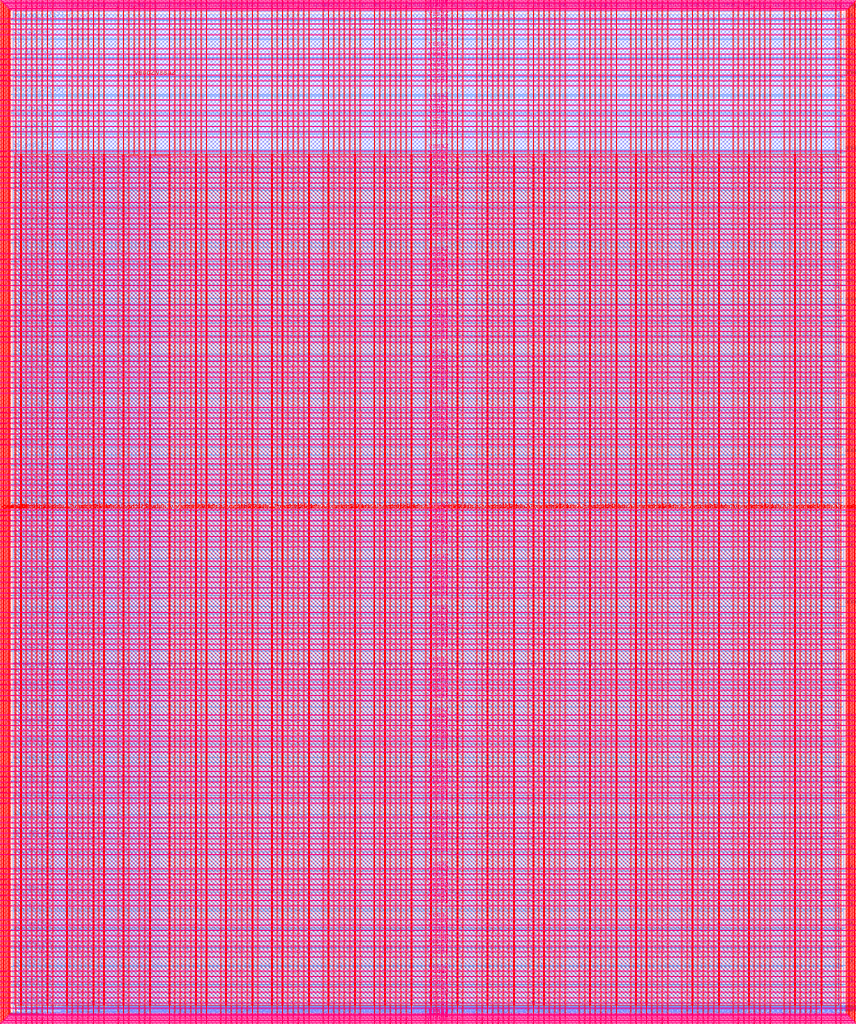
<source format=lef>
VERSION 5.7 ;
  NOWIREEXTENSIONATPIN ON ;
  DIVIDERCHAR "/" ;
  BUSBITCHARS "[]" ;
MACRO user_project_wrapper
  CLASS BLOCK ;
  FOREIGN user_project_wrapper ;
  ORIGIN 0.000 0.000 ;
  SIZE 2920.000 BY 3520.000 ;
  PIN analog_io[0]
    DIRECTION INOUT ;
    USE SIGNAL ;
    PORT
      LAYER met3 ;
        RECT 2917.600 1426.380 2924.800 1427.580 ;
    END
  END analog_io[0]
  PIN analog_io[10]
    DIRECTION INOUT ;
    USE SIGNAL ;
    PORT
      LAYER met2 ;
        RECT 2230.490 3517.600 2231.050 3524.800 ;
    END
  END analog_io[10]
  PIN analog_io[11]
    DIRECTION INOUT ;
    USE SIGNAL ;
    PORT
      LAYER met2 ;
        RECT 1905.730 3517.600 1906.290 3524.800 ;
    END
  END analog_io[11]
  PIN analog_io[12]
    DIRECTION INOUT ;
    USE SIGNAL ;
    PORT
      LAYER met2 ;
        RECT 1581.430 3517.600 1581.990 3524.800 ;
    END
  END analog_io[12]
  PIN analog_io[13]
    DIRECTION INOUT ;
    USE SIGNAL ;
    PORT
      LAYER met2 ;
        RECT 1257.130 3517.600 1257.690 3524.800 ;
    END
  END analog_io[13]
  PIN analog_io[14]
    DIRECTION INOUT ;
    USE SIGNAL ;
    PORT
      LAYER met2 ;
        RECT 932.370 3517.600 932.930 3524.800 ;
    END
  END analog_io[14]
  PIN analog_io[15]
    DIRECTION INOUT ;
    USE SIGNAL ;
    PORT
      LAYER met2 ;
        RECT 608.070 3517.600 608.630 3524.800 ;
    END
  END analog_io[15]
  PIN analog_io[16]
    DIRECTION INOUT ;
    USE SIGNAL ;
    PORT
      LAYER met2 ;
        RECT 283.770 3517.600 284.330 3524.800 ;
    END
  END analog_io[16]
  PIN analog_io[17]
    DIRECTION INOUT ;
    USE SIGNAL ;
    PORT
      LAYER met3 ;
        RECT -4.800 3486.100 2.400 3487.300 ;
    END
  END analog_io[17]
  PIN analog_io[18]
    DIRECTION INOUT ;
    USE SIGNAL ;
    PORT
      LAYER met3 ;
        RECT -4.800 3224.980 2.400 3226.180 ;
    END
  END analog_io[18]
  PIN analog_io[19]
    DIRECTION INOUT ;
    USE SIGNAL ;
    PORT
      LAYER met3 ;
        RECT -4.800 2964.540 2.400 2965.740 ;
    END
  END analog_io[19]
  PIN analog_io[1]
    DIRECTION INOUT ;
    USE SIGNAL ;
    PORT
      LAYER met3 ;
        RECT 2917.600 1692.260 2924.800 1693.460 ;
    END
  END analog_io[1]
  PIN analog_io[20]
    DIRECTION INOUT ;
    USE SIGNAL ;
    PORT
      LAYER met3 ;
        RECT -4.800 2703.420 2.400 2704.620 ;
    END
  END analog_io[20]
  PIN analog_io[21]
    DIRECTION INOUT ;
    USE SIGNAL ;
    PORT
      LAYER met3 ;
        RECT -4.800 2442.980 2.400 2444.180 ;
    END
  END analog_io[21]
  PIN analog_io[22]
    DIRECTION INOUT ;
    USE SIGNAL ;
    PORT
      LAYER met3 ;
        RECT -4.800 2182.540 2.400 2183.740 ;
    END
  END analog_io[22]
  PIN analog_io[23]
    DIRECTION INOUT ;
    USE SIGNAL ;
    PORT
      LAYER met3 ;
        RECT -4.800 1921.420 2.400 1922.620 ;
    END
  END analog_io[23]
  PIN analog_io[24]
    DIRECTION INOUT ;
    USE SIGNAL ;
    PORT
      LAYER met3 ;
        RECT -4.800 1660.980 2.400 1662.180 ;
    END
  END analog_io[24]
  PIN analog_io[25]
    DIRECTION INOUT ;
    USE SIGNAL ;
    PORT
      LAYER met3 ;
        RECT -4.800 1399.860 2.400 1401.060 ;
    END
  END analog_io[25]
  PIN analog_io[26]
    DIRECTION INOUT ;
    USE SIGNAL ;
    PORT
      LAYER met3 ;
        RECT -4.800 1139.420 2.400 1140.620 ;
    END
  END analog_io[26]
  PIN analog_io[27]
    DIRECTION INOUT ;
    USE SIGNAL ;
    PORT
      LAYER met3 ;
        RECT -4.800 878.980 2.400 880.180 ;
    END
  END analog_io[27]
  PIN analog_io[28]
    DIRECTION INOUT ;
    USE SIGNAL ;
    PORT
      LAYER met3 ;
        RECT -4.800 617.860 2.400 619.060 ;
    END
  END analog_io[28]
  PIN analog_io[2]
    DIRECTION INOUT ;
    USE SIGNAL ;
    PORT
      LAYER met3 ;
        RECT 2917.600 1958.140 2924.800 1959.340 ;
    END
  END analog_io[2]
  PIN analog_io[3]
    DIRECTION INOUT ;
    USE SIGNAL ;
    PORT
      LAYER met3 ;
        RECT 2917.600 2223.340 2924.800 2224.540 ;
    END
  END analog_io[3]
  PIN analog_io[4]
    DIRECTION INOUT ;
    USE SIGNAL ;
    PORT
      LAYER met3 ;
        RECT 2917.600 2489.220 2924.800 2490.420 ;
    END
  END analog_io[4]
  PIN analog_io[5]
    DIRECTION INOUT ;
    USE SIGNAL ;
    PORT
      LAYER met3 ;
        RECT 2917.600 2755.100 2924.800 2756.300 ;
    END
  END analog_io[5]
  PIN analog_io[6]
    DIRECTION INOUT ;
    USE SIGNAL ;
    PORT
      LAYER met3 ;
        RECT 2917.600 3020.300 2924.800 3021.500 ;
    END
  END analog_io[6]
  PIN analog_io[7]
    DIRECTION INOUT ;
    USE SIGNAL ;
    PORT
      LAYER met3 ;
        RECT 2917.600 3286.180 2924.800 3287.380 ;
    END
  END analog_io[7]
  PIN analog_io[8]
    DIRECTION INOUT ;
    USE SIGNAL ;
    PORT
      LAYER met2 ;
        RECT 2879.090 3517.600 2879.650 3524.800 ;
    END
  END analog_io[8]
  PIN analog_io[9]
    DIRECTION INOUT ;
    USE SIGNAL ;
    PORT
      LAYER met2 ;
        RECT 2554.790 3517.600 2555.350 3524.800 ;
    END
  END analog_io[9]
  PIN io_in[0]
    DIRECTION INPUT ;
    USE SIGNAL ;
    PORT
      LAYER met3 ;
        RECT 2917.600 32.380 2924.800 33.580 ;
    END
  END io_in[0]
  PIN io_in[10]
    DIRECTION INPUT ;
    USE SIGNAL ;
    PORT
      LAYER met3 ;
        RECT 2917.600 2289.980 2924.800 2291.180 ;
    END
  END io_in[10]
  PIN io_in[11]
    DIRECTION INPUT ;
    USE SIGNAL ;
    PORT
      LAYER met3 ;
        RECT 2917.600 2555.860 2924.800 2557.060 ;
    END
  END io_in[11]
  PIN io_in[12]
    DIRECTION INPUT ;
    USE SIGNAL ;
    PORT
      LAYER met3 ;
        RECT 2917.600 2821.060 2924.800 2822.260 ;
    END
  END io_in[12]
  PIN io_in[13]
    DIRECTION INPUT ;
    USE SIGNAL ;
    PORT
      LAYER met3 ;
        RECT 2917.600 3086.940 2924.800 3088.140 ;
    END
  END io_in[13]
  PIN io_in[14]
    DIRECTION INPUT ;
    USE SIGNAL ;
    PORT
      LAYER met3 ;
        RECT 2917.600 3352.820 2924.800 3354.020 ;
    END
  END io_in[14]
  PIN io_in[15]
    DIRECTION INPUT ;
    USE SIGNAL ;
    PORT
      LAYER met2 ;
        RECT 2798.130 3517.600 2798.690 3524.800 ;
    END
  END io_in[15]
  PIN io_in[16]
    DIRECTION INPUT ;
    USE SIGNAL ;
    PORT
      LAYER met2 ;
        RECT 2473.830 3517.600 2474.390 3524.800 ;
    END
  END io_in[16]
  PIN io_in[17]
    DIRECTION INPUT ;
    USE SIGNAL ;
    PORT
      LAYER met2 ;
        RECT 2149.070 3517.600 2149.630 3524.800 ;
    END
  END io_in[17]
  PIN io_in[18]
    DIRECTION INPUT ;
    USE SIGNAL ;
    PORT
      LAYER met2 ;
        RECT 1824.770 3517.600 1825.330 3524.800 ;
    END
  END io_in[18]
  PIN io_in[19]
    DIRECTION INPUT ;
    USE SIGNAL ;
    PORT
      LAYER met2 ;
        RECT 1500.470 3517.600 1501.030 3524.800 ;
    END
  END io_in[19]
  PIN io_in[1]
    DIRECTION INPUT ;
    USE SIGNAL ;
    PORT
      LAYER met3 ;
        RECT 2917.600 230.940 2924.800 232.140 ;
    END
  END io_in[1]
  PIN io_in[20]
    DIRECTION INPUT ;
    USE SIGNAL ;
    PORT
      LAYER met2 ;
        RECT 1175.710 3517.600 1176.270 3524.800 ;
    END
  END io_in[20]
  PIN io_in[21]
    DIRECTION INPUT ;
    USE SIGNAL ;
    PORT
      LAYER met2 ;
        RECT 851.410 3517.600 851.970 3524.800 ;
    END
  END io_in[21]
  PIN io_in[22]
    DIRECTION INPUT ;
    USE SIGNAL ;
    PORT
      LAYER met2 ;
        RECT 527.110 3517.600 527.670 3524.800 ;
    END
  END io_in[22]
  PIN io_in[23]
    DIRECTION INPUT ;
    USE SIGNAL ;
    PORT
      LAYER met2 ;
        RECT 202.350 3517.600 202.910 3524.800 ;
    END
  END io_in[23]
  PIN io_in[24]
    DIRECTION INPUT ;
    USE SIGNAL ;
    PORT
      LAYER met3 ;
        RECT -4.800 3420.820 2.400 3422.020 ;
    END
  END io_in[24]
  PIN io_in[25]
    DIRECTION INPUT ;
    USE SIGNAL ;
    PORT
      LAYER met3 ;
        RECT -4.800 3159.700 2.400 3160.900 ;
    END
  END io_in[25]
  PIN io_in[26]
    DIRECTION INPUT ;
    USE SIGNAL ;
    PORT
      LAYER met3 ;
        RECT -4.800 2899.260 2.400 2900.460 ;
    END
  END io_in[26]
  PIN io_in[27]
    DIRECTION INPUT ;
    USE SIGNAL ;
    PORT
      LAYER met3 ;
        RECT -4.800 2638.820 2.400 2640.020 ;
    END
  END io_in[27]
  PIN io_in[28]
    DIRECTION INPUT ;
    USE SIGNAL ;
    PORT
      LAYER met3 ;
        RECT -4.800 2377.700 2.400 2378.900 ;
    END
  END io_in[28]
  PIN io_in[29]
    DIRECTION INPUT ;
    USE SIGNAL ;
    PORT
      LAYER met3 ;
        RECT -4.800 2117.260 2.400 2118.460 ;
    END
  END io_in[29]
  PIN io_in[2]
    DIRECTION INPUT ;
    USE SIGNAL ;
    PORT
      LAYER met3 ;
        RECT 2917.600 430.180 2924.800 431.380 ;
    END
  END io_in[2]
  PIN io_in[30]
    DIRECTION INPUT ;
    USE SIGNAL ;
    PORT
      LAYER met3 ;
        RECT -4.800 1856.140 2.400 1857.340 ;
    END
  END io_in[30]
  PIN io_in[31]
    DIRECTION INPUT ;
    USE SIGNAL ;
    PORT
      LAYER met3 ;
        RECT -4.800 1595.700 2.400 1596.900 ;
    END
  END io_in[31]
  PIN io_in[32]
    DIRECTION INPUT ;
    USE SIGNAL ;
    PORT
      LAYER met3 ;
        RECT -4.800 1335.260 2.400 1336.460 ;
    END
  END io_in[32]
  PIN io_in[33]
    DIRECTION INPUT ;
    USE SIGNAL ;
    PORT
      LAYER met3 ;
        RECT -4.800 1074.140 2.400 1075.340 ;
    END
  END io_in[33]
  PIN io_in[34]
    DIRECTION INPUT ;
    USE SIGNAL ;
    PORT
      LAYER met3 ;
        RECT -4.800 813.700 2.400 814.900 ;
    END
  END io_in[34]
  PIN io_in[35]
    DIRECTION INPUT ;
    USE SIGNAL ;
    PORT
      LAYER met3 ;
        RECT -4.800 552.580 2.400 553.780 ;
    END
  END io_in[35]
  PIN io_in[36]
    DIRECTION INPUT ;
    USE SIGNAL ;
    PORT
      LAYER met3 ;
        RECT -4.800 357.420 2.400 358.620 ;
    END
  END io_in[36]
  PIN io_in[37]
    DIRECTION INPUT ;
    USE SIGNAL ;
    PORT
      LAYER met3 ;
        RECT -4.800 161.580 2.400 162.780 ;
    END
  END io_in[37]
  PIN io_in[3]
    DIRECTION INPUT ;
    USE SIGNAL ;
    PORT
      LAYER met3 ;
        RECT 2917.600 629.420 2924.800 630.620 ;
    END
  END io_in[3]
  PIN io_in[4]
    DIRECTION INPUT ;
    USE SIGNAL ;
    PORT
      LAYER met3 ;
        RECT 2917.600 828.660 2924.800 829.860 ;
    END
  END io_in[4]
  PIN io_in[5]
    DIRECTION INPUT ;
    USE SIGNAL ;
    PORT
      LAYER met3 ;
        RECT 2917.600 1027.900 2924.800 1029.100 ;
    END
  END io_in[5]
  PIN io_in[6]
    DIRECTION INPUT ;
    USE SIGNAL ;
    PORT
      LAYER met3 ;
        RECT 2917.600 1227.140 2924.800 1228.340 ;
    END
  END io_in[6]
  PIN io_in[7]
    DIRECTION INPUT ;
    USE SIGNAL ;
    PORT
      LAYER met3 ;
        RECT 2917.600 1493.020 2924.800 1494.220 ;
    END
  END io_in[7]
  PIN io_in[8]
    DIRECTION INPUT ;
    USE SIGNAL ;
    PORT
      LAYER met3 ;
        RECT 2917.600 1758.900 2924.800 1760.100 ;
    END
  END io_in[8]
  PIN io_in[9]
    DIRECTION INPUT ;
    USE SIGNAL ;
    PORT
      LAYER met3 ;
        RECT 2917.600 2024.100 2924.800 2025.300 ;
    END
  END io_in[9]
  PIN io_oeb[0]
    DIRECTION OUTPUT TRISTATE ;
    USE SIGNAL ;
    PORT
      LAYER met3 ;
        RECT 2917.600 164.980 2924.800 166.180 ;
    END
  END io_oeb[0]
  PIN io_oeb[10]
    DIRECTION OUTPUT TRISTATE ;
    USE SIGNAL ;
    PORT
      LAYER met3 ;
        RECT 2917.600 2422.580 2924.800 2423.780 ;
    END
  END io_oeb[10]
  PIN io_oeb[11]
    DIRECTION OUTPUT TRISTATE ;
    USE SIGNAL ;
    PORT
      LAYER met3 ;
        RECT 2917.600 2688.460 2924.800 2689.660 ;
    END
  END io_oeb[11]
  PIN io_oeb[12]
    DIRECTION OUTPUT TRISTATE ;
    USE SIGNAL ;
    PORT
      LAYER met3 ;
        RECT 2917.600 2954.340 2924.800 2955.540 ;
    END
  END io_oeb[12]
  PIN io_oeb[13]
    DIRECTION OUTPUT TRISTATE ;
    USE SIGNAL ;
    PORT
      LAYER met3 ;
        RECT 2917.600 3219.540 2924.800 3220.740 ;
    END
  END io_oeb[13]
  PIN io_oeb[14]
    DIRECTION OUTPUT TRISTATE ;
    USE SIGNAL ;
    PORT
      LAYER met3 ;
        RECT 2917.600 3485.420 2924.800 3486.620 ;
    END
  END io_oeb[14]
  PIN io_oeb[15]
    DIRECTION OUTPUT TRISTATE ;
    USE SIGNAL ;
    PORT
      LAYER met2 ;
        RECT 2635.750 3517.600 2636.310 3524.800 ;
    END
  END io_oeb[15]
  PIN io_oeb[16]
    DIRECTION OUTPUT TRISTATE ;
    USE SIGNAL ;
    PORT
      LAYER met2 ;
        RECT 2311.450 3517.600 2312.010 3524.800 ;
    END
  END io_oeb[16]
  PIN io_oeb[17]
    DIRECTION OUTPUT TRISTATE ;
    USE SIGNAL ;
    PORT
      LAYER met2 ;
        RECT 1987.150 3517.600 1987.710 3524.800 ;
    END
  END io_oeb[17]
  PIN io_oeb[18]
    DIRECTION OUTPUT TRISTATE ;
    USE SIGNAL ;
    PORT
      LAYER met2 ;
        RECT 1662.390 3517.600 1662.950 3524.800 ;
    END
  END io_oeb[18]
  PIN io_oeb[19]
    DIRECTION OUTPUT TRISTATE ;
    USE SIGNAL ;
    PORT
      LAYER met2 ;
        RECT 1338.090 3517.600 1338.650 3524.800 ;
    END
  END io_oeb[19]
  PIN io_oeb[1]
    DIRECTION OUTPUT TRISTATE ;
    USE SIGNAL ;
    PORT
      LAYER met3 ;
        RECT 2917.600 364.220 2924.800 365.420 ;
    END
  END io_oeb[1]
  PIN io_oeb[20]
    DIRECTION OUTPUT TRISTATE ;
    USE SIGNAL ;
    PORT
      LAYER met2 ;
        RECT 1013.790 3517.600 1014.350 3524.800 ;
    END
  END io_oeb[20]
  PIN io_oeb[21]
    DIRECTION OUTPUT TRISTATE ;
    USE SIGNAL ;
    PORT
      LAYER met2 ;
        RECT 689.030 3517.600 689.590 3524.800 ;
    END
  END io_oeb[21]
  PIN io_oeb[22]
    DIRECTION OUTPUT TRISTATE ;
    USE SIGNAL ;
    PORT
      LAYER met2 ;
        RECT 364.730 3517.600 365.290 3524.800 ;
    END
  END io_oeb[22]
  PIN io_oeb[23]
    DIRECTION OUTPUT TRISTATE ;
    USE SIGNAL ;
    PORT
      LAYER met2 ;
        RECT 40.430 3517.600 40.990 3524.800 ;
    END
  END io_oeb[23]
  PIN io_oeb[24]
    DIRECTION OUTPUT TRISTATE ;
    USE SIGNAL ;
    PORT
      LAYER met3 ;
        RECT -4.800 3290.260 2.400 3291.460 ;
    END
  END io_oeb[24]
  PIN io_oeb[25]
    DIRECTION OUTPUT TRISTATE ;
    USE SIGNAL ;
    PORT
      LAYER met3 ;
        RECT -4.800 3029.820 2.400 3031.020 ;
    END
  END io_oeb[25]
  PIN io_oeb[26]
    DIRECTION OUTPUT TRISTATE ;
    USE SIGNAL ;
    PORT
      LAYER met3 ;
        RECT -4.800 2768.700 2.400 2769.900 ;
    END
  END io_oeb[26]
  PIN io_oeb[27]
    DIRECTION OUTPUT TRISTATE ;
    USE SIGNAL ;
    PORT
      LAYER met3 ;
        RECT -4.800 2508.260 2.400 2509.460 ;
    END
  END io_oeb[27]
  PIN io_oeb[28]
    DIRECTION OUTPUT TRISTATE ;
    USE SIGNAL ;
    PORT
      LAYER met3 ;
        RECT -4.800 2247.140 2.400 2248.340 ;
    END
  END io_oeb[28]
  PIN io_oeb[29]
    DIRECTION OUTPUT TRISTATE ;
    USE SIGNAL ;
    PORT
      LAYER met3 ;
        RECT -4.800 1986.700 2.400 1987.900 ;
    END
  END io_oeb[29]
  PIN io_oeb[2]
    DIRECTION OUTPUT TRISTATE ;
    USE SIGNAL ;
    PORT
      LAYER met3 ;
        RECT 2917.600 563.460 2924.800 564.660 ;
    END
  END io_oeb[2]
  PIN io_oeb[30]
    DIRECTION OUTPUT TRISTATE ;
    USE SIGNAL ;
    PORT
      LAYER met3 ;
        RECT -4.800 1726.260 2.400 1727.460 ;
    END
  END io_oeb[30]
  PIN io_oeb[31]
    DIRECTION OUTPUT TRISTATE ;
    USE SIGNAL ;
    PORT
      LAYER met3 ;
        RECT -4.800 1465.140 2.400 1466.340 ;
    END
  END io_oeb[31]
  PIN io_oeb[32]
    DIRECTION OUTPUT TRISTATE ;
    USE SIGNAL ;
    PORT
      LAYER met3 ;
        RECT -4.800 1204.700 2.400 1205.900 ;
    END
  END io_oeb[32]
  PIN io_oeb[33]
    DIRECTION OUTPUT TRISTATE ;
    USE SIGNAL ;
    PORT
      LAYER met3 ;
        RECT -4.800 943.580 2.400 944.780 ;
    END
  END io_oeb[33]
  PIN io_oeb[34]
    DIRECTION OUTPUT TRISTATE ;
    USE SIGNAL ;
    PORT
      LAYER met3 ;
        RECT -4.800 683.140 2.400 684.340 ;
    END
  END io_oeb[34]
  PIN io_oeb[35]
    DIRECTION OUTPUT TRISTATE ;
    USE SIGNAL ;
    PORT
      LAYER met3 ;
        RECT -4.800 422.700 2.400 423.900 ;
    END
  END io_oeb[35]
  PIN io_oeb[36]
    DIRECTION OUTPUT TRISTATE ;
    USE SIGNAL ;
    PORT
      LAYER met3 ;
        RECT -4.800 226.860 2.400 228.060 ;
    END
  END io_oeb[36]
  PIN io_oeb[37]
    DIRECTION OUTPUT TRISTATE ;
    USE SIGNAL ;
    PORT
      LAYER met3 ;
        RECT -4.800 31.700 2.400 32.900 ;
    END
  END io_oeb[37]
  PIN io_oeb[3]
    DIRECTION OUTPUT TRISTATE ;
    USE SIGNAL ;
    PORT
      LAYER met3 ;
        RECT 2917.600 762.700 2924.800 763.900 ;
    END
  END io_oeb[3]
  PIN io_oeb[4]
    DIRECTION OUTPUT TRISTATE ;
    USE SIGNAL ;
    PORT
      LAYER met3 ;
        RECT 2917.600 961.940 2924.800 963.140 ;
    END
  END io_oeb[4]
  PIN io_oeb[5]
    DIRECTION OUTPUT TRISTATE ;
    USE SIGNAL ;
    PORT
      LAYER met3 ;
        RECT 2917.600 1161.180 2924.800 1162.380 ;
    END
  END io_oeb[5]
  PIN io_oeb[6]
    DIRECTION OUTPUT TRISTATE ;
    USE SIGNAL ;
    PORT
      LAYER met3 ;
        RECT 2917.600 1360.420 2924.800 1361.620 ;
    END
  END io_oeb[6]
  PIN io_oeb[7]
    DIRECTION OUTPUT TRISTATE ;
    USE SIGNAL ;
    PORT
      LAYER met3 ;
        RECT 2917.600 1625.620 2924.800 1626.820 ;
    END
  END io_oeb[7]
  PIN io_oeb[8]
    DIRECTION OUTPUT TRISTATE ;
    USE SIGNAL ;
    PORT
      LAYER met3 ;
        RECT 2917.600 1891.500 2924.800 1892.700 ;
    END
  END io_oeb[8]
  PIN io_oeb[9]
    DIRECTION OUTPUT TRISTATE ;
    USE SIGNAL ;
    PORT
      LAYER met3 ;
        RECT 2917.600 2157.380 2924.800 2158.580 ;
    END
  END io_oeb[9]
  PIN io_out[0]
    DIRECTION OUTPUT TRISTATE ;
    USE SIGNAL ;
    PORT
      LAYER met3 ;
        RECT 2917.600 98.340 2924.800 99.540 ;
    END
  END io_out[0]
  PIN io_out[10]
    DIRECTION OUTPUT TRISTATE ;
    USE SIGNAL ;
    PORT
      LAYER met3 ;
        RECT 2917.600 2356.620 2924.800 2357.820 ;
    END
  END io_out[10]
  PIN io_out[11]
    DIRECTION OUTPUT TRISTATE ;
    USE SIGNAL ;
    PORT
      LAYER met3 ;
        RECT 2917.600 2621.820 2924.800 2623.020 ;
    END
  END io_out[11]
  PIN io_out[12]
    DIRECTION OUTPUT TRISTATE ;
    USE SIGNAL ;
    PORT
      LAYER met3 ;
        RECT 2917.600 2887.700 2924.800 2888.900 ;
    END
  END io_out[12]
  PIN io_out[13]
    DIRECTION OUTPUT TRISTATE ;
    USE SIGNAL ;
    PORT
      LAYER met3 ;
        RECT 2917.600 3153.580 2924.800 3154.780 ;
    END
  END io_out[13]
  PIN io_out[14]
    DIRECTION OUTPUT TRISTATE ;
    USE SIGNAL ;
    PORT
      LAYER met3 ;
        RECT 2917.600 3418.780 2924.800 3419.980 ;
    END
  END io_out[14]
  PIN io_out[15]
    DIRECTION OUTPUT TRISTATE ;
    USE SIGNAL ;
    PORT
      LAYER met2 ;
        RECT 2717.170 3517.600 2717.730 3524.800 ;
    END
  END io_out[15]
  PIN io_out[16]
    DIRECTION OUTPUT TRISTATE ;
    USE SIGNAL ;
    PORT
      LAYER met2 ;
        RECT 2392.410 3517.600 2392.970 3524.800 ;
    END
  END io_out[16]
  PIN io_out[17]
    DIRECTION OUTPUT TRISTATE ;
    USE SIGNAL ;
    PORT
      LAYER met2 ;
        RECT 2068.110 3517.600 2068.670 3524.800 ;
    END
  END io_out[17]
  PIN io_out[18]
    DIRECTION OUTPUT TRISTATE ;
    USE SIGNAL ;
    PORT
      LAYER met2 ;
        RECT 1743.810 3517.600 1744.370 3524.800 ;
    END
  END io_out[18]
  PIN io_out[19]
    DIRECTION OUTPUT TRISTATE ;
    USE SIGNAL ;
    PORT
      LAYER met2 ;
        RECT 1419.050 3517.600 1419.610 3524.800 ;
    END
  END io_out[19]
  PIN io_out[1]
    DIRECTION OUTPUT TRISTATE ;
    USE SIGNAL ;
    PORT
      LAYER met3 ;
        RECT 2917.600 297.580 2924.800 298.780 ;
    END
  END io_out[1]
  PIN io_out[20]
    DIRECTION OUTPUT TRISTATE ;
    USE SIGNAL ;
    PORT
      LAYER met2 ;
        RECT 1094.750 3517.600 1095.310 3524.800 ;
    END
  END io_out[20]
  PIN io_out[21]
    DIRECTION OUTPUT TRISTATE ;
    USE SIGNAL ;
    PORT
      LAYER met2 ;
        RECT 770.450 3517.600 771.010 3524.800 ;
    END
  END io_out[21]
  PIN io_out[22]
    DIRECTION OUTPUT TRISTATE ;
    USE SIGNAL ;
    PORT
      LAYER met2 ;
        RECT 445.690 3517.600 446.250 3524.800 ;
    END
  END io_out[22]
  PIN io_out[23]
    DIRECTION OUTPUT TRISTATE ;
    USE SIGNAL ;
    PORT
      LAYER met2 ;
        RECT 121.390 3517.600 121.950 3524.800 ;
    END
  END io_out[23]
  PIN io_out[24]
    DIRECTION OUTPUT TRISTATE ;
    USE SIGNAL ;
    PORT
      LAYER met3 ;
        RECT -4.800 3355.540 2.400 3356.740 ;
    END
  END io_out[24]
  PIN io_out[25]
    DIRECTION OUTPUT TRISTATE ;
    USE SIGNAL ;
    PORT
      LAYER met3 ;
        RECT -4.800 3095.100 2.400 3096.300 ;
    END
  END io_out[25]
  PIN io_out[26]
    DIRECTION OUTPUT TRISTATE ;
    USE SIGNAL ;
    PORT
      LAYER met3 ;
        RECT -4.800 2833.980 2.400 2835.180 ;
    END
  END io_out[26]
  PIN io_out[27]
    DIRECTION OUTPUT TRISTATE ;
    USE SIGNAL ;
    PORT
      LAYER met3 ;
        RECT -4.800 2573.540 2.400 2574.740 ;
    END
  END io_out[27]
  PIN io_out[28]
    DIRECTION OUTPUT TRISTATE ;
    USE SIGNAL ;
    PORT
      LAYER met3 ;
        RECT -4.800 2312.420 2.400 2313.620 ;
    END
  END io_out[28]
  PIN io_out[29]
    DIRECTION OUTPUT TRISTATE ;
    USE SIGNAL ;
    PORT
      LAYER met3 ;
        RECT -4.800 2051.980 2.400 2053.180 ;
    END
  END io_out[29]
  PIN io_out[2]
    DIRECTION OUTPUT TRISTATE ;
    USE SIGNAL ;
    PORT
      LAYER met3 ;
        RECT 2917.600 496.820 2924.800 498.020 ;
    END
  END io_out[2]
  PIN io_out[30]
    DIRECTION OUTPUT TRISTATE ;
    USE SIGNAL ;
    PORT
      LAYER met3 ;
        RECT -4.800 1791.540 2.400 1792.740 ;
    END
  END io_out[30]
  PIN io_out[31]
    DIRECTION OUTPUT TRISTATE ;
    USE SIGNAL ;
    PORT
      LAYER met3 ;
        RECT -4.800 1530.420 2.400 1531.620 ;
    END
  END io_out[31]
  PIN io_out[32]
    DIRECTION OUTPUT TRISTATE ;
    USE SIGNAL ;
    PORT
      LAYER met3 ;
        RECT -4.800 1269.980 2.400 1271.180 ;
    END
  END io_out[32]
  PIN io_out[33]
    DIRECTION OUTPUT TRISTATE ;
    USE SIGNAL ;
    PORT
      LAYER met3 ;
        RECT -4.800 1008.860 2.400 1010.060 ;
    END
  END io_out[33]
  PIN io_out[34]
    DIRECTION OUTPUT TRISTATE ;
    USE SIGNAL ;
    PORT
      LAYER met3 ;
        RECT -4.800 748.420 2.400 749.620 ;
    END
  END io_out[34]
  PIN io_out[35]
    DIRECTION OUTPUT TRISTATE ;
    USE SIGNAL ;
    PORT
      LAYER met3 ;
        RECT -4.800 487.300 2.400 488.500 ;
    END
  END io_out[35]
  PIN io_out[36]
    DIRECTION OUTPUT TRISTATE ;
    USE SIGNAL ;
    PORT
      LAYER met3 ;
        RECT -4.800 292.140 2.400 293.340 ;
    END
  END io_out[36]
  PIN io_out[37]
    DIRECTION OUTPUT TRISTATE ;
    USE SIGNAL ;
    PORT
      LAYER met3 ;
        RECT -4.800 96.300 2.400 97.500 ;
    END
  END io_out[37]
  PIN io_out[3]
    DIRECTION OUTPUT TRISTATE ;
    USE SIGNAL ;
    PORT
      LAYER met3 ;
        RECT 2917.600 696.060 2924.800 697.260 ;
    END
  END io_out[3]
  PIN io_out[4]
    DIRECTION OUTPUT TRISTATE ;
    USE SIGNAL ;
    PORT
      LAYER met3 ;
        RECT 2917.600 895.300 2924.800 896.500 ;
    END
  END io_out[4]
  PIN io_out[5]
    DIRECTION OUTPUT TRISTATE ;
    USE SIGNAL ;
    PORT
      LAYER met3 ;
        RECT 2917.600 1094.540 2924.800 1095.740 ;
    END
  END io_out[5]
  PIN io_out[6]
    DIRECTION OUTPUT TRISTATE ;
    USE SIGNAL ;
    PORT
      LAYER met3 ;
        RECT 2917.600 1293.780 2924.800 1294.980 ;
    END
  END io_out[6]
  PIN io_out[7]
    DIRECTION OUTPUT TRISTATE ;
    USE SIGNAL ;
    PORT
      LAYER met3 ;
        RECT 2917.600 1559.660 2924.800 1560.860 ;
    END
  END io_out[7]
  PIN io_out[8]
    DIRECTION OUTPUT TRISTATE ;
    USE SIGNAL ;
    PORT
      LAYER met3 ;
        RECT 2917.600 1824.860 2924.800 1826.060 ;
    END
  END io_out[8]
  PIN io_out[9]
    DIRECTION OUTPUT TRISTATE ;
    USE SIGNAL ;
    PORT
      LAYER met3 ;
        RECT 2917.600 2090.740 2924.800 2091.940 ;
    END
  END io_out[9]
  PIN la_data_in[0]
    DIRECTION INPUT ;
    USE SIGNAL ;
    PORT
      LAYER met2 ;
        RECT 629.230 -4.800 629.790 2.400 ;
    END
  END la_data_in[0]
  PIN la_data_in[100]
    DIRECTION INPUT ;
    USE SIGNAL ;
    PORT
      LAYER met2 ;
        RECT 2402.530 -4.800 2403.090 2.400 ;
    END
  END la_data_in[100]
  PIN la_data_in[101]
    DIRECTION INPUT ;
    USE SIGNAL ;
    PORT
      LAYER met2 ;
        RECT 2420.010 -4.800 2420.570 2.400 ;
    END
  END la_data_in[101]
  PIN la_data_in[102]
    DIRECTION INPUT ;
    USE SIGNAL ;
    PORT
      LAYER met2 ;
        RECT 2437.950 -4.800 2438.510 2.400 ;
    END
  END la_data_in[102]
  PIN la_data_in[103]
    DIRECTION INPUT ;
    USE SIGNAL ;
    PORT
      LAYER met2 ;
        RECT 2455.430 -4.800 2455.990 2.400 ;
    END
  END la_data_in[103]
  PIN la_data_in[104]
    DIRECTION INPUT ;
    USE SIGNAL ;
    PORT
      LAYER met2 ;
        RECT 2473.370 -4.800 2473.930 2.400 ;
    END
  END la_data_in[104]
  PIN la_data_in[105]
    DIRECTION INPUT ;
    USE SIGNAL ;
    PORT
      LAYER met2 ;
        RECT 2490.850 -4.800 2491.410 2.400 ;
    END
  END la_data_in[105]
  PIN la_data_in[106]
    DIRECTION INPUT ;
    USE SIGNAL ;
    PORT
      LAYER met2 ;
        RECT 2508.790 -4.800 2509.350 2.400 ;
    END
  END la_data_in[106]
  PIN la_data_in[107]
    DIRECTION INPUT ;
    USE SIGNAL ;
    PORT
      LAYER met2 ;
        RECT 2526.730 -4.800 2527.290 2.400 ;
    END
  END la_data_in[107]
  PIN la_data_in[108]
    DIRECTION INPUT ;
    USE SIGNAL ;
    PORT
      LAYER met2 ;
        RECT 2544.210 -4.800 2544.770 2.400 ;
    END
  END la_data_in[108]
  PIN la_data_in[109]
    DIRECTION INPUT ;
    USE SIGNAL ;
    PORT
      LAYER met2 ;
        RECT 2562.150 -4.800 2562.710 2.400 ;
    END
  END la_data_in[109]
  PIN la_data_in[10]
    DIRECTION INPUT ;
    USE SIGNAL ;
    PORT
      LAYER met2 ;
        RECT 806.330 -4.800 806.890 2.400 ;
    END
  END la_data_in[10]
  PIN la_data_in[110]
    DIRECTION INPUT ;
    USE SIGNAL ;
    PORT
      LAYER met2 ;
        RECT 2579.630 -4.800 2580.190 2.400 ;
    END
  END la_data_in[110]
  PIN la_data_in[111]
    DIRECTION INPUT ;
    USE SIGNAL ;
    PORT
      LAYER met2 ;
        RECT 2597.570 -4.800 2598.130 2.400 ;
    END
  END la_data_in[111]
  PIN la_data_in[112]
    DIRECTION INPUT ;
    USE SIGNAL ;
    PORT
      LAYER met2 ;
        RECT 2615.050 -4.800 2615.610 2.400 ;
    END
  END la_data_in[112]
  PIN la_data_in[113]
    DIRECTION INPUT ;
    USE SIGNAL ;
    PORT
      LAYER met2 ;
        RECT 2632.990 -4.800 2633.550 2.400 ;
    END
  END la_data_in[113]
  PIN la_data_in[114]
    DIRECTION INPUT ;
    USE SIGNAL ;
    PORT
      LAYER met2 ;
        RECT 2650.470 -4.800 2651.030 2.400 ;
    END
  END la_data_in[114]
  PIN la_data_in[115]
    DIRECTION INPUT ;
    USE SIGNAL ;
    PORT
      LAYER met2 ;
        RECT 2668.410 -4.800 2668.970 2.400 ;
    END
  END la_data_in[115]
  PIN la_data_in[116]
    DIRECTION INPUT ;
    USE SIGNAL ;
    PORT
      LAYER met2 ;
        RECT 2685.890 -4.800 2686.450 2.400 ;
    END
  END la_data_in[116]
  PIN la_data_in[117]
    DIRECTION INPUT ;
    USE SIGNAL ;
    PORT
      LAYER met2 ;
        RECT 2703.830 -4.800 2704.390 2.400 ;
    END
  END la_data_in[117]
  PIN la_data_in[118]
    DIRECTION INPUT ;
    USE SIGNAL ;
    PORT
      LAYER met2 ;
        RECT 2721.770 -4.800 2722.330 2.400 ;
    END
  END la_data_in[118]
  PIN la_data_in[119]
    DIRECTION INPUT ;
    USE SIGNAL ;
    PORT
      LAYER met2 ;
        RECT 2739.250 -4.800 2739.810 2.400 ;
    END
  END la_data_in[119]
  PIN la_data_in[11]
    DIRECTION INPUT ;
    USE SIGNAL ;
    PORT
      LAYER met2 ;
        RECT 824.270 -4.800 824.830 2.400 ;
    END
  END la_data_in[11]
  PIN la_data_in[120]
    DIRECTION INPUT ;
    USE SIGNAL ;
    PORT
      LAYER met2 ;
        RECT 2757.190 -4.800 2757.750 2.400 ;
    END
  END la_data_in[120]
  PIN la_data_in[121]
    DIRECTION INPUT ;
    USE SIGNAL ;
    PORT
      LAYER met2 ;
        RECT 2774.670 -4.800 2775.230 2.400 ;
    END
  END la_data_in[121]
  PIN la_data_in[122]
    DIRECTION INPUT ;
    USE SIGNAL ;
    PORT
      LAYER met2 ;
        RECT 2792.610 -4.800 2793.170 2.400 ;
    END
  END la_data_in[122]
  PIN la_data_in[123]
    DIRECTION INPUT ;
    USE SIGNAL ;
    PORT
      LAYER met2 ;
        RECT 2810.090 -4.800 2810.650 2.400 ;
    END
  END la_data_in[123]
  PIN la_data_in[124]
    DIRECTION INPUT ;
    USE SIGNAL ;
    PORT
      LAYER met2 ;
        RECT 2828.030 -4.800 2828.590 2.400 ;
    END
  END la_data_in[124]
  PIN la_data_in[125]
    DIRECTION INPUT ;
    USE SIGNAL ;
    PORT
      LAYER met2 ;
        RECT 2845.510 -4.800 2846.070 2.400 ;
    END
  END la_data_in[125]
  PIN la_data_in[126]
    DIRECTION INPUT ;
    USE SIGNAL ;
    PORT
      LAYER met2 ;
        RECT 2863.450 -4.800 2864.010 2.400 ;
    END
  END la_data_in[126]
  PIN la_data_in[127]
    DIRECTION INPUT ;
    USE SIGNAL ;
    PORT
      LAYER met2 ;
        RECT 2881.390 -4.800 2881.950 2.400 ;
    END
  END la_data_in[127]
  PIN la_data_in[12]
    DIRECTION INPUT ;
    USE SIGNAL ;
    PORT
      LAYER met2 ;
        RECT 841.750 -4.800 842.310 2.400 ;
    END
  END la_data_in[12]
  PIN la_data_in[13]
    DIRECTION INPUT ;
    USE SIGNAL ;
    PORT
      LAYER met2 ;
        RECT 859.690 -4.800 860.250 2.400 ;
    END
  END la_data_in[13]
  PIN la_data_in[14]
    DIRECTION INPUT ;
    USE SIGNAL ;
    PORT
      LAYER met2 ;
        RECT 877.170 -4.800 877.730 2.400 ;
    END
  END la_data_in[14]
  PIN la_data_in[15]
    DIRECTION INPUT ;
    USE SIGNAL ;
    PORT
      LAYER met2 ;
        RECT 895.110 -4.800 895.670 2.400 ;
    END
  END la_data_in[15]
  PIN la_data_in[16]
    DIRECTION INPUT ;
    USE SIGNAL ;
    PORT
      LAYER met2 ;
        RECT 912.590 -4.800 913.150 2.400 ;
    END
  END la_data_in[16]
  PIN la_data_in[17]
    DIRECTION INPUT ;
    USE SIGNAL ;
    PORT
      LAYER met2 ;
        RECT 930.530 -4.800 931.090 2.400 ;
    END
  END la_data_in[17]
  PIN la_data_in[18]
    DIRECTION INPUT ;
    USE SIGNAL ;
    PORT
      LAYER met2 ;
        RECT 948.470 -4.800 949.030 2.400 ;
    END
  END la_data_in[18]
  PIN la_data_in[19]
    DIRECTION INPUT ;
    USE SIGNAL ;
    PORT
      LAYER met2 ;
        RECT 965.950 -4.800 966.510 2.400 ;
    END
  END la_data_in[19]
  PIN la_data_in[1]
    DIRECTION INPUT ;
    USE SIGNAL ;
    PORT
      LAYER met2 ;
        RECT 646.710 -4.800 647.270 2.400 ;
    END
  END la_data_in[1]
  PIN la_data_in[20]
    DIRECTION INPUT ;
    USE SIGNAL ;
    PORT
      LAYER met2 ;
        RECT 983.890 -4.800 984.450 2.400 ;
    END
  END la_data_in[20]
  PIN la_data_in[21]
    DIRECTION INPUT ;
    USE SIGNAL ;
    PORT
      LAYER met2 ;
        RECT 1001.370 -4.800 1001.930 2.400 ;
    END
  END la_data_in[21]
  PIN la_data_in[22]
    DIRECTION INPUT ;
    USE SIGNAL ;
    PORT
      LAYER met2 ;
        RECT 1019.310 -4.800 1019.870 2.400 ;
    END
  END la_data_in[22]
  PIN la_data_in[23]
    DIRECTION INPUT ;
    USE SIGNAL ;
    PORT
      LAYER met2 ;
        RECT 1036.790 -4.800 1037.350 2.400 ;
    END
  END la_data_in[23]
  PIN la_data_in[24]
    DIRECTION INPUT ;
    USE SIGNAL ;
    PORT
      LAYER met2 ;
        RECT 1054.730 -4.800 1055.290 2.400 ;
    END
  END la_data_in[24]
  PIN la_data_in[25]
    DIRECTION INPUT ;
    USE SIGNAL ;
    PORT
      LAYER met2 ;
        RECT 1072.210 -4.800 1072.770 2.400 ;
    END
  END la_data_in[25]
  PIN la_data_in[26]
    DIRECTION INPUT ;
    USE SIGNAL ;
    PORT
      LAYER met2 ;
        RECT 1090.150 -4.800 1090.710 2.400 ;
    END
  END la_data_in[26]
  PIN la_data_in[27]
    DIRECTION INPUT ;
    USE SIGNAL ;
    PORT
      LAYER met2 ;
        RECT 1107.630 -4.800 1108.190 2.400 ;
    END
  END la_data_in[27]
  PIN la_data_in[28]
    DIRECTION INPUT ;
    USE SIGNAL ;
    PORT
      LAYER met2 ;
        RECT 1125.570 -4.800 1126.130 2.400 ;
    END
  END la_data_in[28]
  PIN la_data_in[29]
    DIRECTION INPUT ;
    USE SIGNAL ;
    PORT
      LAYER met2 ;
        RECT 1143.510 -4.800 1144.070 2.400 ;
    END
  END la_data_in[29]
  PIN la_data_in[2]
    DIRECTION INPUT ;
    USE SIGNAL ;
    PORT
      LAYER met2 ;
        RECT 664.650 -4.800 665.210 2.400 ;
    END
  END la_data_in[2]
  PIN la_data_in[30]
    DIRECTION INPUT ;
    USE SIGNAL ;
    PORT
      LAYER met2 ;
        RECT 1160.990 -4.800 1161.550 2.400 ;
    END
  END la_data_in[30]
  PIN la_data_in[31]
    DIRECTION INPUT ;
    USE SIGNAL ;
    PORT
      LAYER met2 ;
        RECT 1178.930 -4.800 1179.490 2.400 ;
    END
  END la_data_in[31]
  PIN la_data_in[32]
    DIRECTION INPUT ;
    USE SIGNAL ;
    PORT
      LAYER met2 ;
        RECT 1196.410 -4.800 1196.970 2.400 ;
    END
  END la_data_in[32]
  PIN la_data_in[33]
    DIRECTION INPUT ;
    USE SIGNAL ;
    PORT
      LAYER met2 ;
        RECT 1214.350 -4.800 1214.910 2.400 ;
    END
  END la_data_in[33]
  PIN la_data_in[34]
    DIRECTION INPUT ;
    USE SIGNAL ;
    PORT
      LAYER met2 ;
        RECT 1231.830 -4.800 1232.390 2.400 ;
    END
  END la_data_in[34]
  PIN la_data_in[35]
    DIRECTION INPUT ;
    USE SIGNAL ;
    PORT
      LAYER met2 ;
        RECT 1249.770 -4.800 1250.330 2.400 ;
    END
  END la_data_in[35]
  PIN la_data_in[36]
    DIRECTION INPUT ;
    USE SIGNAL ;
    PORT
      LAYER met2 ;
        RECT 1267.250 -4.800 1267.810 2.400 ;
    END
  END la_data_in[36]
  PIN la_data_in[37]
    DIRECTION INPUT ;
    USE SIGNAL ;
    PORT
      LAYER met2 ;
        RECT 1285.190 -4.800 1285.750 2.400 ;
    END
  END la_data_in[37]
  PIN la_data_in[38]
    DIRECTION INPUT ;
    USE SIGNAL ;
    PORT
      LAYER met2 ;
        RECT 1303.130 -4.800 1303.690 2.400 ;
    END
  END la_data_in[38]
  PIN la_data_in[39]
    DIRECTION INPUT ;
    USE SIGNAL ;
    PORT
      LAYER met2 ;
        RECT 1320.610 -4.800 1321.170 2.400 ;
    END
  END la_data_in[39]
  PIN la_data_in[3]
    DIRECTION INPUT ;
    USE SIGNAL ;
    PORT
      LAYER met2 ;
        RECT 682.130 -4.800 682.690 2.400 ;
    END
  END la_data_in[3]
  PIN la_data_in[40]
    DIRECTION INPUT ;
    USE SIGNAL ;
    PORT
      LAYER met2 ;
        RECT 1338.550 -4.800 1339.110 2.400 ;
    END
  END la_data_in[40]
  PIN la_data_in[41]
    DIRECTION INPUT ;
    USE SIGNAL ;
    PORT
      LAYER met2 ;
        RECT 1356.030 -4.800 1356.590 2.400 ;
    END
  END la_data_in[41]
  PIN la_data_in[42]
    DIRECTION INPUT ;
    USE SIGNAL ;
    PORT
      LAYER met2 ;
        RECT 1373.970 -4.800 1374.530 2.400 ;
    END
  END la_data_in[42]
  PIN la_data_in[43]
    DIRECTION INPUT ;
    USE SIGNAL ;
    PORT
      LAYER met2 ;
        RECT 1391.450 -4.800 1392.010 2.400 ;
    END
  END la_data_in[43]
  PIN la_data_in[44]
    DIRECTION INPUT ;
    USE SIGNAL ;
    PORT
      LAYER met2 ;
        RECT 1409.390 -4.800 1409.950 2.400 ;
    END
  END la_data_in[44]
  PIN la_data_in[45]
    DIRECTION INPUT ;
    USE SIGNAL ;
    PORT
      LAYER met2 ;
        RECT 1426.870 -4.800 1427.430 2.400 ;
    END
  END la_data_in[45]
  PIN la_data_in[46]
    DIRECTION INPUT ;
    USE SIGNAL ;
    PORT
      LAYER met2 ;
        RECT 1444.810 -4.800 1445.370 2.400 ;
    END
  END la_data_in[46]
  PIN la_data_in[47]
    DIRECTION INPUT ;
    USE SIGNAL ;
    PORT
      LAYER met2 ;
        RECT 1462.750 -4.800 1463.310 2.400 ;
    END
  END la_data_in[47]
  PIN la_data_in[48]
    DIRECTION INPUT ;
    USE SIGNAL ;
    PORT
      LAYER met2 ;
        RECT 1480.230 -4.800 1480.790 2.400 ;
    END
  END la_data_in[48]
  PIN la_data_in[49]
    DIRECTION INPUT ;
    USE SIGNAL ;
    PORT
      LAYER met2 ;
        RECT 1498.170 -4.800 1498.730 2.400 ;
    END
  END la_data_in[49]
  PIN la_data_in[4]
    DIRECTION INPUT ;
    USE SIGNAL ;
    PORT
      LAYER met2 ;
        RECT 700.070 -4.800 700.630 2.400 ;
    END
  END la_data_in[4]
  PIN la_data_in[50]
    DIRECTION INPUT ;
    USE SIGNAL ;
    PORT
      LAYER met2 ;
        RECT 1515.650 -4.800 1516.210 2.400 ;
    END
  END la_data_in[50]
  PIN la_data_in[51]
    DIRECTION INPUT ;
    USE SIGNAL ;
    PORT
      LAYER met2 ;
        RECT 1533.590 -4.800 1534.150 2.400 ;
    END
  END la_data_in[51]
  PIN la_data_in[52]
    DIRECTION INPUT ;
    USE SIGNAL ;
    PORT
      LAYER met2 ;
        RECT 1551.070 -4.800 1551.630 2.400 ;
    END
  END la_data_in[52]
  PIN la_data_in[53]
    DIRECTION INPUT ;
    USE SIGNAL ;
    PORT
      LAYER met2 ;
        RECT 1569.010 -4.800 1569.570 2.400 ;
    END
  END la_data_in[53]
  PIN la_data_in[54]
    DIRECTION INPUT ;
    USE SIGNAL ;
    PORT
      LAYER met2 ;
        RECT 1586.490 -4.800 1587.050 2.400 ;
    END
  END la_data_in[54]
  PIN la_data_in[55]
    DIRECTION INPUT ;
    USE SIGNAL ;
    PORT
      LAYER met2 ;
        RECT 1604.430 -4.800 1604.990 2.400 ;
    END
  END la_data_in[55]
  PIN la_data_in[56]
    DIRECTION INPUT ;
    USE SIGNAL ;
    PORT
      LAYER met2 ;
        RECT 1621.910 -4.800 1622.470 2.400 ;
    END
  END la_data_in[56]
  PIN la_data_in[57]
    DIRECTION INPUT ;
    USE SIGNAL ;
    PORT
      LAYER met2 ;
        RECT 1639.850 -4.800 1640.410 2.400 ;
    END
  END la_data_in[57]
  PIN la_data_in[58]
    DIRECTION INPUT ;
    USE SIGNAL ;
    PORT
      LAYER met2 ;
        RECT 1657.790 -4.800 1658.350 2.400 ;
    END
  END la_data_in[58]
  PIN la_data_in[59]
    DIRECTION INPUT ;
    USE SIGNAL ;
    PORT
      LAYER met2 ;
        RECT 1675.270 -4.800 1675.830 2.400 ;
    END
  END la_data_in[59]
  PIN la_data_in[5]
    DIRECTION INPUT ;
    USE SIGNAL ;
    PORT
      LAYER met2 ;
        RECT 717.550 -4.800 718.110 2.400 ;
    END
  END la_data_in[5]
  PIN la_data_in[60]
    DIRECTION INPUT ;
    USE SIGNAL ;
    PORT
      LAYER met2 ;
        RECT 1693.210 -4.800 1693.770 2.400 ;
    END
  END la_data_in[60]
  PIN la_data_in[61]
    DIRECTION INPUT ;
    USE SIGNAL ;
    PORT
      LAYER met2 ;
        RECT 1710.690 -4.800 1711.250 2.400 ;
    END
  END la_data_in[61]
  PIN la_data_in[62]
    DIRECTION INPUT ;
    USE SIGNAL ;
    PORT
      LAYER met2 ;
        RECT 1728.630 -4.800 1729.190 2.400 ;
    END
  END la_data_in[62]
  PIN la_data_in[63]
    DIRECTION INPUT ;
    USE SIGNAL ;
    PORT
      LAYER met2 ;
        RECT 1746.110 -4.800 1746.670 2.400 ;
    END
  END la_data_in[63]
  PIN la_data_in[64]
    DIRECTION INPUT ;
    USE SIGNAL ;
    PORT
      LAYER met2 ;
        RECT 1764.050 -4.800 1764.610 2.400 ;
    END
  END la_data_in[64]
  PIN la_data_in[65]
    DIRECTION INPUT ;
    USE SIGNAL ;
    PORT
      LAYER met2 ;
        RECT 1781.530 -4.800 1782.090 2.400 ;
    END
  END la_data_in[65]
  PIN la_data_in[66]
    DIRECTION INPUT ;
    USE SIGNAL ;
    PORT
      LAYER met2 ;
        RECT 1799.470 -4.800 1800.030 2.400 ;
    END
  END la_data_in[66]
  PIN la_data_in[67]
    DIRECTION INPUT ;
    USE SIGNAL ;
    PORT
      LAYER met2 ;
        RECT 1817.410 -4.800 1817.970 2.400 ;
    END
  END la_data_in[67]
  PIN la_data_in[68]
    DIRECTION INPUT ;
    USE SIGNAL ;
    PORT
      LAYER met2 ;
        RECT 1834.890 -4.800 1835.450 2.400 ;
    END
  END la_data_in[68]
  PIN la_data_in[69]
    DIRECTION INPUT ;
    USE SIGNAL ;
    PORT
      LAYER met2 ;
        RECT 1852.830 -4.800 1853.390 2.400 ;
    END
  END la_data_in[69]
  PIN la_data_in[6]
    DIRECTION INPUT ;
    USE SIGNAL ;
    PORT
      LAYER met2 ;
        RECT 735.490 -4.800 736.050 2.400 ;
    END
  END la_data_in[6]
  PIN la_data_in[70]
    DIRECTION INPUT ;
    USE SIGNAL ;
    PORT
      LAYER met2 ;
        RECT 1870.310 -4.800 1870.870 2.400 ;
    END
  END la_data_in[70]
  PIN la_data_in[71]
    DIRECTION INPUT ;
    USE SIGNAL ;
    PORT
      LAYER met2 ;
        RECT 1888.250 -4.800 1888.810 2.400 ;
    END
  END la_data_in[71]
  PIN la_data_in[72]
    DIRECTION INPUT ;
    USE SIGNAL ;
    PORT
      LAYER met2 ;
        RECT 1905.730 -4.800 1906.290 2.400 ;
    END
  END la_data_in[72]
  PIN la_data_in[73]
    DIRECTION INPUT ;
    USE SIGNAL ;
    PORT
      LAYER met2 ;
        RECT 1923.670 -4.800 1924.230 2.400 ;
    END
  END la_data_in[73]
  PIN la_data_in[74]
    DIRECTION INPUT ;
    USE SIGNAL ;
    PORT
      LAYER met2 ;
        RECT 1941.150 -4.800 1941.710 2.400 ;
    END
  END la_data_in[74]
  PIN la_data_in[75]
    DIRECTION INPUT ;
    USE SIGNAL ;
    PORT
      LAYER met2 ;
        RECT 1959.090 -4.800 1959.650 2.400 ;
    END
  END la_data_in[75]
  PIN la_data_in[76]
    DIRECTION INPUT ;
    USE SIGNAL ;
    PORT
      LAYER met2 ;
        RECT 1976.570 -4.800 1977.130 2.400 ;
    END
  END la_data_in[76]
  PIN la_data_in[77]
    DIRECTION INPUT ;
    USE SIGNAL ;
    PORT
      LAYER met2 ;
        RECT 1994.510 -4.800 1995.070 2.400 ;
    END
  END la_data_in[77]
  PIN la_data_in[78]
    DIRECTION INPUT ;
    USE SIGNAL ;
    PORT
      LAYER met2 ;
        RECT 2012.450 -4.800 2013.010 2.400 ;
    END
  END la_data_in[78]
  PIN la_data_in[79]
    DIRECTION INPUT ;
    USE SIGNAL ;
    PORT
      LAYER met2 ;
        RECT 2029.930 -4.800 2030.490 2.400 ;
    END
  END la_data_in[79]
  PIN la_data_in[7]
    DIRECTION INPUT ;
    USE SIGNAL ;
    PORT
      LAYER met2 ;
        RECT 752.970 -4.800 753.530 2.400 ;
    END
  END la_data_in[7]
  PIN la_data_in[80]
    DIRECTION INPUT ;
    USE SIGNAL ;
    PORT
      LAYER met2 ;
        RECT 2047.870 -4.800 2048.430 2.400 ;
    END
  END la_data_in[80]
  PIN la_data_in[81]
    DIRECTION INPUT ;
    USE SIGNAL ;
    PORT
      LAYER met2 ;
        RECT 2065.350 -4.800 2065.910 2.400 ;
    END
  END la_data_in[81]
  PIN la_data_in[82]
    DIRECTION INPUT ;
    USE SIGNAL ;
    PORT
      LAYER met2 ;
        RECT 2083.290 -4.800 2083.850 2.400 ;
    END
  END la_data_in[82]
  PIN la_data_in[83]
    DIRECTION INPUT ;
    USE SIGNAL ;
    PORT
      LAYER met2 ;
        RECT 2100.770 -4.800 2101.330 2.400 ;
    END
  END la_data_in[83]
  PIN la_data_in[84]
    DIRECTION INPUT ;
    USE SIGNAL ;
    PORT
      LAYER met2 ;
        RECT 2118.710 -4.800 2119.270 2.400 ;
    END
  END la_data_in[84]
  PIN la_data_in[85]
    DIRECTION INPUT ;
    USE SIGNAL ;
    PORT
      LAYER met2 ;
        RECT 2136.190 -4.800 2136.750 2.400 ;
    END
  END la_data_in[85]
  PIN la_data_in[86]
    DIRECTION INPUT ;
    USE SIGNAL ;
    PORT
      LAYER met2 ;
        RECT 2154.130 -4.800 2154.690 2.400 ;
    END
  END la_data_in[86]
  PIN la_data_in[87]
    DIRECTION INPUT ;
    USE SIGNAL ;
    PORT
      LAYER met2 ;
        RECT 2172.070 -4.800 2172.630 2.400 ;
    END
  END la_data_in[87]
  PIN la_data_in[88]
    DIRECTION INPUT ;
    USE SIGNAL ;
    PORT
      LAYER met2 ;
        RECT 2189.550 -4.800 2190.110 2.400 ;
    END
  END la_data_in[88]
  PIN la_data_in[89]
    DIRECTION INPUT ;
    USE SIGNAL ;
    PORT
      LAYER met2 ;
        RECT 2207.490 -4.800 2208.050 2.400 ;
    END
  END la_data_in[89]
  PIN la_data_in[8]
    DIRECTION INPUT ;
    USE SIGNAL ;
    PORT
      LAYER met2 ;
        RECT 770.910 -4.800 771.470 2.400 ;
    END
  END la_data_in[8]
  PIN la_data_in[90]
    DIRECTION INPUT ;
    USE SIGNAL ;
    PORT
      LAYER met2 ;
        RECT 2224.970 -4.800 2225.530 2.400 ;
    END
  END la_data_in[90]
  PIN la_data_in[91]
    DIRECTION INPUT ;
    USE SIGNAL ;
    PORT
      LAYER met2 ;
        RECT 2242.910 -4.800 2243.470 2.400 ;
    END
  END la_data_in[91]
  PIN la_data_in[92]
    DIRECTION INPUT ;
    USE SIGNAL ;
    PORT
      LAYER met2 ;
        RECT 2260.390 -4.800 2260.950 2.400 ;
    END
  END la_data_in[92]
  PIN la_data_in[93]
    DIRECTION INPUT ;
    USE SIGNAL ;
    PORT
      LAYER met2 ;
        RECT 2278.330 -4.800 2278.890 2.400 ;
    END
  END la_data_in[93]
  PIN la_data_in[94]
    DIRECTION INPUT ;
    USE SIGNAL ;
    PORT
      LAYER met2 ;
        RECT 2295.810 -4.800 2296.370 2.400 ;
    END
  END la_data_in[94]
  PIN la_data_in[95]
    DIRECTION INPUT ;
    USE SIGNAL ;
    PORT
      LAYER met2 ;
        RECT 2313.750 -4.800 2314.310 2.400 ;
    END
  END la_data_in[95]
  PIN la_data_in[96]
    DIRECTION INPUT ;
    USE SIGNAL ;
    PORT
      LAYER met2 ;
        RECT 2331.230 -4.800 2331.790 2.400 ;
    END
  END la_data_in[96]
  PIN la_data_in[97]
    DIRECTION INPUT ;
    USE SIGNAL ;
    PORT
      LAYER met2 ;
        RECT 2349.170 -4.800 2349.730 2.400 ;
    END
  END la_data_in[97]
  PIN la_data_in[98]
    DIRECTION INPUT ;
    USE SIGNAL ;
    PORT
      LAYER met2 ;
        RECT 2367.110 -4.800 2367.670 2.400 ;
    END
  END la_data_in[98]
  PIN la_data_in[99]
    DIRECTION INPUT ;
    USE SIGNAL ;
    PORT
      LAYER met2 ;
        RECT 2384.590 -4.800 2385.150 2.400 ;
    END
  END la_data_in[99]
  PIN la_data_in[9]
    DIRECTION INPUT ;
    USE SIGNAL ;
    PORT
      LAYER met2 ;
        RECT 788.850 -4.800 789.410 2.400 ;
    END
  END la_data_in[9]
  PIN la_data_out[0]
    DIRECTION OUTPUT TRISTATE ;
    USE SIGNAL ;
    PORT
      LAYER met2 ;
        RECT 634.750 -4.800 635.310 2.400 ;
    END
  END la_data_out[0]
  PIN la_data_out[100]
    DIRECTION OUTPUT TRISTATE ;
    USE SIGNAL ;
    PORT
      LAYER met2 ;
        RECT 2408.510 -4.800 2409.070 2.400 ;
    END
  END la_data_out[100]
  PIN la_data_out[101]
    DIRECTION OUTPUT TRISTATE ;
    USE SIGNAL ;
    PORT
      LAYER met2 ;
        RECT 2425.990 -4.800 2426.550 2.400 ;
    END
  END la_data_out[101]
  PIN la_data_out[102]
    DIRECTION OUTPUT TRISTATE ;
    USE SIGNAL ;
    PORT
      LAYER met2 ;
        RECT 2443.930 -4.800 2444.490 2.400 ;
    END
  END la_data_out[102]
  PIN la_data_out[103]
    DIRECTION OUTPUT TRISTATE ;
    USE SIGNAL ;
    PORT
      LAYER met2 ;
        RECT 2461.410 -4.800 2461.970 2.400 ;
    END
  END la_data_out[103]
  PIN la_data_out[104]
    DIRECTION OUTPUT TRISTATE ;
    USE SIGNAL ;
    PORT
      LAYER met2 ;
        RECT 2479.350 -4.800 2479.910 2.400 ;
    END
  END la_data_out[104]
  PIN la_data_out[105]
    DIRECTION OUTPUT TRISTATE ;
    USE SIGNAL ;
    PORT
      LAYER met2 ;
        RECT 2496.830 -4.800 2497.390 2.400 ;
    END
  END la_data_out[105]
  PIN la_data_out[106]
    DIRECTION OUTPUT TRISTATE ;
    USE SIGNAL ;
    PORT
      LAYER met2 ;
        RECT 2514.770 -4.800 2515.330 2.400 ;
    END
  END la_data_out[106]
  PIN la_data_out[107]
    DIRECTION OUTPUT TRISTATE ;
    USE SIGNAL ;
    PORT
      LAYER met2 ;
        RECT 2532.250 -4.800 2532.810 2.400 ;
    END
  END la_data_out[107]
  PIN la_data_out[108]
    DIRECTION OUTPUT TRISTATE ;
    USE SIGNAL ;
    PORT
      LAYER met2 ;
        RECT 2550.190 -4.800 2550.750 2.400 ;
    END
  END la_data_out[108]
  PIN la_data_out[109]
    DIRECTION OUTPUT TRISTATE ;
    USE SIGNAL ;
    PORT
      LAYER met2 ;
        RECT 2567.670 -4.800 2568.230 2.400 ;
    END
  END la_data_out[109]
  PIN la_data_out[10]
    DIRECTION OUTPUT TRISTATE ;
    USE SIGNAL ;
    PORT
      LAYER met2 ;
        RECT 812.310 -4.800 812.870 2.400 ;
    END
  END la_data_out[10]
  PIN la_data_out[110]
    DIRECTION OUTPUT TRISTATE ;
    USE SIGNAL ;
    PORT
      LAYER met2 ;
        RECT 2585.610 -4.800 2586.170 2.400 ;
    END
  END la_data_out[110]
  PIN la_data_out[111]
    DIRECTION OUTPUT TRISTATE ;
    USE SIGNAL ;
    PORT
      LAYER met2 ;
        RECT 2603.550 -4.800 2604.110 2.400 ;
    END
  END la_data_out[111]
  PIN la_data_out[112]
    DIRECTION OUTPUT TRISTATE ;
    USE SIGNAL ;
    PORT
      LAYER met2 ;
        RECT 2621.030 -4.800 2621.590 2.400 ;
    END
  END la_data_out[112]
  PIN la_data_out[113]
    DIRECTION OUTPUT TRISTATE ;
    USE SIGNAL ;
    PORT
      LAYER met2 ;
        RECT 2638.970 -4.800 2639.530 2.400 ;
    END
  END la_data_out[113]
  PIN la_data_out[114]
    DIRECTION OUTPUT TRISTATE ;
    USE SIGNAL ;
    PORT
      LAYER met2 ;
        RECT 2656.450 -4.800 2657.010 2.400 ;
    END
  END la_data_out[114]
  PIN la_data_out[115]
    DIRECTION OUTPUT TRISTATE ;
    USE SIGNAL ;
    PORT
      LAYER met2 ;
        RECT 2674.390 -4.800 2674.950 2.400 ;
    END
  END la_data_out[115]
  PIN la_data_out[116]
    DIRECTION OUTPUT TRISTATE ;
    USE SIGNAL ;
    PORT
      LAYER met2 ;
        RECT 2691.870 -4.800 2692.430 2.400 ;
    END
  END la_data_out[116]
  PIN la_data_out[117]
    DIRECTION OUTPUT TRISTATE ;
    USE SIGNAL ;
    PORT
      LAYER met2 ;
        RECT 2709.810 -4.800 2710.370 2.400 ;
    END
  END la_data_out[117]
  PIN la_data_out[118]
    DIRECTION OUTPUT TRISTATE ;
    USE SIGNAL ;
    PORT
      LAYER met2 ;
        RECT 2727.290 -4.800 2727.850 2.400 ;
    END
  END la_data_out[118]
  PIN la_data_out[119]
    DIRECTION OUTPUT TRISTATE ;
    USE SIGNAL ;
    PORT
      LAYER met2 ;
        RECT 2745.230 -4.800 2745.790 2.400 ;
    END
  END la_data_out[119]
  PIN la_data_out[11]
    DIRECTION OUTPUT TRISTATE ;
    USE SIGNAL ;
    PORT
      LAYER met2 ;
        RECT 830.250 -4.800 830.810 2.400 ;
    END
  END la_data_out[11]
  PIN la_data_out[120]
    DIRECTION OUTPUT TRISTATE ;
    USE SIGNAL ;
    PORT
      LAYER met2 ;
        RECT 2763.170 -4.800 2763.730 2.400 ;
    END
  END la_data_out[120]
  PIN la_data_out[121]
    DIRECTION OUTPUT TRISTATE ;
    USE SIGNAL ;
    PORT
      LAYER met2 ;
        RECT 2780.650 -4.800 2781.210 2.400 ;
    END
  END la_data_out[121]
  PIN la_data_out[122]
    DIRECTION OUTPUT TRISTATE ;
    USE SIGNAL ;
    PORT
      LAYER met2 ;
        RECT 2798.590 -4.800 2799.150 2.400 ;
    END
  END la_data_out[122]
  PIN la_data_out[123]
    DIRECTION OUTPUT TRISTATE ;
    USE SIGNAL ;
    PORT
      LAYER met2 ;
        RECT 2816.070 -4.800 2816.630 2.400 ;
    END
  END la_data_out[123]
  PIN la_data_out[124]
    DIRECTION OUTPUT TRISTATE ;
    USE SIGNAL ;
    PORT
      LAYER met2 ;
        RECT 2834.010 -4.800 2834.570 2.400 ;
    END
  END la_data_out[124]
  PIN la_data_out[125]
    DIRECTION OUTPUT TRISTATE ;
    USE SIGNAL ;
    PORT
      LAYER met2 ;
        RECT 2851.490 -4.800 2852.050 2.400 ;
    END
  END la_data_out[125]
  PIN la_data_out[126]
    DIRECTION OUTPUT TRISTATE ;
    USE SIGNAL ;
    PORT
      LAYER met2 ;
        RECT 2869.430 -4.800 2869.990 2.400 ;
    END
  END la_data_out[126]
  PIN la_data_out[127]
    DIRECTION OUTPUT TRISTATE ;
    USE SIGNAL ;
    PORT
      LAYER met2 ;
        RECT 2886.910 -4.800 2887.470 2.400 ;
    END
  END la_data_out[127]
  PIN la_data_out[12]
    DIRECTION OUTPUT TRISTATE ;
    USE SIGNAL ;
    PORT
      LAYER met2 ;
        RECT 847.730 -4.800 848.290 2.400 ;
    END
  END la_data_out[12]
  PIN la_data_out[13]
    DIRECTION OUTPUT TRISTATE ;
    USE SIGNAL ;
    PORT
      LAYER met2 ;
        RECT 865.670 -4.800 866.230 2.400 ;
    END
  END la_data_out[13]
  PIN la_data_out[14]
    DIRECTION OUTPUT TRISTATE ;
    USE SIGNAL ;
    PORT
      LAYER met2 ;
        RECT 883.150 -4.800 883.710 2.400 ;
    END
  END la_data_out[14]
  PIN la_data_out[15]
    DIRECTION OUTPUT TRISTATE ;
    USE SIGNAL ;
    PORT
      LAYER met2 ;
        RECT 901.090 -4.800 901.650 2.400 ;
    END
  END la_data_out[15]
  PIN la_data_out[16]
    DIRECTION OUTPUT TRISTATE ;
    USE SIGNAL ;
    PORT
      LAYER met2 ;
        RECT 918.570 -4.800 919.130 2.400 ;
    END
  END la_data_out[16]
  PIN la_data_out[17]
    DIRECTION OUTPUT TRISTATE ;
    USE SIGNAL ;
    PORT
      LAYER met2 ;
        RECT 936.510 -4.800 937.070 2.400 ;
    END
  END la_data_out[17]
  PIN la_data_out[18]
    DIRECTION OUTPUT TRISTATE ;
    USE SIGNAL ;
    PORT
      LAYER met2 ;
        RECT 953.990 -4.800 954.550 2.400 ;
    END
  END la_data_out[18]
  PIN la_data_out[19]
    DIRECTION OUTPUT TRISTATE ;
    USE SIGNAL ;
    PORT
      LAYER met2 ;
        RECT 971.930 -4.800 972.490 2.400 ;
    END
  END la_data_out[19]
  PIN la_data_out[1]
    DIRECTION OUTPUT TRISTATE ;
    USE SIGNAL ;
    PORT
      LAYER met2 ;
        RECT 652.690 -4.800 653.250 2.400 ;
    END
  END la_data_out[1]
  PIN la_data_out[20]
    DIRECTION OUTPUT TRISTATE ;
    USE SIGNAL ;
    PORT
      LAYER met2 ;
        RECT 989.410 -4.800 989.970 2.400 ;
    END
  END la_data_out[20]
  PIN la_data_out[21]
    DIRECTION OUTPUT TRISTATE ;
    USE SIGNAL ;
    PORT
      LAYER met2 ;
        RECT 1007.350 -4.800 1007.910 2.400 ;
    END
  END la_data_out[21]
  PIN la_data_out[22]
    DIRECTION OUTPUT TRISTATE ;
    USE SIGNAL ;
    PORT
      LAYER met2 ;
        RECT 1025.290 -4.800 1025.850 2.400 ;
    END
  END la_data_out[22]
  PIN la_data_out[23]
    DIRECTION OUTPUT TRISTATE ;
    USE SIGNAL ;
    PORT
      LAYER met2 ;
        RECT 1042.770 -4.800 1043.330 2.400 ;
    END
  END la_data_out[23]
  PIN la_data_out[24]
    DIRECTION OUTPUT TRISTATE ;
    USE SIGNAL ;
    PORT
      LAYER met2 ;
        RECT 1060.710 -4.800 1061.270 2.400 ;
    END
  END la_data_out[24]
  PIN la_data_out[25]
    DIRECTION OUTPUT TRISTATE ;
    USE SIGNAL ;
    PORT
      LAYER met2 ;
        RECT 1078.190 -4.800 1078.750 2.400 ;
    END
  END la_data_out[25]
  PIN la_data_out[26]
    DIRECTION OUTPUT TRISTATE ;
    USE SIGNAL ;
    PORT
      LAYER met2 ;
        RECT 1096.130 -4.800 1096.690 2.400 ;
    END
  END la_data_out[26]
  PIN la_data_out[27]
    DIRECTION OUTPUT TRISTATE ;
    USE SIGNAL ;
    PORT
      LAYER met2 ;
        RECT 1113.610 -4.800 1114.170 2.400 ;
    END
  END la_data_out[27]
  PIN la_data_out[28]
    DIRECTION OUTPUT TRISTATE ;
    USE SIGNAL ;
    PORT
      LAYER met2 ;
        RECT 1131.550 -4.800 1132.110 2.400 ;
    END
  END la_data_out[28]
  PIN la_data_out[29]
    DIRECTION OUTPUT TRISTATE ;
    USE SIGNAL ;
    PORT
      LAYER met2 ;
        RECT 1149.030 -4.800 1149.590 2.400 ;
    END
  END la_data_out[29]
  PIN la_data_out[2]
    DIRECTION OUTPUT TRISTATE ;
    USE SIGNAL ;
    PORT
      LAYER met2 ;
        RECT 670.630 -4.800 671.190 2.400 ;
    END
  END la_data_out[2]
  PIN la_data_out[30]
    DIRECTION OUTPUT TRISTATE ;
    USE SIGNAL ;
    PORT
      LAYER met2 ;
        RECT 1166.970 -4.800 1167.530 2.400 ;
    END
  END la_data_out[30]
  PIN la_data_out[31]
    DIRECTION OUTPUT TRISTATE ;
    USE SIGNAL ;
    PORT
      LAYER met2 ;
        RECT 1184.910 -4.800 1185.470 2.400 ;
    END
  END la_data_out[31]
  PIN la_data_out[32]
    DIRECTION OUTPUT TRISTATE ;
    USE SIGNAL ;
    PORT
      LAYER met2 ;
        RECT 1202.390 -4.800 1202.950 2.400 ;
    END
  END la_data_out[32]
  PIN la_data_out[33]
    DIRECTION OUTPUT TRISTATE ;
    USE SIGNAL ;
    PORT
      LAYER met2 ;
        RECT 1220.330 -4.800 1220.890 2.400 ;
    END
  END la_data_out[33]
  PIN la_data_out[34]
    DIRECTION OUTPUT TRISTATE ;
    USE SIGNAL ;
    PORT
      LAYER met2 ;
        RECT 1237.810 -4.800 1238.370 2.400 ;
    END
  END la_data_out[34]
  PIN la_data_out[35]
    DIRECTION OUTPUT TRISTATE ;
    USE SIGNAL ;
    PORT
      LAYER met2 ;
        RECT 1255.750 -4.800 1256.310 2.400 ;
    END
  END la_data_out[35]
  PIN la_data_out[36]
    DIRECTION OUTPUT TRISTATE ;
    USE SIGNAL ;
    PORT
      LAYER met2 ;
        RECT 1273.230 -4.800 1273.790 2.400 ;
    END
  END la_data_out[36]
  PIN la_data_out[37]
    DIRECTION OUTPUT TRISTATE ;
    USE SIGNAL ;
    PORT
      LAYER met2 ;
        RECT 1291.170 -4.800 1291.730 2.400 ;
    END
  END la_data_out[37]
  PIN la_data_out[38]
    DIRECTION OUTPUT TRISTATE ;
    USE SIGNAL ;
    PORT
      LAYER met2 ;
        RECT 1308.650 -4.800 1309.210 2.400 ;
    END
  END la_data_out[38]
  PIN la_data_out[39]
    DIRECTION OUTPUT TRISTATE ;
    USE SIGNAL ;
    PORT
      LAYER met2 ;
        RECT 1326.590 -4.800 1327.150 2.400 ;
    END
  END la_data_out[39]
  PIN la_data_out[3]
    DIRECTION OUTPUT TRISTATE ;
    USE SIGNAL ;
    PORT
      LAYER met2 ;
        RECT 688.110 -4.800 688.670 2.400 ;
    END
  END la_data_out[3]
  PIN la_data_out[40]
    DIRECTION OUTPUT TRISTATE ;
    USE SIGNAL ;
    PORT
      LAYER met2 ;
        RECT 1344.070 -4.800 1344.630 2.400 ;
    END
  END la_data_out[40]
  PIN la_data_out[41]
    DIRECTION OUTPUT TRISTATE ;
    USE SIGNAL ;
    PORT
      LAYER met2 ;
        RECT 1362.010 -4.800 1362.570 2.400 ;
    END
  END la_data_out[41]
  PIN la_data_out[42]
    DIRECTION OUTPUT TRISTATE ;
    USE SIGNAL ;
    PORT
      LAYER met2 ;
        RECT 1379.950 -4.800 1380.510 2.400 ;
    END
  END la_data_out[42]
  PIN la_data_out[43]
    DIRECTION OUTPUT TRISTATE ;
    USE SIGNAL ;
    PORT
      LAYER met2 ;
        RECT 1397.430 -4.800 1397.990 2.400 ;
    END
  END la_data_out[43]
  PIN la_data_out[44]
    DIRECTION OUTPUT TRISTATE ;
    USE SIGNAL ;
    PORT
      LAYER met2 ;
        RECT 1415.370 -4.800 1415.930 2.400 ;
    END
  END la_data_out[44]
  PIN la_data_out[45]
    DIRECTION OUTPUT TRISTATE ;
    USE SIGNAL ;
    PORT
      LAYER met2 ;
        RECT 1432.850 -4.800 1433.410 2.400 ;
    END
  END la_data_out[45]
  PIN la_data_out[46]
    DIRECTION OUTPUT TRISTATE ;
    USE SIGNAL ;
    PORT
      LAYER met2 ;
        RECT 1450.790 -4.800 1451.350 2.400 ;
    END
  END la_data_out[46]
  PIN la_data_out[47]
    DIRECTION OUTPUT TRISTATE ;
    USE SIGNAL ;
    PORT
      LAYER met2 ;
        RECT 1468.270 -4.800 1468.830 2.400 ;
    END
  END la_data_out[47]
  PIN la_data_out[48]
    DIRECTION OUTPUT TRISTATE ;
    USE SIGNAL ;
    PORT
      LAYER met2 ;
        RECT 1486.210 -4.800 1486.770 2.400 ;
    END
  END la_data_out[48]
  PIN la_data_out[49]
    DIRECTION OUTPUT TRISTATE ;
    USE SIGNAL ;
    PORT
      LAYER met2 ;
        RECT 1503.690 -4.800 1504.250 2.400 ;
    END
  END la_data_out[49]
  PIN la_data_out[4]
    DIRECTION OUTPUT TRISTATE ;
    USE SIGNAL ;
    PORT
      LAYER met2 ;
        RECT 706.050 -4.800 706.610 2.400 ;
    END
  END la_data_out[4]
  PIN la_data_out[50]
    DIRECTION OUTPUT TRISTATE ;
    USE SIGNAL ;
    PORT
      LAYER met2 ;
        RECT 1521.630 -4.800 1522.190 2.400 ;
    END
  END la_data_out[50]
  PIN la_data_out[51]
    DIRECTION OUTPUT TRISTATE ;
    USE SIGNAL ;
    PORT
      LAYER met2 ;
        RECT 1539.570 -4.800 1540.130 2.400 ;
    END
  END la_data_out[51]
  PIN la_data_out[52]
    DIRECTION OUTPUT TRISTATE ;
    USE SIGNAL ;
    PORT
      LAYER met2 ;
        RECT 1557.050 -4.800 1557.610 2.400 ;
    END
  END la_data_out[52]
  PIN la_data_out[53]
    DIRECTION OUTPUT TRISTATE ;
    USE SIGNAL ;
    PORT
      LAYER met2 ;
        RECT 1574.990 -4.800 1575.550 2.400 ;
    END
  END la_data_out[53]
  PIN la_data_out[54]
    DIRECTION OUTPUT TRISTATE ;
    USE SIGNAL ;
    PORT
      LAYER met2 ;
        RECT 1592.470 -4.800 1593.030 2.400 ;
    END
  END la_data_out[54]
  PIN la_data_out[55]
    DIRECTION OUTPUT TRISTATE ;
    USE SIGNAL ;
    PORT
      LAYER met2 ;
        RECT 1610.410 -4.800 1610.970 2.400 ;
    END
  END la_data_out[55]
  PIN la_data_out[56]
    DIRECTION OUTPUT TRISTATE ;
    USE SIGNAL ;
    PORT
      LAYER met2 ;
        RECT 1627.890 -4.800 1628.450 2.400 ;
    END
  END la_data_out[56]
  PIN la_data_out[57]
    DIRECTION OUTPUT TRISTATE ;
    USE SIGNAL ;
    PORT
      LAYER met2 ;
        RECT 1645.830 -4.800 1646.390 2.400 ;
    END
  END la_data_out[57]
  PIN la_data_out[58]
    DIRECTION OUTPUT TRISTATE ;
    USE SIGNAL ;
    PORT
      LAYER met2 ;
        RECT 1663.310 -4.800 1663.870 2.400 ;
    END
  END la_data_out[58]
  PIN la_data_out[59]
    DIRECTION OUTPUT TRISTATE ;
    USE SIGNAL ;
    PORT
      LAYER met2 ;
        RECT 1681.250 -4.800 1681.810 2.400 ;
    END
  END la_data_out[59]
  PIN la_data_out[5]
    DIRECTION OUTPUT TRISTATE ;
    USE SIGNAL ;
    PORT
      LAYER met2 ;
        RECT 723.530 -4.800 724.090 2.400 ;
    END
  END la_data_out[5]
  PIN la_data_out[60]
    DIRECTION OUTPUT TRISTATE ;
    USE SIGNAL ;
    PORT
      LAYER met2 ;
        RECT 1699.190 -4.800 1699.750 2.400 ;
    END
  END la_data_out[60]
  PIN la_data_out[61]
    DIRECTION OUTPUT TRISTATE ;
    USE SIGNAL ;
    PORT
      LAYER met2 ;
        RECT 1716.670 -4.800 1717.230 2.400 ;
    END
  END la_data_out[61]
  PIN la_data_out[62]
    DIRECTION OUTPUT TRISTATE ;
    USE SIGNAL ;
    PORT
      LAYER met2 ;
        RECT 1734.610 -4.800 1735.170 2.400 ;
    END
  END la_data_out[62]
  PIN la_data_out[63]
    DIRECTION OUTPUT TRISTATE ;
    USE SIGNAL ;
    PORT
      LAYER met2 ;
        RECT 1752.090 -4.800 1752.650 2.400 ;
    END
  END la_data_out[63]
  PIN la_data_out[64]
    DIRECTION OUTPUT TRISTATE ;
    USE SIGNAL ;
    PORT
      LAYER met2 ;
        RECT 1770.030 -4.800 1770.590 2.400 ;
    END
  END la_data_out[64]
  PIN la_data_out[65]
    DIRECTION OUTPUT TRISTATE ;
    USE SIGNAL ;
    PORT
      LAYER met2 ;
        RECT 1787.510 -4.800 1788.070 2.400 ;
    END
  END la_data_out[65]
  PIN la_data_out[66]
    DIRECTION OUTPUT TRISTATE ;
    USE SIGNAL ;
    PORT
      LAYER met2 ;
        RECT 1805.450 -4.800 1806.010 2.400 ;
    END
  END la_data_out[66]
  PIN la_data_out[67]
    DIRECTION OUTPUT TRISTATE ;
    USE SIGNAL ;
    PORT
      LAYER met2 ;
        RECT 1822.930 -4.800 1823.490 2.400 ;
    END
  END la_data_out[67]
  PIN la_data_out[68]
    DIRECTION OUTPUT TRISTATE ;
    USE SIGNAL ;
    PORT
      LAYER met2 ;
        RECT 1840.870 -4.800 1841.430 2.400 ;
    END
  END la_data_out[68]
  PIN la_data_out[69]
    DIRECTION OUTPUT TRISTATE ;
    USE SIGNAL ;
    PORT
      LAYER met2 ;
        RECT 1858.350 -4.800 1858.910 2.400 ;
    END
  END la_data_out[69]
  PIN la_data_out[6]
    DIRECTION OUTPUT TRISTATE ;
    USE SIGNAL ;
    PORT
      LAYER met2 ;
        RECT 741.470 -4.800 742.030 2.400 ;
    END
  END la_data_out[6]
  PIN la_data_out[70]
    DIRECTION OUTPUT TRISTATE ;
    USE SIGNAL ;
    PORT
      LAYER met2 ;
        RECT 1876.290 -4.800 1876.850 2.400 ;
    END
  END la_data_out[70]
  PIN la_data_out[71]
    DIRECTION OUTPUT TRISTATE ;
    USE SIGNAL ;
    PORT
      LAYER met2 ;
        RECT 1894.230 -4.800 1894.790 2.400 ;
    END
  END la_data_out[71]
  PIN la_data_out[72]
    DIRECTION OUTPUT TRISTATE ;
    USE SIGNAL ;
    PORT
      LAYER met2 ;
        RECT 1911.710 -4.800 1912.270 2.400 ;
    END
  END la_data_out[72]
  PIN la_data_out[73]
    DIRECTION OUTPUT TRISTATE ;
    USE SIGNAL ;
    PORT
      LAYER met2 ;
        RECT 1929.650 -4.800 1930.210 2.400 ;
    END
  END la_data_out[73]
  PIN la_data_out[74]
    DIRECTION OUTPUT TRISTATE ;
    USE SIGNAL ;
    PORT
      LAYER met2 ;
        RECT 1947.130 -4.800 1947.690 2.400 ;
    END
  END la_data_out[74]
  PIN la_data_out[75]
    DIRECTION OUTPUT TRISTATE ;
    USE SIGNAL ;
    PORT
      LAYER met2 ;
        RECT 1965.070 -4.800 1965.630 2.400 ;
    END
  END la_data_out[75]
  PIN la_data_out[76]
    DIRECTION OUTPUT TRISTATE ;
    USE SIGNAL ;
    PORT
      LAYER met2 ;
        RECT 1982.550 -4.800 1983.110 2.400 ;
    END
  END la_data_out[76]
  PIN la_data_out[77]
    DIRECTION OUTPUT TRISTATE ;
    USE SIGNAL ;
    PORT
      LAYER met2 ;
        RECT 2000.490 -4.800 2001.050 2.400 ;
    END
  END la_data_out[77]
  PIN la_data_out[78]
    DIRECTION OUTPUT TRISTATE ;
    USE SIGNAL ;
    PORT
      LAYER met2 ;
        RECT 2017.970 -4.800 2018.530 2.400 ;
    END
  END la_data_out[78]
  PIN la_data_out[79]
    DIRECTION OUTPUT TRISTATE ;
    USE SIGNAL ;
    PORT
      LAYER met2 ;
        RECT 2035.910 -4.800 2036.470 2.400 ;
    END
  END la_data_out[79]
  PIN la_data_out[7]
    DIRECTION OUTPUT TRISTATE ;
    USE SIGNAL ;
    PORT
      LAYER met2 ;
        RECT 758.950 -4.800 759.510 2.400 ;
    END
  END la_data_out[7]
  PIN la_data_out[80]
    DIRECTION OUTPUT TRISTATE ;
    USE SIGNAL ;
    PORT
      LAYER met2 ;
        RECT 2053.850 -4.800 2054.410 2.400 ;
    END
  END la_data_out[80]
  PIN la_data_out[81]
    DIRECTION OUTPUT TRISTATE ;
    USE SIGNAL ;
    PORT
      LAYER met2 ;
        RECT 2071.330 -4.800 2071.890 2.400 ;
    END
  END la_data_out[81]
  PIN la_data_out[82]
    DIRECTION OUTPUT TRISTATE ;
    USE SIGNAL ;
    PORT
      LAYER met2 ;
        RECT 2089.270 -4.800 2089.830 2.400 ;
    END
  END la_data_out[82]
  PIN la_data_out[83]
    DIRECTION OUTPUT TRISTATE ;
    USE SIGNAL ;
    PORT
      LAYER met2 ;
        RECT 2106.750 -4.800 2107.310 2.400 ;
    END
  END la_data_out[83]
  PIN la_data_out[84]
    DIRECTION OUTPUT TRISTATE ;
    USE SIGNAL ;
    PORT
      LAYER met2 ;
        RECT 2124.690 -4.800 2125.250 2.400 ;
    END
  END la_data_out[84]
  PIN la_data_out[85]
    DIRECTION OUTPUT TRISTATE ;
    USE SIGNAL ;
    PORT
      LAYER met2 ;
        RECT 2142.170 -4.800 2142.730 2.400 ;
    END
  END la_data_out[85]
  PIN la_data_out[86]
    DIRECTION OUTPUT TRISTATE ;
    USE SIGNAL ;
    PORT
      LAYER met2 ;
        RECT 2160.110 -4.800 2160.670 2.400 ;
    END
  END la_data_out[86]
  PIN la_data_out[87]
    DIRECTION OUTPUT TRISTATE ;
    USE SIGNAL ;
    PORT
      LAYER met2 ;
        RECT 2177.590 -4.800 2178.150 2.400 ;
    END
  END la_data_out[87]
  PIN la_data_out[88]
    DIRECTION OUTPUT TRISTATE ;
    USE SIGNAL ;
    PORT
      LAYER met2 ;
        RECT 2195.530 -4.800 2196.090 2.400 ;
    END
  END la_data_out[88]
  PIN la_data_out[89]
    DIRECTION OUTPUT TRISTATE ;
    USE SIGNAL ;
    PORT
      LAYER met2 ;
        RECT 2213.010 -4.800 2213.570 2.400 ;
    END
  END la_data_out[89]
  PIN la_data_out[8]
    DIRECTION OUTPUT TRISTATE ;
    USE SIGNAL ;
    PORT
      LAYER met2 ;
        RECT 776.890 -4.800 777.450 2.400 ;
    END
  END la_data_out[8]
  PIN la_data_out[90]
    DIRECTION OUTPUT TRISTATE ;
    USE SIGNAL ;
    PORT
      LAYER met2 ;
        RECT 2230.950 -4.800 2231.510 2.400 ;
    END
  END la_data_out[90]
  PIN la_data_out[91]
    DIRECTION OUTPUT TRISTATE ;
    USE SIGNAL ;
    PORT
      LAYER met2 ;
        RECT 2248.890 -4.800 2249.450 2.400 ;
    END
  END la_data_out[91]
  PIN la_data_out[92]
    DIRECTION OUTPUT TRISTATE ;
    USE SIGNAL ;
    PORT
      LAYER met2 ;
        RECT 2266.370 -4.800 2266.930 2.400 ;
    END
  END la_data_out[92]
  PIN la_data_out[93]
    DIRECTION OUTPUT TRISTATE ;
    USE SIGNAL ;
    PORT
      LAYER met2 ;
        RECT 2284.310 -4.800 2284.870 2.400 ;
    END
  END la_data_out[93]
  PIN la_data_out[94]
    DIRECTION OUTPUT TRISTATE ;
    USE SIGNAL ;
    PORT
      LAYER met2 ;
        RECT 2301.790 -4.800 2302.350 2.400 ;
    END
  END la_data_out[94]
  PIN la_data_out[95]
    DIRECTION OUTPUT TRISTATE ;
    USE SIGNAL ;
    PORT
      LAYER met2 ;
        RECT 2319.730 -4.800 2320.290 2.400 ;
    END
  END la_data_out[95]
  PIN la_data_out[96]
    DIRECTION OUTPUT TRISTATE ;
    USE SIGNAL ;
    PORT
      LAYER met2 ;
        RECT 2337.210 -4.800 2337.770 2.400 ;
    END
  END la_data_out[96]
  PIN la_data_out[97]
    DIRECTION OUTPUT TRISTATE ;
    USE SIGNAL ;
    PORT
      LAYER met2 ;
        RECT 2355.150 -4.800 2355.710 2.400 ;
    END
  END la_data_out[97]
  PIN la_data_out[98]
    DIRECTION OUTPUT TRISTATE ;
    USE SIGNAL ;
    PORT
      LAYER met2 ;
        RECT 2372.630 -4.800 2373.190 2.400 ;
    END
  END la_data_out[98]
  PIN la_data_out[99]
    DIRECTION OUTPUT TRISTATE ;
    USE SIGNAL ;
    PORT
      LAYER met2 ;
        RECT 2390.570 -4.800 2391.130 2.400 ;
    END
  END la_data_out[99]
  PIN la_data_out[9]
    DIRECTION OUTPUT TRISTATE ;
    USE SIGNAL ;
    PORT
      LAYER met2 ;
        RECT 794.370 -4.800 794.930 2.400 ;
    END
  END la_data_out[9]
  PIN la_oenb[0]
    DIRECTION INPUT ;
    USE SIGNAL ;
    PORT
      LAYER met2 ;
        RECT 640.730 -4.800 641.290 2.400 ;
    END
  END la_oenb[0]
  PIN la_oenb[100]
    DIRECTION INPUT ;
    USE SIGNAL ;
    PORT
      LAYER met2 ;
        RECT 2414.030 -4.800 2414.590 2.400 ;
    END
  END la_oenb[100]
  PIN la_oenb[101]
    DIRECTION INPUT ;
    USE SIGNAL ;
    PORT
      LAYER met2 ;
        RECT 2431.970 -4.800 2432.530 2.400 ;
    END
  END la_oenb[101]
  PIN la_oenb[102]
    DIRECTION INPUT ;
    USE SIGNAL ;
    PORT
      LAYER met2 ;
        RECT 2449.450 -4.800 2450.010 2.400 ;
    END
  END la_oenb[102]
  PIN la_oenb[103]
    DIRECTION INPUT ;
    USE SIGNAL ;
    PORT
      LAYER met2 ;
        RECT 2467.390 -4.800 2467.950 2.400 ;
    END
  END la_oenb[103]
  PIN la_oenb[104]
    DIRECTION INPUT ;
    USE SIGNAL ;
    PORT
      LAYER met2 ;
        RECT 2485.330 -4.800 2485.890 2.400 ;
    END
  END la_oenb[104]
  PIN la_oenb[105]
    DIRECTION INPUT ;
    USE SIGNAL ;
    PORT
      LAYER met2 ;
        RECT 2502.810 -4.800 2503.370 2.400 ;
    END
  END la_oenb[105]
  PIN la_oenb[106]
    DIRECTION INPUT ;
    USE SIGNAL ;
    PORT
      LAYER met2 ;
        RECT 2520.750 -4.800 2521.310 2.400 ;
    END
  END la_oenb[106]
  PIN la_oenb[107]
    DIRECTION INPUT ;
    USE SIGNAL ;
    PORT
      LAYER met2 ;
        RECT 2538.230 -4.800 2538.790 2.400 ;
    END
  END la_oenb[107]
  PIN la_oenb[108]
    DIRECTION INPUT ;
    USE SIGNAL ;
    PORT
      LAYER met2 ;
        RECT 2556.170 -4.800 2556.730 2.400 ;
    END
  END la_oenb[108]
  PIN la_oenb[109]
    DIRECTION INPUT ;
    USE SIGNAL ;
    PORT
      LAYER met2 ;
        RECT 2573.650 -4.800 2574.210 2.400 ;
    END
  END la_oenb[109]
  PIN la_oenb[10]
    DIRECTION INPUT ;
    USE SIGNAL ;
    PORT
      LAYER met2 ;
        RECT 818.290 -4.800 818.850 2.400 ;
    END
  END la_oenb[10]
  PIN la_oenb[110]
    DIRECTION INPUT ;
    USE SIGNAL ;
    PORT
      LAYER met2 ;
        RECT 2591.590 -4.800 2592.150 2.400 ;
    END
  END la_oenb[110]
  PIN la_oenb[111]
    DIRECTION INPUT ;
    USE SIGNAL ;
    PORT
      LAYER met2 ;
        RECT 2609.070 -4.800 2609.630 2.400 ;
    END
  END la_oenb[111]
  PIN la_oenb[112]
    DIRECTION INPUT ;
    USE SIGNAL ;
    PORT
      LAYER met2 ;
        RECT 2627.010 -4.800 2627.570 2.400 ;
    END
  END la_oenb[112]
  PIN la_oenb[113]
    DIRECTION INPUT ;
    USE SIGNAL ;
    PORT
      LAYER met2 ;
        RECT 2644.950 -4.800 2645.510 2.400 ;
    END
  END la_oenb[113]
  PIN la_oenb[114]
    DIRECTION INPUT ;
    USE SIGNAL ;
    PORT
      LAYER met2 ;
        RECT 2662.430 -4.800 2662.990 2.400 ;
    END
  END la_oenb[114]
  PIN la_oenb[115]
    DIRECTION INPUT ;
    USE SIGNAL ;
    PORT
      LAYER met2 ;
        RECT 2680.370 -4.800 2680.930 2.400 ;
    END
  END la_oenb[115]
  PIN la_oenb[116]
    DIRECTION INPUT ;
    USE SIGNAL ;
    PORT
      LAYER met2 ;
        RECT 2697.850 -4.800 2698.410 2.400 ;
    END
  END la_oenb[116]
  PIN la_oenb[117]
    DIRECTION INPUT ;
    USE SIGNAL ;
    PORT
      LAYER met2 ;
        RECT 2715.790 -4.800 2716.350 2.400 ;
    END
  END la_oenb[117]
  PIN la_oenb[118]
    DIRECTION INPUT ;
    USE SIGNAL ;
    PORT
      LAYER met2 ;
        RECT 2733.270 -4.800 2733.830 2.400 ;
    END
  END la_oenb[118]
  PIN la_oenb[119]
    DIRECTION INPUT ;
    USE SIGNAL ;
    PORT
      LAYER met2 ;
        RECT 2751.210 -4.800 2751.770 2.400 ;
    END
  END la_oenb[119]
  PIN la_oenb[11]
    DIRECTION INPUT ;
    USE SIGNAL ;
    PORT
      LAYER met2 ;
        RECT 835.770 -4.800 836.330 2.400 ;
    END
  END la_oenb[11]
  PIN la_oenb[120]
    DIRECTION INPUT ;
    USE SIGNAL ;
    PORT
      LAYER met2 ;
        RECT 2768.690 -4.800 2769.250 2.400 ;
    END
  END la_oenb[120]
  PIN la_oenb[121]
    DIRECTION INPUT ;
    USE SIGNAL ;
    PORT
      LAYER met2 ;
        RECT 2786.630 -4.800 2787.190 2.400 ;
    END
  END la_oenb[121]
  PIN la_oenb[122]
    DIRECTION INPUT ;
    USE SIGNAL ;
    PORT
      LAYER met2 ;
        RECT 2804.110 -4.800 2804.670 2.400 ;
    END
  END la_oenb[122]
  PIN la_oenb[123]
    DIRECTION INPUT ;
    USE SIGNAL ;
    PORT
      LAYER met2 ;
        RECT 2822.050 -4.800 2822.610 2.400 ;
    END
  END la_oenb[123]
  PIN la_oenb[124]
    DIRECTION INPUT ;
    USE SIGNAL ;
    PORT
      LAYER met2 ;
        RECT 2839.990 -4.800 2840.550 2.400 ;
    END
  END la_oenb[124]
  PIN la_oenb[125]
    DIRECTION INPUT ;
    USE SIGNAL ;
    PORT
      LAYER met2 ;
        RECT 2857.470 -4.800 2858.030 2.400 ;
    END
  END la_oenb[125]
  PIN la_oenb[126]
    DIRECTION INPUT ;
    USE SIGNAL ;
    PORT
      LAYER met2 ;
        RECT 2875.410 -4.800 2875.970 2.400 ;
    END
  END la_oenb[126]
  PIN la_oenb[127]
    DIRECTION INPUT ;
    USE SIGNAL ;
    PORT
      LAYER met2 ;
        RECT 2892.890 -4.800 2893.450 2.400 ;
    END
  END la_oenb[127]
  PIN la_oenb[12]
    DIRECTION INPUT ;
    USE SIGNAL ;
    PORT
      LAYER met2 ;
        RECT 853.710 -4.800 854.270 2.400 ;
    END
  END la_oenb[12]
  PIN la_oenb[13]
    DIRECTION INPUT ;
    USE SIGNAL ;
    PORT
      LAYER met2 ;
        RECT 871.190 -4.800 871.750 2.400 ;
    END
  END la_oenb[13]
  PIN la_oenb[14]
    DIRECTION INPUT ;
    USE SIGNAL ;
    PORT
      LAYER met2 ;
        RECT 889.130 -4.800 889.690 2.400 ;
    END
  END la_oenb[14]
  PIN la_oenb[15]
    DIRECTION INPUT ;
    USE SIGNAL ;
    PORT
      LAYER met2 ;
        RECT 907.070 -4.800 907.630 2.400 ;
    END
  END la_oenb[15]
  PIN la_oenb[16]
    DIRECTION INPUT ;
    USE SIGNAL ;
    PORT
      LAYER met2 ;
        RECT 924.550 -4.800 925.110 2.400 ;
    END
  END la_oenb[16]
  PIN la_oenb[17]
    DIRECTION INPUT ;
    USE SIGNAL ;
    PORT
      LAYER met2 ;
        RECT 942.490 -4.800 943.050 2.400 ;
    END
  END la_oenb[17]
  PIN la_oenb[18]
    DIRECTION INPUT ;
    USE SIGNAL ;
    PORT
      LAYER met2 ;
        RECT 959.970 -4.800 960.530 2.400 ;
    END
  END la_oenb[18]
  PIN la_oenb[19]
    DIRECTION INPUT ;
    USE SIGNAL ;
    PORT
      LAYER met2 ;
        RECT 977.910 -4.800 978.470 2.400 ;
    END
  END la_oenb[19]
  PIN la_oenb[1]
    DIRECTION INPUT ;
    USE SIGNAL ;
    PORT
      LAYER met2 ;
        RECT 658.670 -4.800 659.230 2.400 ;
    END
  END la_oenb[1]
  PIN la_oenb[20]
    DIRECTION INPUT ;
    USE SIGNAL ;
    PORT
      LAYER met2 ;
        RECT 995.390 -4.800 995.950 2.400 ;
    END
  END la_oenb[20]
  PIN la_oenb[21]
    DIRECTION INPUT ;
    USE SIGNAL ;
    PORT
      LAYER met2 ;
        RECT 1013.330 -4.800 1013.890 2.400 ;
    END
  END la_oenb[21]
  PIN la_oenb[22]
    DIRECTION INPUT ;
    USE SIGNAL ;
    PORT
      LAYER met2 ;
        RECT 1030.810 -4.800 1031.370 2.400 ;
    END
  END la_oenb[22]
  PIN la_oenb[23]
    DIRECTION INPUT ;
    USE SIGNAL ;
    PORT
      LAYER met2 ;
        RECT 1048.750 -4.800 1049.310 2.400 ;
    END
  END la_oenb[23]
  PIN la_oenb[24]
    DIRECTION INPUT ;
    USE SIGNAL ;
    PORT
      LAYER met2 ;
        RECT 1066.690 -4.800 1067.250 2.400 ;
    END
  END la_oenb[24]
  PIN la_oenb[25]
    DIRECTION INPUT ;
    USE SIGNAL ;
    PORT
      LAYER met2 ;
        RECT 1084.170 -4.800 1084.730 2.400 ;
    END
  END la_oenb[25]
  PIN la_oenb[26]
    DIRECTION INPUT ;
    USE SIGNAL ;
    PORT
      LAYER met2 ;
        RECT 1102.110 -4.800 1102.670 2.400 ;
    END
  END la_oenb[26]
  PIN la_oenb[27]
    DIRECTION INPUT ;
    USE SIGNAL ;
    PORT
      LAYER met2 ;
        RECT 1119.590 -4.800 1120.150 2.400 ;
    END
  END la_oenb[27]
  PIN la_oenb[28]
    DIRECTION INPUT ;
    USE SIGNAL ;
    PORT
      LAYER met2 ;
        RECT 1137.530 -4.800 1138.090 2.400 ;
    END
  END la_oenb[28]
  PIN la_oenb[29]
    DIRECTION INPUT ;
    USE SIGNAL ;
    PORT
      LAYER met2 ;
        RECT 1155.010 -4.800 1155.570 2.400 ;
    END
  END la_oenb[29]
  PIN la_oenb[2]
    DIRECTION INPUT ;
    USE SIGNAL ;
    PORT
      LAYER met2 ;
        RECT 676.150 -4.800 676.710 2.400 ;
    END
  END la_oenb[2]
  PIN la_oenb[30]
    DIRECTION INPUT ;
    USE SIGNAL ;
    PORT
      LAYER met2 ;
        RECT 1172.950 -4.800 1173.510 2.400 ;
    END
  END la_oenb[30]
  PIN la_oenb[31]
    DIRECTION INPUT ;
    USE SIGNAL ;
    PORT
      LAYER met2 ;
        RECT 1190.430 -4.800 1190.990 2.400 ;
    END
  END la_oenb[31]
  PIN la_oenb[32]
    DIRECTION INPUT ;
    USE SIGNAL ;
    PORT
      LAYER met2 ;
        RECT 1208.370 -4.800 1208.930 2.400 ;
    END
  END la_oenb[32]
  PIN la_oenb[33]
    DIRECTION INPUT ;
    USE SIGNAL ;
    PORT
      LAYER met2 ;
        RECT 1225.850 -4.800 1226.410 2.400 ;
    END
  END la_oenb[33]
  PIN la_oenb[34]
    DIRECTION INPUT ;
    USE SIGNAL ;
    PORT
      LAYER met2 ;
        RECT 1243.790 -4.800 1244.350 2.400 ;
    END
  END la_oenb[34]
  PIN la_oenb[35]
    DIRECTION INPUT ;
    USE SIGNAL ;
    PORT
      LAYER met2 ;
        RECT 1261.730 -4.800 1262.290 2.400 ;
    END
  END la_oenb[35]
  PIN la_oenb[36]
    DIRECTION INPUT ;
    USE SIGNAL ;
    PORT
      LAYER met2 ;
        RECT 1279.210 -4.800 1279.770 2.400 ;
    END
  END la_oenb[36]
  PIN la_oenb[37]
    DIRECTION INPUT ;
    USE SIGNAL ;
    PORT
      LAYER met2 ;
        RECT 1297.150 -4.800 1297.710 2.400 ;
    END
  END la_oenb[37]
  PIN la_oenb[38]
    DIRECTION INPUT ;
    USE SIGNAL ;
    PORT
      LAYER met2 ;
        RECT 1314.630 -4.800 1315.190 2.400 ;
    END
  END la_oenb[38]
  PIN la_oenb[39]
    DIRECTION INPUT ;
    USE SIGNAL ;
    PORT
      LAYER met2 ;
        RECT 1332.570 -4.800 1333.130 2.400 ;
    END
  END la_oenb[39]
  PIN la_oenb[3]
    DIRECTION INPUT ;
    USE SIGNAL ;
    PORT
      LAYER met2 ;
        RECT 694.090 -4.800 694.650 2.400 ;
    END
  END la_oenb[3]
  PIN la_oenb[40]
    DIRECTION INPUT ;
    USE SIGNAL ;
    PORT
      LAYER met2 ;
        RECT 1350.050 -4.800 1350.610 2.400 ;
    END
  END la_oenb[40]
  PIN la_oenb[41]
    DIRECTION INPUT ;
    USE SIGNAL ;
    PORT
      LAYER met2 ;
        RECT 1367.990 -4.800 1368.550 2.400 ;
    END
  END la_oenb[41]
  PIN la_oenb[42]
    DIRECTION INPUT ;
    USE SIGNAL ;
    PORT
      LAYER met2 ;
        RECT 1385.470 -4.800 1386.030 2.400 ;
    END
  END la_oenb[42]
  PIN la_oenb[43]
    DIRECTION INPUT ;
    USE SIGNAL ;
    PORT
      LAYER met2 ;
        RECT 1403.410 -4.800 1403.970 2.400 ;
    END
  END la_oenb[43]
  PIN la_oenb[44]
    DIRECTION INPUT ;
    USE SIGNAL ;
    PORT
      LAYER met2 ;
        RECT 1421.350 -4.800 1421.910 2.400 ;
    END
  END la_oenb[44]
  PIN la_oenb[45]
    DIRECTION INPUT ;
    USE SIGNAL ;
    PORT
      LAYER met2 ;
        RECT 1438.830 -4.800 1439.390 2.400 ;
    END
  END la_oenb[45]
  PIN la_oenb[46]
    DIRECTION INPUT ;
    USE SIGNAL ;
    PORT
      LAYER met2 ;
        RECT 1456.770 -4.800 1457.330 2.400 ;
    END
  END la_oenb[46]
  PIN la_oenb[47]
    DIRECTION INPUT ;
    USE SIGNAL ;
    PORT
      LAYER met2 ;
        RECT 1474.250 -4.800 1474.810 2.400 ;
    END
  END la_oenb[47]
  PIN la_oenb[48]
    DIRECTION INPUT ;
    USE SIGNAL ;
    PORT
      LAYER met2 ;
        RECT 1492.190 -4.800 1492.750 2.400 ;
    END
  END la_oenb[48]
  PIN la_oenb[49]
    DIRECTION INPUT ;
    USE SIGNAL ;
    PORT
      LAYER met2 ;
        RECT 1509.670 -4.800 1510.230 2.400 ;
    END
  END la_oenb[49]
  PIN la_oenb[4]
    DIRECTION INPUT ;
    USE SIGNAL ;
    PORT
      LAYER met2 ;
        RECT 712.030 -4.800 712.590 2.400 ;
    END
  END la_oenb[4]
  PIN la_oenb[50]
    DIRECTION INPUT ;
    USE SIGNAL ;
    PORT
      LAYER met2 ;
        RECT 1527.610 -4.800 1528.170 2.400 ;
    END
  END la_oenb[50]
  PIN la_oenb[51]
    DIRECTION INPUT ;
    USE SIGNAL ;
    PORT
      LAYER met2 ;
        RECT 1545.090 -4.800 1545.650 2.400 ;
    END
  END la_oenb[51]
  PIN la_oenb[52]
    DIRECTION INPUT ;
    USE SIGNAL ;
    PORT
      LAYER met2 ;
        RECT 1563.030 -4.800 1563.590 2.400 ;
    END
  END la_oenb[52]
  PIN la_oenb[53]
    DIRECTION INPUT ;
    USE SIGNAL ;
    PORT
      LAYER met2 ;
        RECT 1580.970 -4.800 1581.530 2.400 ;
    END
  END la_oenb[53]
  PIN la_oenb[54]
    DIRECTION INPUT ;
    USE SIGNAL ;
    PORT
      LAYER met2 ;
        RECT 1598.450 -4.800 1599.010 2.400 ;
    END
  END la_oenb[54]
  PIN la_oenb[55]
    DIRECTION INPUT ;
    USE SIGNAL ;
    PORT
      LAYER met2 ;
        RECT 1616.390 -4.800 1616.950 2.400 ;
    END
  END la_oenb[55]
  PIN la_oenb[56]
    DIRECTION INPUT ;
    USE SIGNAL ;
    PORT
      LAYER met2 ;
        RECT 1633.870 -4.800 1634.430 2.400 ;
    END
  END la_oenb[56]
  PIN la_oenb[57]
    DIRECTION INPUT ;
    USE SIGNAL ;
    PORT
      LAYER met2 ;
        RECT 1651.810 -4.800 1652.370 2.400 ;
    END
  END la_oenb[57]
  PIN la_oenb[58]
    DIRECTION INPUT ;
    USE SIGNAL ;
    PORT
      LAYER met2 ;
        RECT 1669.290 -4.800 1669.850 2.400 ;
    END
  END la_oenb[58]
  PIN la_oenb[59]
    DIRECTION INPUT ;
    USE SIGNAL ;
    PORT
      LAYER met2 ;
        RECT 1687.230 -4.800 1687.790 2.400 ;
    END
  END la_oenb[59]
  PIN la_oenb[5]
    DIRECTION INPUT ;
    USE SIGNAL ;
    PORT
      LAYER met2 ;
        RECT 729.510 -4.800 730.070 2.400 ;
    END
  END la_oenb[5]
  PIN la_oenb[60]
    DIRECTION INPUT ;
    USE SIGNAL ;
    PORT
      LAYER met2 ;
        RECT 1704.710 -4.800 1705.270 2.400 ;
    END
  END la_oenb[60]
  PIN la_oenb[61]
    DIRECTION INPUT ;
    USE SIGNAL ;
    PORT
      LAYER met2 ;
        RECT 1722.650 -4.800 1723.210 2.400 ;
    END
  END la_oenb[61]
  PIN la_oenb[62]
    DIRECTION INPUT ;
    USE SIGNAL ;
    PORT
      LAYER met2 ;
        RECT 1740.130 -4.800 1740.690 2.400 ;
    END
  END la_oenb[62]
  PIN la_oenb[63]
    DIRECTION INPUT ;
    USE SIGNAL ;
    PORT
      LAYER met2 ;
        RECT 1758.070 -4.800 1758.630 2.400 ;
    END
  END la_oenb[63]
  PIN la_oenb[64]
    DIRECTION INPUT ;
    USE SIGNAL ;
    PORT
      LAYER met2 ;
        RECT 1776.010 -4.800 1776.570 2.400 ;
    END
  END la_oenb[64]
  PIN la_oenb[65]
    DIRECTION INPUT ;
    USE SIGNAL ;
    PORT
      LAYER met2 ;
        RECT 1793.490 -4.800 1794.050 2.400 ;
    END
  END la_oenb[65]
  PIN la_oenb[66]
    DIRECTION INPUT ;
    USE SIGNAL ;
    PORT
      LAYER met2 ;
        RECT 1811.430 -4.800 1811.990 2.400 ;
    END
  END la_oenb[66]
  PIN la_oenb[67]
    DIRECTION INPUT ;
    USE SIGNAL ;
    PORT
      LAYER met2 ;
        RECT 1828.910 -4.800 1829.470 2.400 ;
    END
  END la_oenb[67]
  PIN la_oenb[68]
    DIRECTION INPUT ;
    USE SIGNAL ;
    PORT
      LAYER met2 ;
        RECT 1846.850 -4.800 1847.410 2.400 ;
    END
  END la_oenb[68]
  PIN la_oenb[69]
    DIRECTION INPUT ;
    USE SIGNAL ;
    PORT
      LAYER met2 ;
        RECT 1864.330 -4.800 1864.890 2.400 ;
    END
  END la_oenb[69]
  PIN la_oenb[6]
    DIRECTION INPUT ;
    USE SIGNAL ;
    PORT
      LAYER met2 ;
        RECT 747.450 -4.800 748.010 2.400 ;
    END
  END la_oenb[6]
  PIN la_oenb[70]
    DIRECTION INPUT ;
    USE SIGNAL ;
    PORT
      LAYER met2 ;
        RECT 1882.270 -4.800 1882.830 2.400 ;
    END
  END la_oenb[70]
  PIN la_oenb[71]
    DIRECTION INPUT ;
    USE SIGNAL ;
    PORT
      LAYER met2 ;
        RECT 1899.750 -4.800 1900.310 2.400 ;
    END
  END la_oenb[71]
  PIN la_oenb[72]
    DIRECTION INPUT ;
    USE SIGNAL ;
    PORT
      LAYER met2 ;
        RECT 1917.690 -4.800 1918.250 2.400 ;
    END
  END la_oenb[72]
  PIN la_oenb[73]
    DIRECTION INPUT ;
    USE SIGNAL ;
    PORT
      LAYER met2 ;
        RECT 1935.630 -4.800 1936.190 2.400 ;
    END
  END la_oenb[73]
  PIN la_oenb[74]
    DIRECTION INPUT ;
    USE SIGNAL ;
    PORT
      LAYER met2 ;
        RECT 1953.110 -4.800 1953.670 2.400 ;
    END
  END la_oenb[74]
  PIN la_oenb[75]
    DIRECTION INPUT ;
    USE SIGNAL ;
    PORT
      LAYER met2 ;
        RECT 1971.050 -4.800 1971.610 2.400 ;
    END
  END la_oenb[75]
  PIN la_oenb[76]
    DIRECTION INPUT ;
    USE SIGNAL ;
    PORT
      LAYER met2 ;
        RECT 1988.530 -4.800 1989.090 2.400 ;
    END
  END la_oenb[76]
  PIN la_oenb[77]
    DIRECTION INPUT ;
    USE SIGNAL ;
    PORT
      LAYER met2 ;
        RECT 2006.470 -4.800 2007.030 2.400 ;
    END
  END la_oenb[77]
  PIN la_oenb[78]
    DIRECTION INPUT ;
    USE SIGNAL ;
    PORT
      LAYER met2 ;
        RECT 2023.950 -4.800 2024.510 2.400 ;
    END
  END la_oenb[78]
  PIN la_oenb[79]
    DIRECTION INPUT ;
    USE SIGNAL ;
    PORT
      LAYER met2 ;
        RECT 2041.890 -4.800 2042.450 2.400 ;
    END
  END la_oenb[79]
  PIN la_oenb[7]
    DIRECTION INPUT ;
    USE SIGNAL ;
    PORT
      LAYER met2 ;
        RECT 764.930 -4.800 765.490 2.400 ;
    END
  END la_oenb[7]
  PIN la_oenb[80]
    DIRECTION INPUT ;
    USE SIGNAL ;
    PORT
      LAYER met2 ;
        RECT 2059.370 -4.800 2059.930 2.400 ;
    END
  END la_oenb[80]
  PIN la_oenb[81]
    DIRECTION INPUT ;
    USE SIGNAL ;
    PORT
      LAYER met2 ;
        RECT 2077.310 -4.800 2077.870 2.400 ;
    END
  END la_oenb[81]
  PIN la_oenb[82]
    DIRECTION INPUT ;
    USE SIGNAL ;
    PORT
      LAYER met2 ;
        RECT 2094.790 -4.800 2095.350 2.400 ;
    END
  END la_oenb[82]
  PIN la_oenb[83]
    DIRECTION INPUT ;
    USE SIGNAL ;
    PORT
      LAYER met2 ;
        RECT 2112.730 -4.800 2113.290 2.400 ;
    END
  END la_oenb[83]
  PIN la_oenb[84]
    DIRECTION INPUT ;
    USE SIGNAL ;
    PORT
      LAYER met2 ;
        RECT 2130.670 -4.800 2131.230 2.400 ;
    END
  END la_oenb[84]
  PIN la_oenb[85]
    DIRECTION INPUT ;
    USE SIGNAL ;
    PORT
      LAYER met2 ;
        RECT 2148.150 -4.800 2148.710 2.400 ;
    END
  END la_oenb[85]
  PIN la_oenb[86]
    DIRECTION INPUT ;
    USE SIGNAL ;
    PORT
      LAYER met2 ;
        RECT 2166.090 -4.800 2166.650 2.400 ;
    END
  END la_oenb[86]
  PIN la_oenb[87]
    DIRECTION INPUT ;
    USE SIGNAL ;
    PORT
      LAYER met2 ;
        RECT 2183.570 -4.800 2184.130 2.400 ;
    END
  END la_oenb[87]
  PIN la_oenb[88]
    DIRECTION INPUT ;
    USE SIGNAL ;
    PORT
      LAYER met2 ;
        RECT 2201.510 -4.800 2202.070 2.400 ;
    END
  END la_oenb[88]
  PIN la_oenb[89]
    DIRECTION INPUT ;
    USE SIGNAL ;
    PORT
      LAYER met2 ;
        RECT 2218.990 -4.800 2219.550 2.400 ;
    END
  END la_oenb[89]
  PIN la_oenb[8]
    DIRECTION INPUT ;
    USE SIGNAL ;
    PORT
      LAYER met2 ;
        RECT 782.870 -4.800 783.430 2.400 ;
    END
  END la_oenb[8]
  PIN la_oenb[90]
    DIRECTION INPUT ;
    USE SIGNAL ;
    PORT
      LAYER met2 ;
        RECT 2236.930 -4.800 2237.490 2.400 ;
    END
  END la_oenb[90]
  PIN la_oenb[91]
    DIRECTION INPUT ;
    USE SIGNAL ;
    PORT
      LAYER met2 ;
        RECT 2254.410 -4.800 2254.970 2.400 ;
    END
  END la_oenb[91]
  PIN la_oenb[92]
    DIRECTION INPUT ;
    USE SIGNAL ;
    PORT
      LAYER met2 ;
        RECT 2272.350 -4.800 2272.910 2.400 ;
    END
  END la_oenb[92]
  PIN la_oenb[93]
    DIRECTION INPUT ;
    USE SIGNAL ;
    PORT
      LAYER met2 ;
        RECT 2290.290 -4.800 2290.850 2.400 ;
    END
  END la_oenb[93]
  PIN la_oenb[94]
    DIRECTION INPUT ;
    USE SIGNAL ;
    PORT
      LAYER met2 ;
        RECT 2307.770 -4.800 2308.330 2.400 ;
    END
  END la_oenb[94]
  PIN la_oenb[95]
    DIRECTION INPUT ;
    USE SIGNAL ;
    PORT
      LAYER met2 ;
        RECT 2325.710 -4.800 2326.270 2.400 ;
    END
  END la_oenb[95]
  PIN la_oenb[96]
    DIRECTION INPUT ;
    USE SIGNAL ;
    PORT
      LAYER met2 ;
        RECT 2343.190 -4.800 2343.750 2.400 ;
    END
  END la_oenb[96]
  PIN la_oenb[97]
    DIRECTION INPUT ;
    USE SIGNAL ;
    PORT
      LAYER met2 ;
        RECT 2361.130 -4.800 2361.690 2.400 ;
    END
  END la_oenb[97]
  PIN la_oenb[98]
    DIRECTION INPUT ;
    USE SIGNAL ;
    PORT
      LAYER met2 ;
        RECT 2378.610 -4.800 2379.170 2.400 ;
    END
  END la_oenb[98]
  PIN la_oenb[99]
    DIRECTION INPUT ;
    USE SIGNAL ;
    PORT
      LAYER met2 ;
        RECT 2396.550 -4.800 2397.110 2.400 ;
    END
  END la_oenb[99]
  PIN la_oenb[9]
    DIRECTION INPUT ;
    USE SIGNAL ;
    PORT
      LAYER met2 ;
        RECT 800.350 -4.800 800.910 2.400 ;
    END
  END la_oenb[9]
  PIN user_clock2
    DIRECTION INPUT ;
    USE SIGNAL ;
    PORT
      LAYER met2 ;
        RECT 2898.870 -4.800 2899.430 2.400 ;
    END
  END user_clock2
  PIN user_irq[0]
    DIRECTION OUTPUT TRISTATE ;
    USE SIGNAL ;
    PORT
      LAYER met2 ;
        RECT 2904.850 -4.800 2905.410 2.400 ;
    END
  END user_irq[0]
  PIN user_irq[1]
    DIRECTION OUTPUT TRISTATE ;
    USE SIGNAL ;
    PORT
      LAYER met2 ;
        RECT 2910.830 -4.800 2911.390 2.400 ;
    END
  END user_irq[1]
  PIN user_irq[2]
    DIRECTION OUTPUT TRISTATE ;
    USE SIGNAL ;
    PORT
      LAYER met2 ;
        RECT 2916.810 -4.800 2917.370 2.400 ;
    END
  END user_irq[2]
  PIN vccd1
    DIRECTION INOUT ;
    USE POWER ;
    PORT
      LAYER met4 ;
        RECT -10.030 -4.670 -6.930 3524.350 ;
    END
    PORT
      LAYER met5 ;
        RECT -10.030 -4.670 2929.650 -1.570 ;
    END
    PORT
      LAYER met5 ;
        RECT -10.030 3521.250 2929.650 3524.350 ;
    END
    PORT
      LAYER met4 ;
        RECT 2926.550 -4.670 2929.650 3524.350 ;
    END
    PORT
      LAYER met4 ;
        RECT 8.970 -38.270 12.070 3557.950 ;
    END
    PORT
      LAYER met4 ;
        RECT 188.970 -38.270 192.070 3557.950 ;
    END
    PORT
      LAYER met4 ;
        RECT 368.970 -38.270 372.070 3557.950 ;
    END
    PORT
      LAYER met4 ;
        RECT 548.970 -38.270 552.070 3557.950 ;
    END
    PORT
      LAYER met4 ;
        RECT 728.970 -38.270 732.070 3557.950 ;
    END
    PORT
      LAYER met4 ;
        RECT 908.970 -38.270 912.070 3557.950 ;
    END
    PORT
      LAYER met4 ;
        RECT 1088.970 -38.270 1092.070 3557.950 ;
    END
    PORT
      LAYER met4 ;
        RECT 1268.970 -38.270 1272.070 3557.950 ;
    END
    PORT
      LAYER met4 ;
        RECT 1448.970 -38.270 1452.070 3557.950 ;
    END
    PORT
      LAYER met4 ;
        RECT 1628.970 -38.270 1632.070 3557.950 ;
    END
    PORT
      LAYER met4 ;
        RECT 1808.970 -38.270 1812.070 3557.950 ;
    END
    PORT
      LAYER met4 ;
        RECT 1988.970 -38.270 1992.070 3557.950 ;
    END
    PORT
      LAYER met4 ;
        RECT 2168.970 -38.270 2172.070 3557.950 ;
    END
    PORT
      LAYER met4 ;
        RECT 2348.970 -38.270 2352.070 3557.950 ;
    END
    PORT
      LAYER met4 ;
        RECT 2528.970 -38.270 2532.070 3557.950 ;
    END
    PORT
      LAYER met4 ;
        RECT 2708.970 -38.270 2712.070 3557.950 ;
    END
    PORT
      LAYER met4 ;
        RECT 2888.970 -38.270 2892.070 3557.950 ;
    END
    PORT
      LAYER met5 ;
        RECT -43.630 14.330 2963.250 17.430 ;
    END
    PORT
      LAYER met5 ;
        RECT -43.630 194.330 2963.250 197.430 ;
    END
    PORT
      LAYER met5 ;
        RECT -43.630 374.330 2963.250 377.430 ;
    END
    PORT
      LAYER met5 ;
        RECT -43.630 554.330 2963.250 557.430 ;
    END
    PORT
      LAYER met5 ;
        RECT -43.630 734.330 2963.250 737.430 ;
    END
    PORT
      LAYER met5 ;
        RECT -43.630 914.330 2963.250 917.430 ;
    END
    PORT
      LAYER met5 ;
        RECT -43.630 1094.330 2963.250 1097.430 ;
    END
    PORT
      LAYER met5 ;
        RECT -43.630 1274.330 2963.250 1277.430 ;
    END
    PORT
      LAYER met5 ;
        RECT -43.630 1454.330 2963.250 1457.430 ;
    END
    PORT
      LAYER met5 ;
        RECT -43.630 1634.330 2963.250 1637.430 ;
    END
    PORT
      LAYER met5 ;
        RECT -43.630 1814.330 2963.250 1817.430 ;
    END
    PORT
      LAYER met5 ;
        RECT -43.630 1994.330 2963.250 1997.430 ;
    END
    PORT
      LAYER met5 ;
        RECT -43.630 2174.330 2963.250 2177.430 ;
    END
    PORT
      LAYER met5 ;
        RECT -43.630 2354.330 2963.250 2357.430 ;
    END
    PORT
      LAYER met5 ;
        RECT -43.630 2534.330 2963.250 2537.430 ;
    END
    PORT
      LAYER met5 ;
        RECT -43.630 2714.330 2963.250 2717.430 ;
    END
    PORT
      LAYER met5 ;
        RECT -43.630 2894.330 2963.250 2897.430 ;
    END
    PORT
      LAYER met5 ;
        RECT -43.630 3074.330 2963.250 3077.430 ;
    END
    PORT
      LAYER met5 ;
        RECT -43.630 3254.330 2963.250 3257.430 ;
    END
    PORT
      LAYER met5 ;
        RECT -43.630 3434.330 2963.250 3437.430 ;
    END
  END vccd1
  PIN vccd2
    DIRECTION INOUT ;
    USE POWER ;
    PORT
      LAYER met4 ;
        RECT -19.630 -14.270 -16.530 3533.950 ;
    END
    PORT
      LAYER met5 ;
        RECT -19.630 -14.270 2939.250 -11.170 ;
    END
    PORT
      LAYER met5 ;
        RECT -19.630 3530.850 2939.250 3533.950 ;
    END
    PORT
      LAYER met4 ;
        RECT 2936.150 -14.270 2939.250 3533.950 ;
    END
    PORT
      LAYER met4 ;
        RECT 46.170 -38.270 49.270 3557.950 ;
    END
    PORT
      LAYER met4 ;
        RECT 226.170 -38.270 229.270 3557.950 ;
    END
    PORT
      LAYER met4 ;
        RECT 406.170 -38.270 409.270 3557.950 ;
    END
    PORT
      LAYER met4 ;
        RECT 586.170 -38.270 589.270 3557.950 ;
    END
    PORT
      LAYER met4 ;
        RECT 766.170 -38.270 769.270 3557.950 ;
    END
    PORT
      LAYER met4 ;
        RECT 946.170 -38.270 949.270 3557.950 ;
    END
    PORT
      LAYER met4 ;
        RECT 1126.170 -38.270 1129.270 3557.950 ;
    END
    PORT
      LAYER met4 ;
        RECT 1306.170 -38.270 1309.270 3557.950 ;
    END
    PORT
      LAYER met4 ;
        RECT 1486.170 -38.270 1489.270 3557.950 ;
    END
    PORT
      LAYER met4 ;
        RECT 1666.170 -38.270 1669.270 3557.950 ;
    END
    PORT
      LAYER met4 ;
        RECT 1846.170 -38.270 1849.270 3557.950 ;
    END
    PORT
      LAYER met4 ;
        RECT 2026.170 -38.270 2029.270 3557.950 ;
    END
    PORT
      LAYER met4 ;
        RECT 2206.170 -38.270 2209.270 3557.950 ;
    END
    PORT
      LAYER met4 ;
        RECT 2386.170 -38.270 2389.270 3557.950 ;
    END
    PORT
      LAYER met4 ;
        RECT 2566.170 -38.270 2569.270 3557.950 ;
    END
    PORT
      LAYER met4 ;
        RECT 2746.170 -38.270 2749.270 3557.950 ;
    END
    PORT
      LAYER met5 ;
        RECT -43.630 51.530 2963.250 54.630 ;
    END
    PORT
      LAYER met5 ;
        RECT -43.630 231.530 2963.250 234.630 ;
    END
    PORT
      LAYER met5 ;
        RECT -43.630 411.530 2963.250 414.630 ;
    END
    PORT
      LAYER met5 ;
        RECT -43.630 591.530 2963.250 594.630 ;
    END
    PORT
      LAYER met5 ;
        RECT -43.630 771.530 2963.250 774.630 ;
    END
    PORT
      LAYER met5 ;
        RECT -43.630 951.530 2963.250 954.630 ;
    END
    PORT
      LAYER met5 ;
        RECT -43.630 1131.530 2963.250 1134.630 ;
    END
    PORT
      LAYER met5 ;
        RECT -43.630 1311.530 2963.250 1314.630 ;
    END
    PORT
      LAYER met5 ;
        RECT -43.630 1491.530 2963.250 1494.630 ;
    END
    PORT
      LAYER met5 ;
        RECT -43.630 1671.530 2963.250 1674.630 ;
    END
    PORT
      LAYER met5 ;
        RECT -43.630 1851.530 2963.250 1854.630 ;
    END
    PORT
      LAYER met5 ;
        RECT -43.630 2031.530 2963.250 2034.630 ;
    END
    PORT
      LAYER met5 ;
        RECT -43.630 2211.530 2963.250 2214.630 ;
    END
    PORT
      LAYER met5 ;
        RECT -43.630 2391.530 2963.250 2394.630 ;
    END
    PORT
      LAYER met5 ;
        RECT -43.630 2571.530 2963.250 2574.630 ;
    END
    PORT
      LAYER met5 ;
        RECT -43.630 2751.530 2963.250 2754.630 ;
    END
    PORT
      LAYER met5 ;
        RECT -43.630 2931.530 2963.250 2934.630 ;
    END
    PORT
      LAYER met5 ;
        RECT -43.630 3111.530 2963.250 3114.630 ;
    END
    PORT
      LAYER met5 ;
        RECT -43.630 3291.530 2963.250 3294.630 ;
    END
    PORT
      LAYER met5 ;
        RECT -43.630 3471.530 2963.250 3474.630 ;
    END
  END vccd2
  PIN vdda1
    DIRECTION INOUT ;
    USE POWER ;
    PORT
      LAYER met4 ;
        RECT -29.230 -23.870 -26.130 3543.550 ;
    END
    PORT
      LAYER met5 ;
        RECT -29.230 -23.870 2948.850 -20.770 ;
    END
    PORT
      LAYER met5 ;
        RECT -29.230 3540.450 2948.850 3543.550 ;
    END
    PORT
      LAYER met4 ;
        RECT 2945.750 -23.870 2948.850 3543.550 ;
    END
    PORT
      LAYER met4 ;
        RECT 83.370 -38.270 86.470 3557.950 ;
    END
    PORT
      LAYER met4 ;
        RECT 263.370 -38.270 266.470 3557.950 ;
    END
    PORT
      LAYER met4 ;
        RECT 443.370 -38.270 446.470 3557.950 ;
    END
    PORT
      LAYER met4 ;
        RECT 623.370 -38.270 626.470 3557.950 ;
    END
    PORT
      LAYER met4 ;
        RECT 803.370 -38.270 806.470 3557.950 ;
    END
    PORT
      LAYER met4 ;
        RECT 983.370 -38.270 986.470 3557.950 ;
    END
    PORT
      LAYER met4 ;
        RECT 1163.370 -38.270 1166.470 3557.950 ;
    END
    PORT
      LAYER met4 ;
        RECT 1343.370 -38.270 1346.470 3557.950 ;
    END
    PORT
      LAYER met4 ;
        RECT 1523.370 -38.270 1526.470 3557.950 ;
    END
    PORT
      LAYER met4 ;
        RECT 1703.370 -38.270 1706.470 3557.950 ;
    END
    PORT
      LAYER met4 ;
        RECT 1883.370 -38.270 1886.470 3557.950 ;
    END
    PORT
      LAYER met4 ;
        RECT 2063.370 -38.270 2066.470 3557.950 ;
    END
    PORT
      LAYER met4 ;
        RECT 2243.370 -38.270 2246.470 3557.950 ;
    END
    PORT
      LAYER met4 ;
        RECT 2423.370 -38.270 2426.470 3557.950 ;
    END
    PORT
      LAYER met4 ;
        RECT 2603.370 -38.270 2606.470 3557.950 ;
    END
    PORT
      LAYER met4 ;
        RECT 2783.370 -38.270 2786.470 3557.950 ;
    END
    PORT
      LAYER met5 ;
        RECT -43.630 88.730 2963.250 91.830 ;
    END
    PORT
      LAYER met5 ;
        RECT -43.630 268.730 2963.250 271.830 ;
    END
    PORT
      LAYER met5 ;
        RECT -43.630 448.730 2963.250 451.830 ;
    END
    PORT
      LAYER met5 ;
        RECT -43.630 628.730 2963.250 631.830 ;
    END
    PORT
      LAYER met5 ;
        RECT -43.630 808.730 2963.250 811.830 ;
    END
    PORT
      LAYER met5 ;
        RECT -43.630 988.730 2963.250 991.830 ;
    END
    PORT
      LAYER met5 ;
        RECT -43.630 1168.730 2963.250 1171.830 ;
    END
    PORT
      LAYER met5 ;
        RECT -43.630 1348.730 2963.250 1351.830 ;
    END
    PORT
      LAYER met5 ;
        RECT -43.630 1528.730 2963.250 1531.830 ;
    END
    PORT
      LAYER met5 ;
        RECT -43.630 1708.730 2963.250 1711.830 ;
    END
    PORT
      LAYER met5 ;
        RECT -43.630 1888.730 2963.250 1891.830 ;
    END
    PORT
      LAYER met5 ;
        RECT -43.630 2068.730 2963.250 2071.830 ;
    END
    PORT
      LAYER met5 ;
        RECT -43.630 2248.730 2963.250 2251.830 ;
    END
    PORT
      LAYER met5 ;
        RECT -43.630 2428.730 2963.250 2431.830 ;
    END
    PORT
      LAYER met5 ;
        RECT -43.630 2608.730 2963.250 2611.830 ;
    END
    PORT
      LAYER met5 ;
        RECT -43.630 2788.730 2963.250 2791.830 ;
    END
    PORT
      LAYER met5 ;
        RECT -43.630 2968.730 2963.250 2971.830 ;
    END
    PORT
      LAYER met5 ;
        RECT -43.630 3148.730 2963.250 3151.830 ;
    END
    PORT
      LAYER met5 ;
        RECT -43.630 3328.730 2963.250 3331.830 ;
    END
  END vdda1
  PIN vdda2
    DIRECTION INOUT ;
    USE POWER ;
    PORT
      LAYER met4 ;
        RECT -38.830 -33.470 -35.730 3553.150 ;
    END
    PORT
      LAYER met5 ;
        RECT -38.830 -33.470 2958.450 -30.370 ;
    END
    PORT
      LAYER met5 ;
        RECT -38.830 3550.050 2958.450 3553.150 ;
    END
    PORT
      LAYER met4 ;
        RECT 2955.350 -33.470 2958.450 3553.150 ;
    END
    PORT
      LAYER met4 ;
        RECT 120.570 -38.270 123.670 3557.950 ;
    END
    PORT
      LAYER met4 ;
        RECT 300.570 -38.270 303.670 3557.950 ;
    END
    PORT
      LAYER met4 ;
        RECT 480.570 -38.270 483.670 3557.950 ;
    END
    PORT
      LAYER met4 ;
        RECT 660.570 -38.270 663.670 3557.950 ;
    END
    PORT
      LAYER met4 ;
        RECT 840.570 -38.270 843.670 3557.950 ;
    END
    PORT
      LAYER met4 ;
        RECT 1020.570 -38.270 1023.670 3557.950 ;
    END
    PORT
      LAYER met4 ;
        RECT 1200.570 -38.270 1203.670 3557.950 ;
    END
    PORT
      LAYER met4 ;
        RECT 1380.570 -38.270 1383.670 3557.950 ;
    END
    PORT
      LAYER met4 ;
        RECT 1560.570 -38.270 1563.670 3557.950 ;
    END
    PORT
      LAYER met4 ;
        RECT 1740.570 -38.270 1743.670 3557.950 ;
    END
    PORT
      LAYER met4 ;
        RECT 1920.570 -38.270 1923.670 3557.950 ;
    END
    PORT
      LAYER met4 ;
        RECT 2100.570 -38.270 2103.670 3557.950 ;
    END
    PORT
      LAYER met4 ;
        RECT 2280.570 -38.270 2283.670 3557.950 ;
    END
    PORT
      LAYER met4 ;
        RECT 2460.570 -38.270 2463.670 3557.950 ;
    END
    PORT
      LAYER met4 ;
        RECT 2640.570 -38.270 2643.670 3557.950 ;
    END
    PORT
      LAYER met4 ;
        RECT 2820.570 -38.270 2823.670 3557.950 ;
    END
    PORT
      LAYER met5 ;
        RECT -43.630 125.930 2963.250 129.030 ;
    END
    PORT
      LAYER met5 ;
        RECT -43.630 305.930 2963.250 309.030 ;
    END
    PORT
      LAYER met5 ;
        RECT -43.630 485.930 2963.250 489.030 ;
    END
    PORT
      LAYER met5 ;
        RECT -43.630 665.930 2963.250 669.030 ;
    END
    PORT
      LAYER met5 ;
        RECT -43.630 845.930 2963.250 849.030 ;
    END
    PORT
      LAYER met5 ;
        RECT -43.630 1025.930 2963.250 1029.030 ;
    END
    PORT
      LAYER met5 ;
        RECT -43.630 1205.930 2963.250 1209.030 ;
    END
    PORT
      LAYER met5 ;
        RECT -43.630 1385.930 2963.250 1389.030 ;
    END
    PORT
      LAYER met5 ;
        RECT -43.630 1565.930 2963.250 1569.030 ;
    END
    PORT
      LAYER met5 ;
        RECT -43.630 1745.930 2963.250 1749.030 ;
    END
    PORT
      LAYER met5 ;
        RECT -43.630 1925.930 2963.250 1929.030 ;
    END
    PORT
      LAYER met5 ;
        RECT -43.630 2105.930 2963.250 2109.030 ;
    END
    PORT
      LAYER met5 ;
        RECT -43.630 2285.930 2963.250 2289.030 ;
    END
    PORT
      LAYER met5 ;
        RECT -43.630 2465.930 2963.250 2469.030 ;
    END
    PORT
      LAYER met5 ;
        RECT -43.630 2645.930 2963.250 2649.030 ;
    END
    PORT
      LAYER met5 ;
        RECT -43.630 2825.930 2963.250 2829.030 ;
    END
    PORT
      LAYER met5 ;
        RECT -43.630 3005.930 2963.250 3009.030 ;
    END
    PORT
      LAYER met5 ;
        RECT -43.630 3185.930 2963.250 3189.030 ;
    END
    PORT
      LAYER met5 ;
        RECT -43.630 3365.930 2963.250 3369.030 ;
    END
  END vdda2
  PIN vssa1
    DIRECTION INOUT ;
    USE GROUND ;
    PORT
      LAYER met4 ;
        RECT -34.030 -28.670 -30.930 3548.350 ;
    END
    PORT
      LAYER met5 ;
        RECT -34.030 -28.670 2953.650 -25.570 ;
    END
    PORT
      LAYER met5 ;
        RECT -34.030 3545.250 2953.650 3548.350 ;
    END
    PORT
      LAYER met4 ;
        RECT 2950.550 -28.670 2953.650 3548.350 ;
    END
    PORT
      LAYER met4 ;
        RECT 101.970 -38.270 105.070 3557.950 ;
    END
    PORT
      LAYER met4 ;
        RECT 281.970 -38.270 285.070 3557.950 ;
    END
    PORT
      LAYER met4 ;
        RECT 461.970 -38.270 465.070 3557.950 ;
    END
    PORT
      LAYER met4 ;
        RECT 641.970 -38.270 645.070 3557.950 ;
    END
    PORT
      LAYER met4 ;
        RECT 821.970 -38.270 825.070 3557.950 ;
    END
    PORT
      LAYER met4 ;
        RECT 1001.970 -38.270 1005.070 3557.950 ;
    END
    PORT
      LAYER met4 ;
        RECT 1181.970 -38.270 1185.070 3557.950 ;
    END
    PORT
      LAYER met4 ;
        RECT 1361.970 -38.270 1365.070 3557.950 ;
    END
    PORT
      LAYER met4 ;
        RECT 1541.970 -38.270 1545.070 3557.950 ;
    END
    PORT
      LAYER met4 ;
        RECT 1721.970 -38.270 1725.070 3557.950 ;
    END
    PORT
      LAYER met4 ;
        RECT 1901.970 -38.270 1905.070 3557.950 ;
    END
    PORT
      LAYER met4 ;
        RECT 2081.970 -38.270 2085.070 3557.950 ;
    END
    PORT
      LAYER met4 ;
        RECT 2261.970 -38.270 2265.070 3557.950 ;
    END
    PORT
      LAYER met4 ;
        RECT 2441.970 -38.270 2445.070 3557.950 ;
    END
    PORT
      LAYER met4 ;
        RECT 2621.970 -38.270 2625.070 3557.950 ;
    END
    PORT
      LAYER met4 ;
        RECT 2801.970 -38.270 2805.070 3557.950 ;
    END
    PORT
      LAYER met5 ;
        RECT -43.630 107.330 2963.250 110.430 ;
    END
    PORT
      LAYER met5 ;
        RECT -43.630 287.330 2963.250 290.430 ;
    END
    PORT
      LAYER met5 ;
        RECT -43.630 467.330 2963.250 470.430 ;
    END
    PORT
      LAYER met5 ;
        RECT -43.630 647.330 2963.250 650.430 ;
    END
    PORT
      LAYER met5 ;
        RECT -43.630 827.330 2963.250 830.430 ;
    END
    PORT
      LAYER met5 ;
        RECT -43.630 1007.330 2963.250 1010.430 ;
    END
    PORT
      LAYER met5 ;
        RECT -43.630 1187.330 2963.250 1190.430 ;
    END
    PORT
      LAYER met5 ;
        RECT -43.630 1367.330 2963.250 1370.430 ;
    END
    PORT
      LAYER met5 ;
        RECT -43.630 1547.330 2963.250 1550.430 ;
    END
    PORT
      LAYER met5 ;
        RECT -43.630 1727.330 2963.250 1730.430 ;
    END
    PORT
      LAYER met5 ;
        RECT -43.630 1907.330 2963.250 1910.430 ;
    END
    PORT
      LAYER met5 ;
        RECT -43.630 2087.330 2963.250 2090.430 ;
    END
    PORT
      LAYER met5 ;
        RECT -43.630 2267.330 2963.250 2270.430 ;
    END
    PORT
      LAYER met5 ;
        RECT -43.630 2447.330 2963.250 2450.430 ;
    END
    PORT
      LAYER met5 ;
        RECT -43.630 2627.330 2963.250 2630.430 ;
    END
    PORT
      LAYER met5 ;
        RECT -43.630 2807.330 2963.250 2810.430 ;
    END
    PORT
      LAYER met5 ;
        RECT -43.630 2987.330 2963.250 2990.430 ;
    END
    PORT
      LAYER met5 ;
        RECT -43.630 3167.330 2963.250 3170.430 ;
    END
    PORT
      LAYER met5 ;
        RECT -43.630 3347.330 2963.250 3350.430 ;
    END
  END vssa1
  PIN vssa2
    DIRECTION INOUT ;
    USE GROUND ;
    PORT
      LAYER met4 ;
        RECT -43.630 -38.270 -40.530 3557.950 ;
    END
    PORT
      LAYER met5 ;
        RECT -43.630 -38.270 2963.250 -35.170 ;
    END
    PORT
      LAYER met5 ;
        RECT -43.630 3554.850 2963.250 3557.950 ;
    END
    PORT
      LAYER met4 ;
        RECT 2960.150 -38.270 2963.250 3557.950 ;
    END
    PORT
      LAYER met4 ;
        RECT 139.170 -38.270 142.270 3557.950 ;
    END
    PORT
      LAYER met4 ;
        RECT 319.170 -38.270 322.270 3557.950 ;
    END
    PORT
      LAYER met4 ;
        RECT 499.170 3012.500 502.270 3557.950 ;
    END
    PORT
      LAYER met4 ;
        RECT 679.170 -38.270 682.270 3557.950 ;
    END
    PORT
      LAYER met4 ;
        RECT 859.170 -38.270 862.270 3557.950 ;
    END
    PORT
      LAYER met4 ;
        RECT 1039.170 -38.270 1042.270 3557.950 ;
    END
    PORT
      LAYER met4 ;
        RECT 1219.170 -38.270 1222.270 3557.950 ;
    END
    PORT
      LAYER met4 ;
        RECT 1399.170 -38.270 1402.270 3557.950 ;
    END
    PORT
      LAYER met4 ;
        RECT 1579.170 -38.270 1582.270 3557.950 ;
    END
    PORT
      LAYER met4 ;
        RECT 1759.170 -38.270 1762.270 3557.950 ;
    END
    PORT
      LAYER met4 ;
        RECT 1939.170 -38.270 1942.270 3557.950 ;
    END
    PORT
      LAYER met4 ;
        RECT 2119.170 -38.270 2122.270 3557.950 ;
    END
    PORT
      LAYER met4 ;
        RECT 2299.170 -38.270 2302.270 3557.950 ;
    END
    PORT
      LAYER met4 ;
        RECT 2479.170 -38.270 2482.270 3557.950 ;
    END
    PORT
      LAYER met4 ;
        RECT 2659.170 -38.270 2662.270 3557.950 ;
    END
    PORT
      LAYER met4 ;
        RECT 2839.170 -38.270 2842.270 3557.950 ;
    END
    PORT
      LAYER met5 ;
        RECT -43.630 144.530 2963.250 147.630 ;
    END
    PORT
      LAYER met5 ;
        RECT -43.630 324.530 2963.250 327.630 ;
    END
    PORT
      LAYER met5 ;
        RECT -43.630 504.530 2963.250 507.630 ;
    END
    PORT
      LAYER met5 ;
        RECT -43.630 684.530 2963.250 687.630 ;
    END
    PORT
      LAYER met5 ;
        RECT -43.630 864.530 2963.250 867.630 ;
    END
    PORT
      LAYER met5 ;
        RECT -43.630 1044.530 2963.250 1047.630 ;
    END
    PORT
      LAYER met5 ;
        RECT -43.630 1224.530 2963.250 1227.630 ;
    END
    PORT
      LAYER met5 ;
        RECT -43.630 1404.530 2963.250 1407.630 ;
    END
    PORT
      LAYER met5 ;
        RECT -43.630 1584.530 2963.250 1587.630 ;
    END
    PORT
      LAYER met5 ;
        RECT -43.630 1764.530 2963.250 1767.630 ;
    END
    PORT
      LAYER met5 ;
        RECT -43.630 1944.530 2963.250 1947.630 ;
    END
    PORT
      LAYER met5 ;
        RECT -43.630 2124.530 2963.250 2127.630 ;
    END
    PORT
      LAYER met5 ;
        RECT -43.630 2304.530 2963.250 2307.630 ;
    END
    PORT
      LAYER met5 ;
        RECT -43.630 2484.530 2963.250 2487.630 ;
    END
    PORT
      LAYER met5 ;
        RECT -43.630 2664.530 2963.250 2667.630 ;
    END
    PORT
      LAYER met5 ;
        RECT -43.630 2844.530 2963.250 2847.630 ;
    END
    PORT
      LAYER met5 ;
        RECT -43.630 3024.530 2963.250 3027.630 ;
    END
    PORT
      LAYER met5 ;
        RECT -43.630 3204.530 2963.250 3207.630 ;
    END
    PORT
      LAYER met5 ;
        RECT -43.630 3384.530 2963.250 3387.630 ;
    END
  END vssa2
  PIN vssd1
    DIRECTION INOUT ;
    USE GROUND ;
    PORT
      LAYER met4 ;
        RECT -14.830 -9.470 -11.730 3529.150 ;
    END
    PORT
      LAYER met5 ;
        RECT -14.830 -9.470 2934.450 -6.370 ;
    END
    PORT
      LAYER met5 ;
        RECT -14.830 3526.050 2934.450 3529.150 ;
    END
    PORT
      LAYER met4 ;
        RECT 2931.350 -9.470 2934.450 3529.150 ;
    END
    PORT
      LAYER met4 ;
        RECT 27.570 -38.270 30.670 3557.950 ;
    END
    PORT
      LAYER met4 ;
        RECT 207.570 -38.270 210.670 3557.950 ;
    END
    PORT
      LAYER met4 ;
        RECT 387.570 -38.270 390.670 3557.950 ;
    END
    PORT
      LAYER met4 ;
        RECT 567.570 -38.270 570.670 3557.950 ;
    END
    PORT
      LAYER met4 ;
        RECT 747.570 -38.270 750.670 3557.950 ;
    END
    PORT
      LAYER met4 ;
        RECT 927.570 -38.270 930.670 3557.950 ;
    END
    PORT
      LAYER met4 ;
        RECT 1107.570 -38.270 1110.670 3557.950 ;
    END
    PORT
      LAYER met4 ;
        RECT 1287.570 -38.270 1290.670 3557.950 ;
    END
    PORT
      LAYER met4 ;
        RECT 1467.570 -38.270 1470.670 3557.950 ;
    END
    PORT
      LAYER met4 ;
        RECT 1647.570 -38.270 1650.670 3557.950 ;
    END
    PORT
      LAYER met4 ;
        RECT 1827.570 -38.270 1830.670 3557.950 ;
    END
    PORT
      LAYER met4 ;
        RECT 2007.570 -38.270 2010.670 3557.950 ;
    END
    PORT
      LAYER met4 ;
        RECT 2187.570 -38.270 2190.670 3557.950 ;
    END
    PORT
      LAYER met4 ;
        RECT 2367.570 -38.270 2370.670 3557.950 ;
    END
    PORT
      LAYER met4 ;
        RECT 2547.570 -38.270 2550.670 3557.950 ;
    END
    PORT
      LAYER met4 ;
        RECT 2727.570 -38.270 2730.670 3557.950 ;
    END
    PORT
      LAYER met4 ;
        RECT 2907.570 -38.270 2910.670 3557.950 ;
    END
    PORT
      LAYER met5 ;
        RECT -43.630 32.930 2963.250 36.030 ;
    END
    PORT
      LAYER met5 ;
        RECT -43.630 212.930 2963.250 216.030 ;
    END
    PORT
      LAYER met5 ;
        RECT -43.630 392.930 2963.250 396.030 ;
    END
    PORT
      LAYER met5 ;
        RECT -43.630 572.930 2963.250 576.030 ;
    END
    PORT
      LAYER met5 ;
        RECT -43.630 752.930 2963.250 756.030 ;
    END
    PORT
      LAYER met5 ;
        RECT -43.630 932.930 2963.250 936.030 ;
    END
    PORT
      LAYER met5 ;
        RECT -43.630 1112.930 2963.250 1116.030 ;
    END
    PORT
      LAYER met5 ;
        RECT -43.630 1292.930 2963.250 1296.030 ;
    END
    PORT
      LAYER met5 ;
        RECT -43.630 1472.930 2963.250 1476.030 ;
    END
    PORT
      LAYER met5 ;
        RECT -43.630 1652.930 2963.250 1656.030 ;
    END
    PORT
      LAYER met5 ;
        RECT -43.630 1832.930 2963.250 1836.030 ;
    END
    PORT
      LAYER met5 ;
        RECT -43.630 2012.930 2963.250 2016.030 ;
    END
    PORT
      LAYER met5 ;
        RECT -43.630 2192.930 2963.250 2196.030 ;
    END
    PORT
      LAYER met5 ;
        RECT -43.630 2372.930 2963.250 2376.030 ;
    END
    PORT
      LAYER met5 ;
        RECT -43.630 2552.930 2963.250 2556.030 ;
    END
    PORT
      LAYER met5 ;
        RECT -43.630 2732.930 2963.250 2736.030 ;
    END
    PORT
      LAYER met5 ;
        RECT -43.630 2912.930 2963.250 2916.030 ;
    END
    PORT
      LAYER met5 ;
        RECT -43.630 3092.930 2963.250 3096.030 ;
    END
    PORT
      LAYER met5 ;
        RECT -43.630 3272.930 2963.250 3276.030 ;
    END
    PORT
      LAYER met5 ;
        RECT -43.630 3452.930 2963.250 3456.030 ;
    END
  END vssd1
  PIN vssd2
    DIRECTION INOUT ;
    USE GROUND ;
    PORT
      LAYER met4 ;
        RECT -24.430 -19.070 -21.330 3538.750 ;
    END
    PORT
      LAYER met5 ;
        RECT -24.430 -19.070 2944.050 -15.970 ;
    END
    PORT
      LAYER met5 ;
        RECT -24.430 3535.650 2944.050 3538.750 ;
    END
    PORT
      LAYER met4 ;
        RECT 2940.950 -19.070 2944.050 3538.750 ;
    END
    PORT
      LAYER met4 ;
        RECT 64.770 -38.270 67.870 3557.950 ;
    END
    PORT
      LAYER met4 ;
        RECT 244.770 -38.270 247.870 3557.950 ;
    END
    PORT
      LAYER met4 ;
        RECT 424.770 3012.500 427.870 3557.950 ;
    END
    PORT
      LAYER met4 ;
        RECT 604.770 -38.270 607.870 3557.950 ;
    END
    PORT
      LAYER met4 ;
        RECT 784.770 -38.270 787.870 3557.950 ;
    END
    PORT
      LAYER met4 ;
        RECT 964.770 -38.270 967.870 3557.950 ;
    END
    PORT
      LAYER met4 ;
        RECT 1144.770 -38.270 1147.870 3557.950 ;
    END
    PORT
      LAYER met4 ;
        RECT 1324.770 -38.270 1327.870 3557.950 ;
    END
    PORT
      LAYER met4 ;
        RECT 1504.770 -38.270 1507.870 3557.950 ;
    END
    PORT
      LAYER met4 ;
        RECT 1684.770 -38.270 1687.870 3557.950 ;
    END
    PORT
      LAYER met4 ;
        RECT 1864.770 -38.270 1867.870 3557.950 ;
    END
    PORT
      LAYER met4 ;
        RECT 2044.770 -38.270 2047.870 3557.950 ;
    END
    PORT
      LAYER met4 ;
        RECT 2224.770 -38.270 2227.870 3557.950 ;
    END
    PORT
      LAYER met4 ;
        RECT 2404.770 -38.270 2407.870 3557.950 ;
    END
    PORT
      LAYER met4 ;
        RECT 2584.770 -38.270 2587.870 3557.950 ;
    END
    PORT
      LAYER met4 ;
        RECT 2764.770 -38.270 2767.870 3557.950 ;
    END
    PORT
      LAYER met5 ;
        RECT -43.630 70.130 2963.250 73.230 ;
    END
    PORT
      LAYER met5 ;
        RECT -43.630 250.130 2963.250 253.230 ;
    END
    PORT
      LAYER met5 ;
        RECT -43.630 430.130 2963.250 433.230 ;
    END
    PORT
      LAYER met5 ;
        RECT -43.630 610.130 2963.250 613.230 ;
    END
    PORT
      LAYER met5 ;
        RECT -43.630 790.130 2963.250 793.230 ;
    END
    PORT
      LAYER met5 ;
        RECT -43.630 970.130 2963.250 973.230 ;
    END
    PORT
      LAYER met5 ;
        RECT -43.630 1150.130 2963.250 1153.230 ;
    END
    PORT
      LAYER met5 ;
        RECT -43.630 1330.130 2963.250 1333.230 ;
    END
    PORT
      LAYER met5 ;
        RECT -43.630 1510.130 2963.250 1513.230 ;
    END
    PORT
      LAYER met5 ;
        RECT -43.630 1690.130 2963.250 1693.230 ;
    END
    PORT
      LAYER met5 ;
        RECT -43.630 1870.130 2963.250 1873.230 ;
    END
    PORT
      LAYER met5 ;
        RECT -43.630 2050.130 2963.250 2053.230 ;
    END
    PORT
      LAYER met5 ;
        RECT -43.630 2230.130 2963.250 2233.230 ;
    END
    PORT
      LAYER met5 ;
        RECT -43.630 2410.130 2963.250 2413.230 ;
    END
    PORT
      LAYER met5 ;
        RECT -43.630 2590.130 2963.250 2593.230 ;
    END
    PORT
      LAYER met5 ;
        RECT -43.630 2770.130 2963.250 2773.230 ;
    END
    PORT
      LAYER met5 ;
        RECT -43.630 2950.130 2963.250 2953.230 ;
    END
    PORT
      LAYER met5 ;
        RECT -43.630 3130.130 2963.250 3133.230 ;
    END
    PORT
      LAYER met5 ;
        RECT -43.630 3310.130 2963.250 3313.230 ;
    END
    PORT
      LAYER met5 ;
        RECT -43.630 3490.130 2963.250 3493.230 ;
    END
  END vssd2
  PIN wb_clk_i
    DIRECTION INPUT ;
    USE SIGNAL ;
    PORT
      LAYER met2 ;
        RECT 2.710 -4.800 3.270 2.400 ;
    END
  END wb_clk_i
  PIN wb_rst_i
    DIRECTION INPUT ;
    USE SIGNAL ;
    PORT
      LAYER met2 ;
        RECT 8.230 -4.800 8.790 2.400 ;
    END
  END wb_rst_i
  PIN wbs_ack_o
    DIRECTION OUTPUT TRISTATE ;
    USE SIGNAL ;
    PORT
      LAYER met2 ;
        RECT 14.210 -4.800 14.770 2.400 ;
    END
  END wbs_ack_o
  PIN wbs_adr_i[0]
    DIRECTION INPUT ;
    USE SIGNAL ;
    PORT
      LAYER met2 ;
        RECT 38.130 -4.800 38.690 2.400 ;
    END
  END wbs_adr_i[0]
  PIN wbs_adr_i[10]
    DIRECTION INPUT ;
    USE SIGNAL ;
    PORT
      LAYER met2 ;
        RECT 239.150 -4.800 239.710 2.400 ;
    END
  END wbs_adr_i[10]
  PIN wbs_adr_i[11]
    DIRECTION INPUT ;
    USE SIGNAL ;
    PORT
      LAYER met2 ;
        RECT 256.630 -4.800 257.190 2.400 ;
    END
  END wbs_adr_i[11]
  PIN wbs_adr_i[12]
    DIRECTION INPUT ;
    USE SIGNAL ;
    PORT
      LAYER met2 ;
        RECT 274.570 -4.800 275.130 2.400 ;
    END
  END wbs_adr_i[12]
  PIN wbs_adr_i[13]
    DIRECTION INPUT ;
    USE SIGNAL ;
    PORT
      LAYER met2 ;
        RECT 292.050 -4.800 292.610 2.400 ;
    END
  END wbs_adr_i[13]
  PIN wbs_adr_i[14]
    DIRECTION INPUT ;
    USE SIGNAL ;
    PORT
      LAYER met2 ;
        RECT 309.990 -4.800 310.550 2.400 ;
    END
  END wbs_adr_i[14]
  PIN wbs_adr_i[15]
    DIRECTION INPUT ;
    USE SIGNAL ;
    PORT
      LAYER met2 ;
        RECT 327.470 -4.800 328.030 2.400 ;
    END
  END wbs_adr_i[15]
  PIN wbs_adr_i[16]
    DIRECTION INPUT ;
    USE SIGNAL ;
    PORT
      LAYER met2 ;
        RECT 345.410 -4.800 345.970 2.400 ;
    END
  END wbs_adr_i[16]
  PIN wbs_adr_i[17]
    DIRECTION INPUT ;
    USE SIGNAL ;
    PORT
      LAYER met2 ;
        RECT 362.890 -4.800 363.450 2.400 ;
    END
  END wbs_adr_i[17]
  PIN wbs_adr_i[18]
    DIRECTION INPUT ;
    USE SIGNAL ;
    PORT
      LAYER met2 ;
        RECT 380.830 -4.800 381.390 2.400 ;
    END
  END wbs_adr_i[18]
  PIN wbs_adr_i[19]
    DIRECTION INPUT ;
    USE SIGNAL ;
    PORT
      LAYER met2 ;
        RECT 398.310 -4.800 398.870 2.400 ;
    END
  END wbs_adr_i[19]
  PIN wbs_adr_i[1]
    DIRECTION INPUT ;
    USE SIGNAL ;
    PORT
      LAYER met2 ;
        RECT 61.590 -4.800 62.150 2.400 ;
    END
  END wbs_adr_i[1]
  PIN wbs_adr_i[20]
    DIRECTION INPUT ;
    USE SIGNAL ;
    PORT
      LAYER met2 ;
        RECT 416.250 -4.800 416.810 2.400 ;
    END
  END wbs_adr_i[20]
  PIN wbs_adr_i[21]
    DIRECTION INPUT ;
    USE SIGNAL ;
    PORT
      LAYER met2 ;
        RECT 434.190 -4.800 434.750 2.400 ;
    END
  END wbs_adr_i[21]
  PIN wbs_adr_i[22]
    DIRECTION INPUT ;
    USE SIGNAL ;
    PORT
      LAYER met2 ;
        RECT 451.670 -4.800 452.230 2.400 ;
    END
  END wbs_adr_i[22]
  PIN wbs_adr_i[23]
    DIRECTION INPUT ;
    USE SIGNAL ;
    PORT
      LAYER met2 ;
        RECT 469.610 -4.800 470.170 2.400 ;
    END
  END wbs_adr_i[23]
  PIN wbs_adr_i[24]
    DIRECTION INPUT ;
    USE SIGNAL ;
    PORT
      LAYER met2 ;
        RECT 487.090 -4.800 487.650 2.400 ;
    END
  END wbs_adr_i[24]
  PIN wbs_adr_i[25]
    DIRECTION INPUT ;
    USE SIGNAL ;
    PORT
      LAYER met2 ;
        RECT 505.030 -4.800 505.590 2.400 ;
    END
  END wbs_adr_i[25]
  PIN wbs_adr_i[26]
    DIRECTION INPUT ;
    USE SIGNAL ;
    PORT
      LAYER met2 ;
        RECT 522.510 -4.800 523.070 2.400 ;
    END
  END wbs_adr_i[26]
  PIN wbs_adr_i[27]
    DIRECTION INPUT ;
    USE SIGNAL ;
    PORT
      LAYER met2 ;
        RECT 540.450 -4.800 541.010 2.400 ;
    END
  END wbs_adr_i[27]
  PIN wbs_adr_i[28]
    DIRECTION INPUT ;
    USE SIGNAL ;
    PORT
      LAYER met2 ;
        RECT 557.930 -4.800 558.490 2.400 ;
    END
  END wbs_adr_i[28]
  PIN wbs_adr_i[29]
    DIRECTION INPUT ;
    USE SIGNAL ;
    PORT
      LAYER met2 ;
        RECT 575.870 -4.800 576.430 2.400 ;
    END
  END wbs_adr_i[29]
  PIN wbs_adr_i[2]
    DIRECTION INPUT ;
    USE SIGNAL ;
    PORT
      LAYER met2 ;
        RECT 85.050 -4.800 85.610 2.400 ;
    END
  END wbs_adr_i[2]
  PIN wbs_adr_i[30]
    DIRECTION INPUT ;
    USE SIGNAL ;
    PORT
      LAYER met2 ;
        RECT 593.810 -4.800 594.370 2.400 ;
    END
  END wbs_adr_i[30]
  PIN wbs_adr_i[31]
    DIRECTION INPUT ;
    USE SIGNAL ;
    PORT
      LAYER met2 ;
        RECT 611.290 -4.800 611.850 2.400 ;
    END
  END wbs_adr_i[31]
  PIN wbs_adr_i[3]
    DIRECTION INPUT ;
    USE SIGNAL ;
    PORT
      LAYER met2 ;
        RECT 108.970 -4.800 109.530 2.400 ;
    END
  END wbs_adr_i[3]
  PIN wbs_adr_i[4]
    DIRECTION INPUT ;
    USE SIGNAL ;
    PORT
      LAYER met2 ;
        RECT 132.430 -4.800 132.990 2.400 ;
    END
  END wbs_adr_i[4]
  PIN wbs_adr_i[5]
    DIRECTION INPUT ;
    USE SIGNAL ;
    PORT
      LAYER met2 ;
        RECT 150.370 -4.800 150.930 2.400 ;
    END
  END wbs_adr_i[5]
  PIN wbs_adr_i[6]
    DIRECTION INPUT ;
    USE SIGNAL ;
    PORT
      LAYER met2 ;
        RECT 167.850 -4.800 168.410 2.400 ;
    END
  END wbs_adr_i[6]
  PIN wbs_adr_i[7]
    DIRECTION INPUT ;
    USE SIGNAL ;
    PORT
      LAYER met2 ;
        RECT 185.790 -4.800 186.350 2.400 ;
    END
  END wbs_adr_i[7]
  PIN wbs_adr_i[8]
    DIRECTION INPUT ;
    USE SIGNAL ;
    PORT
      LAYER met2 ;
        RECT 203.270 -4.800 203.830 2.400 ;
    END
  END wbs_adr_i[8]
  PIN wbs_adr_i[9]
    DIRECTION INPUT ;
    USE SIGNAL ;
    PORT
      LAYER met2 ;
        RECT 221.210 -4.800 221.770 2.400 ;
    END
  END wbs_adr_i[9]
  PIN wbs_cyc_i
    DIRECTION INPUT ;
    USE SIGNAL ;
    PORT
      LAYER met2 ;
        RECT 20.190 -4.800 20.750 2.400 ;
    END
  END wbs_cyc_i
  PIN wbs_dat_i[0]
    DIRECTION INPUT ;
    USE SIGNAL ;
    PORT
      LAYER met2 ;
        RECT 43.650 -4.800 44.210 2.400 ;
    END
  END wbs_dat_i[0]
  PIN wbs_dat_i[10]
    DIRECTION INPUT ;
    USE SIGNAL ;
    PORT
      LAYER met2 ;
        RECT 244.670 -4.800 245.230 2.400 ;
    END
  END wbs_dat_i[10]
  PIN wbs_dat_i[11]
    DIRECTION INPUT ;
    USE SIGNAL ;
    PORT
      LAYER met2 ;
        RECT 262.610 -4.800 263.170 2.400 ;
    END
  END wbs_dat_i[11]
  PIN wbs_dat_i[12]
    DIRECTION INPUT ;
    USE SIGNAL ;
    PORT
      LAYER met2 ;
        RECT 280.090 -4.800 280.650 2.400 ;
    END
  END wbs_dat_i[12]
  PIN wbs_dat_i[13]
    DIRECTION INPUT ;
    USE SIGNAL ;
    PORT
      LAYER met2 ;
        RECT 298.030 -4.800 298.590 2.400 ;
    END
  END wbs_dat_i[13]
  PIN wbs_dat_i[14]
    DIRECTION INPUT ;
    USE SIGNAL ;
    PORT
      LAYER met2 ;
        RECT 315.970 -4.800 316.530 2.400 ;
    END
  END wbs_dat_i[14]
  PIN wbs_dat_i[15]
    DIRECTION INPUT ;
    USE SIGNAL ;
    PORT
      LAYER met2 ;
        RECT 333.450 -4.800 334.010 2.400 ;
    END
  END wbs_dat_i[15]
  PIN wbs_dat_i[16]
    DIRECTION INPUT ;
    USE SIGNAL ;
    PORT
      LAYER met2 ;
        RECT 351.390 -4.800 351.950 2.400 ;
    END
  END wbs_dat_i[16]
  PIN wbs_dat_i[17]
    DIRECTION INPUT ;
    USE SIGNAL ;
    PORT
      LAYER met2 ;
        RECT 368.870 -4.800 369.430 2.400 ;
    END
  END wbs_dat_i[17]
  PIN wbs_dat_i[18]
    DIRECTION INPUT ;
    USE SIGNAL ;
    PORT
      LAYER met2 ;
        RECT 386.810 -4.800 387.370 2.400 ;
    END
  END wbs_dat_i[18]
  PIN wbs_dat_i[19]
    DIRECTION INPUT ;
    USE SIGNAL ;
    PORT
      LAYER met2 ;
        RECT 404.290 -4.800 404.850 2.400 ;
    END
  END wbs_dat_i[19]
  PIN wbs_dat_i[1]
    DIRECTION INPUT ;
    USE SIGNAL ;
    PORT
      LAYER met2 ;
        RECT 67.570 -4.800 68.130 2.400 ;
    END
  END wbs_dat_i[1]
  PIN wbs_dat_i[20]
    DIRECTION INPUT ;
    USE SIGNAL ;
    PORT
      LAYER met2 ;
        RECT 422.230 -4.800 422.790 2.400 ;
    END
  END wbs_dat_i[20]
  PIN wbs_dat_i[21]
    DIRECTION INPUT ;
    USE SIGNAL ;
    PORT
      LAYER met2 ;
        RECT 439.710 -4.800 440.270 2.400 ;
    END
  END wbs_dat_i[21]
  PIN wbs_dat_i[22]
    DIRECTION INPUT ;
    USE SIGNAL ;
    PORT
      LAYER met2 ;
        RECT 457.650 -4.800 458.210 2.400 ;
    END
  END wbs_dat_i[22]
  PIN wbs_dat_i[23]
    DIRECTION INPUT ;
    USE SIGNAL ;
    PORT
      LAYER met2 ;
        RECT 475.590 -4.800 476.150 2.400 ;
    END
  END wbs_dat_i[23]
  PIN wbs_dat_i[24]
    DIRECTION INPUT ;
    USE SIGNAL ;
    PORT
      LAYER met2 ;
        RECT 493.070 -4.800 493.630 2.400 ;
    END
  END wbs_dat_i[24]
  PIN wbs_dat_i[25]
    DIRECTION INPUT ;
    USE SIGNAL ;
    PORT
      LAYER met2 ;
        RECT 511.010 -4.800 511.570 2.400 ;
    END
  END wbs_dat_i[25]
  PIN wbs_dat_i[26]
    DIRECTION INPUT ;
    USE SIGNAL ;
    PORT
      LAYER met2 ;
        RECT 528.490 -4.800 529.050 2.400 ;
    END
  END wbs_dat_i[26]
  PIN wbs_dat_i[27]
    DIRECTION INPUT ;
    USE SIGNAL ;
    PORT
      LAYER met2 ;
        RECT 546.430 -4.800 546.990 2.400 ;
    END
  END wbs_dat_i[27]
  PIN wbs_dat_i[28]
    DIRECTION INPUT ;
    USE SIGNAL ;
    PORT
      LAYER met2 ;
        RECT 563.910 -4.800 564.470 2.400 ;
    END
  END wbs_dat_i[28]
  PIN wbs_dat_i[29]
    DIRECTION INPUT ;
    USE SIGNAL ;
    PORT
      LAYER met2 ;
        RECT 581.850 -4.800 582.410 2.400 ;
    END
  END wbs_dat_i[29]
  PIN wbs_dat_i[2]
    DIRECTION INPUT ;
    USE SIGNAL ;
    PORT
      LAYER met2 ;
        RECT 91.030 -4.800 91.590 2.400 ;
    END
  END wbs_dat_i[2]
  PIN wbs_dat_i[30]
    DIRECTION INPUT ;
    USE SIGNAL ;
    PORT
      LAYER met2 ;
        RECT 599.330 -4.800 599.890 2.400 ;
    END
  END wbs_dat_i[30]
  PIN wbs_dat_i[31]
    DIRECTION INPUT ;
    USE SIGNAL ;
    PORT
      LAYER met2 ;
        RECT 617.270 -4.800 617.830 2.400 ;
    END
  END wbs_dat_i[31]
  PIN wbs_dat_i[3]
    DIRECTION INPUT ;
    USE SIGNAL ;
    PORT
      LAYER met2 ;
        RECT 114.950 -4.800 115.510 2.400 ;
    END
  END wbs_dat_i[3]
  PIN wbs_dat_i[4]
    DIRECTION INPUT ;
    USE SIGNAL ;
    PORT
      LAYER met2 ;
        RECT 138.410 -4.800 138.970 2.400 ;
    END
  END wbs_dat_i[4]
  PIN wbs_dat_i[5]
    DIRECTION INPUT ;
    USE SIGNAL ;
    PORT
      LAYER met2 ;
        RECT 156.350 -4.800 156.910 2.400 ;
    END
  END wbs_dat_i[5]
  PIN wbs_dat_i[6]
    DIRECTION INPUT ;
    USE SIGNAL ;
    PORT
      LAYER met2 ;
        RECT 173.830 -4.800 174.390 2.400 ;
    END
  END wbs_dat_i[6]
  PIN wbs_dat_i[7]
    DIRECTION INPUT ;
    USE SIGNAL ;
    PORT
      LAYER met2 ;
        RECT 191.770 -4.800 192.330 2.400 ;
    END
  END wbs_dat_i[7]
  PIN wbs_dat_i[8]
    DIRECTION INPUT ;
    USE SIGNAL ;
    PORT
      LAYER met2 ;
        RECT 209.250 -4.800 209.810 2.400 ;
    END
  END wbs_dat_i[8]
  PIN wbs_dat_i[9]
    DIRECTION INPUT ;
    USE SIGNAL ;
    PORT
      LAYER met2 ;
        RECT 227.190 -4.800 227.750 2.400 ;
    END
  END wbs_dat_i[9]
  PIN wbs_dat_o[0]
    DIRECTION OUTPUT TRISTATE ;
    USE SIGNAL ;
    PORT
      LAYER met2 ;
        RECT 49.630 -4.800 50.190 2.400 ;
    END
  END wbs_dat_o[0]
  PIN wbs_dat_o[10]
    DIRECTION OUTPUT TRISTATE ;
    USE SIGNAL ;
    PORT
      LAYER met2 ;
        RECT 250.650 -4.800 251.210 2.400 ;
    END
  END wbs_dat_o[10]
  PIN wbs_dat_o[11]
    DIRECTION OUTPUT TRISTATE ;
    USE SIGNAL ;
    PORT
      LAYER met2 ;
        RECT 268.590 -4.800 269.150 2.400 ;
    END
  END wbs_dat_o[11]
  PIN wbs_dat_o[12]
    DIRECTION OUTPUT TRISTATE ;
    USE SIGNAL ;
    PORT
      LAYER met2 ;
        RECT 286.070 -4.800 286.630 2.400 ;
    END
  END wbs_dat_o[12]
  PIN wbs_dat_o[13]
    DIRECTION OUTPUT TRISTATE ;
    USE SIGNAL ;
    PORT
      LAYER met2 ;
        RECT 304.010 -4.800 304.570 2.400 ;
    END
  END wbs_dat_o[13]
  PIN wbs_dat_o[14]
    DIRECTION OUTPUT TRISTATE ;
    USE SIGNAL ;
    PORT
      LAYER met2 ;
        RECT 321.490 -4.800 322.050 2.400 ;
    END
  END wbs_dat_o[14]
  PIN wbs_dat_o[15]
    DIRECTION OUTPUT TRISTATE ;
    USE SIGNAL ;
    PORT
      LAYER met2 ;
        RECT 339.430 -4.800 339.990 2.400 ;
    END
  END wbs_dat_o[15]
  PIN wbs_dat_o[16]
    DIRECTION OUTPUT TRISTATE ;
    USE SIGNAL ;
    PORT
      LAYER met2 ;
        RECT 357.370 -4.800 357.930 2.400 ;
    END
  END wbs_dat_o[16]
  PIN wbs_dat_o[17]
    DIRECTION OUTPUT TRISTATE ;
    USE SIGNAL ;
    PORT
      LAYER met2 ;
        RECT 374.850 -4.800 375.410 2.400 ;
    END
  END wbs_dat_o[17]
  PIN wbs_dat_o[18]
    DIRECTION OUTPUT TRISTATE ;
    USE SIGNAL ;
    PORT
      LAYER met2 ;
        RECT 392.790 -4.800 393.350 2.400 ;
    END
  END wbs_dat_o[18]
  PIN wbs_dat_o[19]
    DIRECTION OUTPUT TRISTATE ;
    USE SIGNAL ;
    PORT
      LAYER met2 ;
        RECT 410.270 -4.800 410.830 2.400 ;
    END
  END wbs_dat_o[19]
  PIN wbs_dat_o[1]
    DIRECTION OUTPUT TRISTATE ;
    USE SIGNAL ;
    PORT
      LAYER met2 ;
        RECT 73.550 -4.800 74.110 2.400 ;
    END
  END wbs_dat_o[1]
  PIN wbs_dat_o[20]
    DIRECTION OUTPUT TRISTATE ;
    USE SIGNAL ;
    PORT
      LAYER met2 ;
        RECT 428.210 -4.800 428.770 2.400 ;
    END
  END wbs_dat_o[20]
  PIN wbs_dat_o[21]
    DIRECTION OUTPUT TRISTATE ;
    USE SIGNAL ;
    PORT
      LAYER met2 ;
        RECT 445.690 -4.800 446.250 2.400 ;
    END
  END wbs_dat_o[21]
  PIN wbs_dat_o[22]
    DIRECTION OUTPUT TRISTATE ;
    USE SIGNAL ;
    PORT
      LAYER met2 ;
        RECT 463.630 -4.800 464.190 2.400 ;
    END
  END wbs_dat_o[22]
  PIN wbs_dat_o[23]
    DIRECTION OUTPUT TRISTATE ;
    USE SIGNAL ;
    PORT
      LAYER met2 ;
        RECT 481.110 -4.800 481.670 2.400 ;
    END
  END wbs_dat_o[23]
  PIN wbs_dat_o[24]
    DIRECTION OUTPUT TRISTATE ;
    USE SIGNAL ;
    PORT
      LAYER met2 ;
        RECT 499.050 -4.800 499.610 2.400 ;
    END
  END wbs_dat_o[24]
  PIN wbs_dat_o[25]
    DIRECTION OUTPUT TRISTATE ;
    USE SIGNAL ;
    PORT
      LAYER met2 ;
        RECT 516.530 -4.800 517.090 2.400 ;
    END
  END wbs_dat_o[25]
  PIN wbs_dat_o[26]
    DIRECTION OUTPUT TRISTATE ;
    USE SIGNAL ;
    PORT
      LAYER met2 ;
        RECT 534.470 -4.800 535.030 2.400 ;
    END
  END wbs_dat_o[26]
  PIN wbs_dat_o[27]
    DIRECTION OUTPUT TRISTATE ;
    USE SIGNAL ;
    PORT
      LAYER met2 ;
        RECT 552.410 -4.800 552.970 2.400 ;
    END
  END wbs_dat_o[27]
  PIN wbs_dat_o[28]
    DIRECTION OUTPUT TRISTATE ;
    USE SIGNAL ;
    PORT
      LAYER met2 ;
        RECT 569.890 -4.800 570.450 2.400 ;
    END
  END wbs_dat_o[28]
  PIN wbs_dat_o[29]
    DIRECTION OUTPUT TRISTATE ;
    USE SIGNAL ;
    PORT
      LAYER met2 ;
        RECT 587.830 -4.800 588.390 2.400 ;
    END
  END wbs_dat_o[29]
  PIN wbs_dat_o[2]
    DIRECTION OUTPUT TRISTATE ;
    USE SIGNAL ;
    PORT
      LAYER met2 ;
        RECT 97.010 -4.800 97.570 2.400 ;
    END
  END wbs_dat_o[2]
  PIN wbs_dat_o[30]
    DIRECTION OUTPUT TRISTATE ;
    USE SIGNAL ;
    PORT
      LAYER met2 ;
        RECT 605.310 -4.800 605.870 2.400 ;
    END
  END wbs_dat_o[30]
  PIN wbs_dat_o[31]
    DIRECTION OUTPUT TRISTATE ;
    USE SIGNAL ;
    PORT
      LAYER met2 ;
        RECT 623.250 -4.800 623.810 2.400 ;
    END
  END wbs_dat_o[31]
  PIN wbs_dat_o[3]
    DIRECTION OUTPUT TRISTATE ;
    USE SIGNAL ;
    PORT
      LAYER met2 ;
        RECT 120.930 -4.800 121.490 2.400 ;
    END
  END wbs_dat_o[3]
  PIN wbs_dat_o[4]
    DIRECTION OUTPUT TRISTATE ;
    USE SIGNAL ;
    PORT
      LAYER met2 ;
        RECT 144.390 -4.800 144.950 2.400 ;
    END
  END wbs_dat_o[4]
  PIN wbs_dat_o[5]
    DIRECTION OUTPUT TRISTATE ;
    USE SIGNAL ;
    PORT
      LAYER met2 ;
        RECT 161.870 -4.800 162.430 2.400 ;
    END
  END wbs_dat_o[5]
  PIN wbs_dat_o[6]
    DIRECTION OUTPUT TRISTATE ;
    USE SIGNAL ;
    PORT
      LAYER met2 ;
        RECT 179.810 -4.800 180.370 2.400 ;
    END
  END wbs_dat_o[6]
  PIN wbs_dat_o[7]
    DIRECTION OUTPUT TRISTATE ;
    USE SIGNAL ;
    PORT
      LAYER met2 ;
        RECT 197.750 -4.800 198.310 2.400 ;
    END
  END wbs_dat_o[7]
  PIN wbs_dat_o[8]
    DIRECTION OUTPUT TRISTATE ;
    USE SIGNAL ;
    PORT
      LAYER met2 ;
        RECT 215.230 -4.800 215.790 2.400 ;
    END
  END wbs_dat_o[8]
  PIN wbs_dat_o[9]
    DIRECTION OUTPUT TRISTATE ;
    USE SIGNAL ;
    PORT
      LAYER met2 ;
        RECT 233.170 -4.800 233.730 2.400 ;
    END
  END wbs_dat_o[9]
  PIN wbs_sel_i[0]
    DIRECTION INPUT ;
    USE SIGNAL ;
    PORT
      LAYER met2 ;
        RECT 55.610 -4.800 56.170 2.400 ;
    END
  END wbs_sel_i[0]
  PIN wbs_sel_i[1]
    DIRECTION INPUT ;
    USE SIGNAL ;
    PORT
      LAYER met2 ;
        RECT 79.530 -4.800 80.090 2.400 ;
    END
  END wbs_sel_i[1]
  PIN wbs_sel_i[2]
    DIRECTION INPUT ;
    USE SIGNAL ;
    PORT
      LAYER met2 ;
        RECT 102.990 -4.800 103.550 2.400 ;
    END
  END wbs_sel_i[2]
  PIN wbs_sel_i[3]
    DIRECTION INPUT ;
    USE SIGNAL ;
    PORT
      LAYER met2 ;
        RECT 126.450 -4.800 127.010 2.400 ;
    END
  END wbs_sel_i[3]
  PIN wbs_stb_i
    DIRECTION INPUT ;
    USE SIGNAL ;
    PORT
      LAYER met2 ;
        RECT 26.170 -4.800 26.730 2.400 ;
    END
  END wbs_stb_i
  PIN wbs_we_i
    DIRECTION INPUT ;
    USE SIGNAL ;
    PORT
      LAYER met2 ;
        RECT 32.150 -4.800 32.710 2.400 ;
    END
  END wbs_we_i
  OBS
      LAYER li1 ;
        RECT 25.520 25.795 514.040 3001.645 ;
      LAYER met1 ;
        RECT 20.770 25.640 2902.070 3505.020 ;
      LAYER met2 ;
        RECT 1.930 3517.320 40.150 3517.600 ;
        RECT 41.270 3517.320 121.110 3517.600 ;
        RECT 122.230 3517.320 202.070 3517.600 ;
        RECT 203.190 3517.320 283.490 3517.600 ;
        RECT 284.610 3517.320 364.450 3517.600 ;
        RECT 365.570 3517.320 445.410 3517.600 ;
        RECT 446.530 3517.320 526.830 3517.600 ;
        RECT 527.950 3517.320 607.790 3517.600 ;
        RECT 608.910 3517.320 688.750 3517.600 ;
        RECT 689.870 3517.320 770.170 3517.600 ;
        RECT 771.290 3517.320 851.130 3517.600 ;
        RECT 852.250 3517.320 932.090 3517.600 ;
        RECT 933.210 3517.320 1013.510 3517.600 ;
        RECT 1014.630 3517.320 1094.470 3517.600 ;
        RECT 1095.590 3517.320 1175.430 3517.600 ;
        RECT 1176.550 3517.320 1256.850 3517.600 ;
        RECT 1257.970 3517.320 1337.810 3517.600 ;
        RECT 1338.930 3517.320 1418.770 3517.600 ;
        RECT 1419.890 3517.320 1500.190 3517.600 ;
        RECT 1501.310 3517.320 1581.150 3517.600 ;
        RECT 1582.270 3517.320 1662.110 3517.600 ;
        RECT 1663.230 3517.320 1743.530 3517.600 ;
        RECT 1744.650 3517.320 1824.490 3517.600 ;
        RECT 1825.610 3517.320 1905.450 3517.600 ;
        RECT 1906.570 3517.320 1986.870 3517.600 ;
        RECT 1987.990 3517.320 2067.830 3517.600 ;
        RECT 2068.950 3517.320 2148.790 3517.600 ;
        RECT 2149.910 3517.320 2230.210 3517.600 ;
        RECT 2231.330 3517.320 2311.170 3517.600 ;
        RECT 2312.290 3517.320 2392.130 3517.600 ;
        RECT 2393.250 3517.320 2473.550 3517.600 ;
        RECT 2474.670 3517.320 2554.510 3517.600 ;
        RECT 2555.630 3517.320 2635.470 3517.600 ;
        RECT 2636.590 3517.320 2716.890 3517.600 ;
        RECT 2718.010 3517.320 2797.850 3517.600 ;
        RECT 2798.970 3517.320 2878.810 3517.600 ;
        RECT 2879.930 3517.320 2902.970 3517.600 ;
        RECT 1.930 2.680 2902.970 3517.320 ;
        RECT 1.930 0.155 2.430 2.680 ;
        RECT 3.550 0.155 7.950 2.680 ;
        RECT 9.070 0.155 13.930 2.680 ;
        RECT 15.050 0.155 19.910 2.680 ;
        RECT 21.030 0.155 25.890 2.680 ;
        RECT 27.010 0.155 31.870 2.680 ;
        RECT 32.990 0.155 37.850 2.680 ;
        RECT 38.970 0.155 43.370 2.680 ;
        RECT 44.490 0.155 49.350 2.680 ;
        RECT 50.470 0.155 55.330 2.680 ;
        RECT 56.450 0.155 61.310 2.680 ;
        RECT 62.430 0.155 67.290 2.680 ;
        RECT 68.410 0.155 73.270 2.680 ;
        RECT 74.390 0.155 79.250 2.680 ;
        RECT 80.370 0.155 84.770 2.680 ;
        RECT 85.890 0.155 90.750 2.680 ;
        RECT 91.870 0.155 96.730 2.680 ;
        RECT 97.850 0.155 102.710 2.680 ;
        RECT 103.830 0.155 108.690 2.680 ;
        RECT 109.810 0.155 114.670 2.680 ;
        RECT 115.790 0.155 120.650 2.680 ;
        RECT 121.770 0.155 126.170 2.680 ;
        RECT 127.290 0.155 132.150 2.680 ;
        RECT 133.270 0.155 138.130 2.680 ;
        RECT 139.250 0.155 144.110 2.680 ;
        RECT 145.230 0.155 150.090 2.680 ;
        RECT 151.210 0.155 156.070 2.680 ;
        RECT 157.190 0.155 161.590 2.680 ;
        RECT 162.710 0.155 167.570 2.680 ;
        RECT 168.690 0.155 173.550 2.680 ;
        RECT 174.670 0.155 179.530 2.680 ;
        RECT 180.650 0.155 185.510 2.680 ;
        RECT 186.630 0.155 191.490 2.680 ;
        RECT 192.610 0.155 197.470 2.680 ;
        RECT 198.590 0.155 202.990 2.680 ;
        RECT 204.110 0.155 208.970 2.680 ;
        RECT 210.090 0.155 214.950 2.680 ;
        RECT 216.070 0.155 220.930 2.680 ;
        RECT 222.050 0.155 226.910 2.680 ;
        RECT 228.030 0.155 232.890 2.680 ;
        RECT 234.010 0.155 238.870 2.680 ;
        RECT 239.990 0.155 244.390 2.680 ;
        RECT 245.510 0.155 250.370 2.680 ;
        RECT 251.490 0.155 256.350 2.680 ;
        RECT 257.470 0.155 262.330 2.680 ;
        RECT 263.450 0.155 268.310 2.680 ;
        RECT 269.430 0.155 274.290 2.680 ;
        RECT 275.410 0.155 279.810 2.680 ;
        RECT 280.930 0.155 285.790 2.680 ;
        RECT 286.910 0.155 291.770 2.680 ;
        RECT 292.890 0.155 297.750 2.680 ;
        RECT 298.870 0.155 303.730 2.680 ;
        RECT 304.850 0.155 309.710 2.680 ;
        RECT 310.830 0.155 315.690 2.680 ;
        RECT 316.810 0.155 321.210 2.680 ;
        RECT 322.330 0.155 327.190 2.680 ;
        RECT 328.310 0.155 333.170 2.680 ;
        RECT 334.290 0.155 339.150 2.680 ;
        RECT 340.270 0.155 345.130 2.680 ;
        RECT 346.250 0.155 351.110 2.680 ;
        RECT 352.230 0.155 357.090 2.680 ;
        RECT 358.210 0.155 362.610 2.680 ;
        RECT 363.730 0.155 368.590 2.680 ;
        RECT 369.710 0.155 374.570 2.680 ;
        RECT 375.690 0.155 380.550 2.680 ;
        RECT 381.670 0.155 386.530 2.680 ;
        RECT 387.650 0.155 392.510 2.680 ;
        RECT 393.630 0.155 398.030 2.680 ;
        RECT 399.150 0.155 404.010 2.680 ;
        RECT 405.130 0.155 409.990 2.680 ;
        RECT 411.110 0.155 415.970 2.680 ;
        RECT 417.090 0.155 421.950 2.680 ;
        RECT 423.070 0.155 427.930 2.680 ;
        RECT 429.050 0.155 433.910 2.680 ;
        RECT 435.030 0.155 439.430 2.680 ;
        RECT 440.550 0.155 445.410 2.680 ;
        RECT 446.530 0.155 451.390 2.680 ;
        RECT 452.510 0.155 457.370 2.680 ;
        RECT 458.490 0.155 463.350 2.680 ;
        RECT 464.470 0.155 469.330 2.680 ;
        RECT 470.450 0.155 475.310 2.680 ;
        RECT 476.430 0.155 480.830 2.680 ;
        RECT 481.950 0.155 486.810 2.680 ;
        RECT 487.930 0.155 492.790 2.680 ;
        RECT 493.910 0.155 498.770 2.680 ;
        RECT 499.890 0.155 504.750 2.680 ;
        RECT 505.870 0.155 510.730 2.680 ;
        RECT 511.850 0.155 516.250 2.680 ;
        RECT 517.370 0.155 522.230 2.680 ;
        RECT 523.350 0.155 528.210 2.680 ;
        RECT 529.330 0.155 534.190 2.680 ;
        RECT 535.310 0.155 540.170 2.680 ;
        RECT 541.290 0.155 546.150 2.680 ;
        RECT 547.270 0.155 552.130 2.680 ;
        RECT 553.250 0.155 557.650 2.680 ;
        RECT 558.770 0.155 563.630 2.680 ;
        RECT 564.750 0.155 569.610 2.680 ;
        RECT 570.730 0.155 575.590 2.680 ;
        RECT 576.710 0.155 581.570 2.680 ;
        RECT 582.690 0.155 587.550 2.680 ;
        RECT 588.670 0.155 593.530 2.680 ;
        RECT 594.650 0.155 599.050 2.680 ;
        RECT 600.170 0.155 605.030 2.680 ;
        RECT 606.150 0.155 611.010 2.680 ;
        RECT 612.130 0.155 616.990 2.680 ;
        RECT 618.110 0.155 622.970 2.680 ;
        RECT 624.090 0.155 628.950 2.680 ;
        RECT 630.070 0.155 634.470 2.680 ;
        RECT 635.590 0.155 640.450 2.680 ;
        RECT 641.570 0.155 646.430 2.680 ;
        RECT 647.550 0.155 652.410 2.680 ;
        RECT 653.530 0.155 658.390 2.680 ;
        RECT 659.510 0.155 664.370 2.680 ;
        RECT 665.490 0.155 670.350 2.680 ;
        RECT 671.470 0.155 675.870 2.680 ;
        RECT 676.990 0.155 681.850 2.680 ;
        RECT 682.970 0.155 687.830 2.680 ;
        RECT 688.950 0.155 693.810 2.680 ;
        RECT 694.930 0.155 699.790 2.680 ;
        RECT 700.910 0.155 705.770 2.680 ;
        RECT 706.890 0.155 711.750 2.680 ;
        RECT 712.870 0.155 717.270 2.680 ;
        RECT 718.390 0.155 723.250 2.680 ;
        RECT 724.370 0.155 729.230 2.680 ;
        RECT 730.350 0.155 735.210 2.680 ;
        RECT 736.330 0.155 741.190 2.680 ;
        RECT 742.310 0.155 747.170 2.680 ;
        RECT 748.290 0.155 752.690 2.680 ;
        RECT 753.810 0.155 758.670 2.680 ;
        RECT 759.790 0.155 764.650 2.680 ;
        RECT 765.770 0.155 770.630 2.680 ;
        RECT 771.750 0.155 776.610 2.680 ;
        RECT 777.730 0.155 782.590 2.680 ;
        RECT 783.710 0.155 788.570 2.680 ;
        RECT 789.690 0.155 794.090 2.680 ;
        RECT 795.210 0.155 800.070 2.680 ;
        RECT 801.190 0.155 806.050 2.680 ;
        RECT 807.170 0.155 812.030 2.680 ;
        RECT 813.150 0.155 818.010 2.680 ;
        RECT 819.130 0.155 823.990 2.680 ;
        RECT 825.110 0.155 829.970 2.680 ;
        RECT 831.090 0.155 835.490 2.680 ;
        RECT 836.610 0.155 841.470 2.680 ;
        RECT 842.590 0.155 847.450 2.680 ;
        RECT 848.570 0.155 853.430 2.680 ;
        RECT 854.550 0.155 859.410 2.680 ;
        RECT 860.530 0.155 865.390 2.680 ;
        RECT 866.510 0.155 870.910 2.680 ;
        RECT 872.030 0.155 876.890 2.680 ;
        RECT 878.010 0.155 882.870 2.680 ;
        RECT 883.990 0.155 888.850 2.680 ;
        RECT 889.970 0.155 894.830 2.680 ;
        RECT 895.950 0.155 900.810 2.680 ;
        RECT 901.930 0.155 906.790 2.680 ;
        RECT 907.910 0.155 912.310 2.680 ;
        RECT 913.430 0.155 918.290 2.680 ;
        RECT 919.410 0.155 924.270 2.680 ;
        RECT 925.390 0.155 930.250 2.680 ;
        RECT 931.370 0.155 936.230 2.680 ;
        RECT 937.350 0.155 942.210 2.680 ;
        RECT 943.330 0.155 948.190 2.680 ;
        RECT 949.310 0.155 953.710 2.680 ;
        RECT 954.830 0.155 959.690 2.680 ;
        RECT 960.810 0.155 965.670 2.680 ;
        RECT 966.790 0.155 971.650 2.680 ;
        RECT 972.770 0.155 977.630 2.680 ;
        RECT 978.750 0.155 983.610 2.680 ;
        RECT 984.730 0.155 989.130 2.680 ;
        RECT 990.250 0.155 995.110 2.680 ;
        RECT 996.230 0.155 1001.090 2.680 ;
        RECT 1002.210 0.155 1007.070 2.680 ;
        RECT 1008.190 0.155 1013.050 2.680 ;
        RECT 1014.170 0.155 1019.030 2.680 ;
        RECT 1020.150 0.155 1025.010 2.680 ;
        RECT 1026.130 0.155 1030.530 2.680 ;
        RECT 1031.650 0.155 1036.510 2.680 ;
        RECT 1037.630 0.155 1042.490 2.680 ;
        RECT 1043.610 0.155 1048.470 2.680 ;
        RECT 1049.590 0.155 1054.450 2.680 ;
        RECT 1055.570 0.155 1060.430 2.680 ;
        RECT 1061.550 0.155 1066.410 2.680 ;
        RECT 1067.530 0.155 1071.930 2.680 ;
        RECT 1073.050 0.155 1077.910 2.680 ;
        RECT 1079.030 0.155 1083.890 2.680 ;
        RECT 1085.010 0.155 1089.870 2.680 ;
        RECT 1090.990 0.155 1095.850 2.680 ;
        RECT 1096.970 0.155 1101.830 2.680 ;
        RECT 1102.950 0.155 1107.350 2.680 ;
        RECT 1108.470 0.155 1113.330 2.680 ;
        RECT 1114.450 0.155 1119.310 2.680 ;
        RECT 1120.430 0.155 1125.290 2.680 ;
        RECT 1126.410 0.155 1131.270 2.680 ;
        RECT 1132.390 0.155 1137.250 2.680 ;
        RECT 1138.370 0.155 1143.230 2.680 ;
        RECT 1144.350 0.155 1148.750 2.680 ;
        RECT 1149.870 0.155 1154.730 2.680 ;
        RECT 1155.850 0.155 1160.710 2.680 ;
        RECT 1161.830 0.155 1166.690 2.680 ;
        RECT 1167.810 0.155 1172.670 2.680 ;
        RECT 1173.790 0.155 1178.650 2.680 ;
        RECT 1179.770 0.155 1184.630 2.680 ;
        RECT 1185.750 0.155 1190.150 2.680 ;
        RECT 1191.270 0.155 1196.130 2.680 ;
        RECT 1197.250 0.155 1202.110 2.680 ;
        RECT 1203.230 0.155 1208.090 2.680 ;
        RECT 1209.210 0.155 1214.070 2.680 ;
        RECT 1215.190 0.155 1220.050 2.680 ;
        RECT 1221.170 0.155 1225.570 2.680 ;
        RECT 1226.690 0.155 1231.550 2.680 ;
        RECT 1232.670 0.155 1237.530 2.680 ;
        RECT 1238.650 0.155 1243.510 2.680 ;
        RECT 1244.630 0.155 1249.490 2.680 ;
        RECT 1250.610 0.155 1255.470 2.680 ;
        RECT 1256.590 0.155 1261.450 2.680 ;
        RECT 1262.570 0.155 1266.970 2.680 ;
        RECT 1268.090 0.155 1272.950 2.680 ;
        RECT 1274.070 0.155 1278.930 2.680 ;
        RECT 1280.050 0.155 1284.910 2.680 ;
        RECT 1286.030 0.155 1290.890 2.680 ;
        RECT 1292.010 0.155 1296.870 2.680 ;
        RECT 1297.990 0.155 1302.850 2.680 ;
        RECT 1303.970 0.155 1308.370 2.680 ;
        RECT 1309.490 0.155 1314.350 2.680 ;
        RECT 1315.470 0.155 1320.330 2.680 ;
        RECT 1321.450 0.155 1326.310 2.680 ;
        RECT 1327.430 0.155 1332.290 2.680 ;
        RECT 1333.410 0.155 1338.270 2.680 ;
        RECT 1339.390 0.155 1343.790 2.680 ;
        RECT 1344.910 0.155 1349.770 2.680 ;
        RECT 1350.890 0.155 1355.750 2.680 ;
        RECT 1356.870 0.155 1361.730 2.680 ;
        RECT 1362.850 0.155 1367.710 2.680 ;
        RECT 1368.830 0.155 1373.690 2.680 ;
        RECT 1374.810 0.155 1379.670 2.680 ;
        RECT 1380.790 0.155 1385.190 2.680 ;
        RECT 1386.310 0.155 1391.170 2.680 ;
        RECT 1392.290 0.155 1397.150 2.680 ;
        RECT 1398.270 0.155 1403.130 2.680 ;
        RECT 1404.250 0.155 1409.110 2.680 ;
        RECT 1410.230 0.155 1415.090 2.680 ;
        RECT 1416.210 0.155 1421.070 2.680 ;
        RECT 1422.190 0.155 1426.590 2.680 ;
        RECT 1427.710 0.155 1432.570 2.680 ;
        RECT 1433.690 0.155 1438.550 2.680 ;
        RECT 1439.670 0.155 1444.530 2.680 ;
        RECT 1445.650 0.155 1450.510 2.680 ;
        RECT 1451.630 0.155 1456.490 2.680 ;
        RECT 1457.610 0.155 1462.470 2.680 ;
        RECT 1463.590 0.155 1467.990 2.680 ;
        RECT 1469.110 0.155 1473.970 2.680 ;
        RECT 1475.090 0.155 1479.950 2.680 ;
        RECT 1481.070 0.155 1485.930 2.680 ;
        RECT 1487.050 0.155 1491.910 2.680 ;
        RECT 1493.030 0.155 1497.890 2.680 ;
        RECT 1499.010 0.155 1503.410 2.680 ;
        RECT 1504.530 0.155 1509.390 2.680 ;
        RECT 1510.510 0.155 1515.370 2.680 ;
        RECT 1516.490 0.155 1521.350 2.680 ;
        RECT 1522.470 0.155 1527.330 2.680 ;
        RECT 1528.450 0.155 1533.310 2.680 ;
        RECT 1534.430 0.155 1539.290 2.680 ;
        RECT 1540.410 0.155 1544.810 2.680 ;
        RECT 1545.930 0.155 1550.790 2.680 ;
        RECT 1551.910 0.155 1556.770 2.680 ;
        RECT 1557.890 0.155 1562.750 2.680 ;
        RECT 1563.870 0.155 1568.730 2.680 ;
        RECT 1569.850 0.155 1574.710 2.680 ;
        RECT 1575.830 0.155 1580.690 2.680 ;
        RECT 1581.810 0.155 1586.210 2.680 ;
        RECT 1587.330 0.155 1592.190 2.680 ;
        RECT 1593.310 0.155 1598.170 2.680 ;
        RECT 1599.290 0.155 1604.150 2.680 ;
        RECT 1605.270 0.155 1610.130 2.680 ;
        RECT 1611.250 0.155 1616.110 2.680 ;
        RECT 1617.230 0.155 1621.630 2.680 ;
        RECT 1622.750 0.155 1627.610 2.680 ;
        RECT 1628.730 0.155 1633.590 2.680 ;
        RECT 1634.710 0.155 1639.570 2.680 ;
        RECT 1640.690 0.155 1645.550 2.680 ;
        RECT 1646.670 0.155 1651.530 2.680 ;
        RECT 1652.650 0.155 1657.510 2.680 ;
        RECT 1658.630 0.155 1663.030 2.680 ;
        RECT 1664.150 0.155 1669.010 2.680 ;
        RECT 1670.130 0.155 1674.990 2.680 ;
        RECT 1676.110 0.155 1680.970 2.680 ;
        RECT 1682.090 0.155 1686.950 2.680 ;
        RECT 1688.070 0.155 1692.930 2.680 ;
        RECT 1694.050 0.155 1698.910 2.680 ;
        RECT 1700.030 0.155 1704.430 2.680 ;
        RECT 1705.550 0.155 1710.410 2.680 ;
        RECT 1711.530 0.155 1716.390 2.680 ;
        RECT 1717.510 0.155 1722.370 2.680 ;
        RECT 1723.490 0.155 1728.350 2.680 ;
        RECT 1729.470 0.155 1734.330 2.680 ;
        RECT 1735.450 0.155 1739.850 2.680 ;
        RECT 1740.970 0.155 1745.830 2.680 ;
        RECT 1746.950 0.155 1751.810 2.680 ;
        RECT 1752.930 0.155 1757.790 2.680 ;
        RECT 1758.910 0.155 1763.770 2.680 ;
        RECT 1764.890 0.155 1769.750 2.680 ;
        RECT 1770.870 0.155 1775.730 2.680 ;
        RECT 1776.850 0.155 1781.250 2.680 ;
        RECT 1782.370 0.155 1787.230 2.680 ;
        RECT 1788.350 0.155 1793.210 2.680 ;
        RECT 1794.330 0.155 1799.190 2.680 ;
        RECT 1800.310 0.155 1805.170 2.680 ;
        RECT 1806.290 0.155 1811.150 2.680 ;
        RECT 1812.270 0.155 1817.130 2.680 ;
        RECT 1818.250 0.155 1822.650 2.680 ;
        RECT 1823.770 0.155 1828.630 2.680 ;
        RECT 1829.750 0.155 1834.610 2.680 ;
        RECT 1835.730 0.155 1840.590 2.680 ;
        RECT 1841.710 0.155 1846.570 2.680 ;
        RECT 1847.690 0.155 1852.550 2.680 ;
        RECT 1853.670 0.155 1858.070 2.680 ;
        RECT 1859.190 0.155 1864.050 2.680 ;
        RECT 1865.170 0.155 1870.030 2.680 ;
        RECT 1871.150 0.155 1876.010 2.680 ;
        RECT 1877.130 0.155 1881.990 2.680 ;
        RECT 1883.110 0.155 1887.970 2.680 ;
        RECT 1889.090 0.155 1893.950 2.680 ;
        RECT 1895.070 0.155 1899.470 2.680 ;
        RECT 1900.590 0.155 1905.450 2.680 ;
        RECT 1906.570 0.155 1911.430 2.680 ;
        RECT 1912.550 0.155 1917.410 2.680 ;
        RECT 1918.530 0.155 1923.390 2.680 ;
        RECT 1924.510 0.155 1929.370 2.680 ;
        RECT 1930.490 0.155 1935.350 2.680 ;
        RECT 1936.470 0.155 1940.870 2.680 ;
        RECT 1941.990 0.155 1946.850 2.680 ;
        RECT 1947.970 0.155 1952.830 2.680 ;
        RECT 1953.950 0.155 1958.810 2.680 ;
        RECT 1959.930 0.155 1964.790 2.680 ;
        RECT 1965.910 0.155 1970.770 2.680 ;
        RECT 1971.890 0.155 1976.290 2.680 ;
        RECT 1977.410 0.155 1982.270 2.680 ;
        RECT 1983.390 0.155 1988.250 2.680 ;
        RECT 1989.370 0.155 1994.230 2.680 ;
        RECT 1995.350 0.155 2000.210 2.680 ;
        RECT 2001.330 0.155 2006.190 2.680 ;
        RECT 2007.310 0.155 2012.170 2.680 ;
        RECT 2013.290 0.155 2017.690 2.680 ;
        RECT 2018.810 0.155 2023.670 2.680 ;
        RECT 2024.790 0.155 2029.650 2.680 ;
        RECT 2030.770 0.155 2035.630 2.680 ;
        RECT 2036.750 0.155 2041.610 2.680 ;
        RECT 2042.730 0.155 2047.590 2.680 ;
        RECT 2048.710 0.155 2053.570 2.680 ;
        RECT 2054.690 0.155 2059.090 2.680 ;
        RECT 2060.210 0.155 2065.070 2.680 ;
        RECT 2066.190 0.155 2071.050 2.680 ;
        RECT 2072.170 0.155 2077.030 2.680 ;
        RECT 2078.150 0.155 2083.010 2.680 ;
        RECT 2084.130 0.155 2088.990 2.680 ;
        RECT 2090.110 0.155 2094.510 2.680 ;
        RECT 2095.630 0.155 2100.490 2.680 ;
        RECT 2101.610 0.155 2106.470 2.680 ;
        RECT 2107.590 0.155 2112.450 2.680 ;
        RECT 2113.570 0.155 2118.430 2.680 ;
        RECT 2119.550 0.155 2124.410 2.680 ;
        RECT 2125.530 0.155 2130.390 2.680 ;
        RECT 2131.510 0.155 2135.910 2.680 ;
        RECT 2137.030 0.155 2141.890 2.680 ;
        RECT 2143.010 0.155 2147.870 2.680 ;
        RECT 2148.990 0.155 2153.850 2.680 ;
        RECT 2154.970 0.155 2159.830 2.680 ;
        RECT 2160.950 0.155 2165.810 2.680 ;
        RECT 2166.930 0.155 2171.790 2.680 ;
        RECT 2172.910 0.155 2177.310 2.680 ;
        RECT 2178.430 0.155 2183.290 2.680 ;
        RECT 2184.410 0.155 2189.270 2.680 ;
        RECT 2190.390 0.155 2195.250 2.680 ;
        RECT 2196.370 0.155 2201.230 2.680 ;
        RECT 2202.350 0.155 2207.210 2.680 ;
        RECT 2208.330 0.155 2212.730 2.680 ;
        RECT 2213.850 0.155 2218.710 2.680 ;
        RECT 2219.830 0.155 2224.690 2.680 ;
        RECT 2225.810 0.155 2230.670 2.680 ;
        RECT 2231.790 0.155 2236.650 2.680 ;
        RECT 2237.770 0.155 2242.630 2.680 ;
        RECT 2243.750 0.155 2248.610 2.680 ;
        RECT 2249.730 0.155 2254.130 2.680 ;
        RECT 2255.250 0.155 2260.110 2.680 ;
        RECT 2261.230 0.155 2266.090 2.680 ;
        RECT 2267.210 0.155 2272.070 2.680 ;
        RECT 2273.190 0.155 2278.050 2.680 ;
        RECT 2279.170 0.155 2284.030 2.680 ;
        RECT 2285.150 0.155 2290.010 2.680 ;
        RECT 2291.130 0.155 2295.530 2.680 ;
        RECT 2296.650 0.155 2301.510 2.680 ;
        RECT 2302.630 0.155 2307.490 2.680 ;
        RECT 2308.610 0.155 2313.470 2.680 ;
        RECT 2314.590 0.155 2319.450 2.680 ;
        RECT 2320.570 0.155 2325.430 2.680 ;
        RECT 2326.550 0.155 2330.950 2.680 ;
        RECT 2332.070 0.155 2336.930 2.680 ;
        RECT 2338.050 0.155 2342.910 2.680 ;
        RECT 2344.030 0.155 2348.890 2.680 ;
        RECT 2350.010 0.155 2354.870 2.680 ;
        RECT 2355.990 0.155 2360.850 2.680 ;
        RECT 2361.970 0.155 2366.830 2.680 ;
        RECT 2367.950 0.155 2372.350 2.680 ;
        RECT 2373.470 0.155 2378.330 2.680 ;
        RECT 2379.450 0.155 2384.310 2.680 ;
        RECT 2385.430 0.155 2390.290 2.680 ;
        RECT 2391.410 0.155 2396.270 2.680 ;
        RECT 2397.390 0.155 2402.250 2.680 ;
        RECT 2403.370 0.155 2408.230 2.680 ;
        RECT 2409.350 0.155 2413.750 2.680 ;
        RECT 2414.870 0.155 2419.730 2.680 ;
        RECT 2420.850 0.155 2425.710 2.680 ;
        RECT 2426.830 0.155 2431.690 2.680 ;
        RECT 2432.810 0.155 2437.670 2.680 ;
        RECT 2438.790 0.155 2443.650 2.680 ;
        RECT 2444.770 0.155 2449.170 2.680 ;
        RECT 2450.290 0.155 2455.150 2.680 ;
        RECT 2456.270 0.155 2461.130 2.680 ;
        RECT 2462.250 0.155 2467.110 2.680 ;
        RECT 2468.230 0.155 2473.090 2.680 ;
        RECT 2474.210 0.155 2479.070 2.680 ;
        RECT 2480.190 0.155 2485.050 2.680 ;
        RECT 2486.170 0.155 2490.570 2.680 ;
        RECT 2491.690 0.155 2496.550 2.680 ;
        RECT 2497.670 0.155 2502.530 2.680 ;
        RECT 2503.650 0.155 2508.510 2.680 ;
        RECT 2509.630 0.155 2514.490 2.680 ;
        RECT 2515.610 0.155 2520.470 2.680 ;
        RECT 2521.590 0.155 2526.450 2.680 ;
        RECT 2527.570 0.155 2531.970 2.680 ;
        RECT 2533.090 0.155 2537.950 2.680 ;
        RECT 2539.070 0.155 2543.930 2.680 ;
        RECT 2545.050 0.155 2549.910 2.680 ;
        RECT 2551.030 0.155 2555.890 2.680 ;
        RECT 2557.010 0.155 2561.870 2.680 ;
        RECT 2562.990 0.155 2567.390 2.680 ;
        RECT 2568.510 0.155 2573.370 2.680 ;
        RECT 2574.490 0.155 2579.350 2.680 ;
        RECT 2580.470 0.155 2585.330 2.680 ;
        RECT 2586.450 0.155 2591.310 2.680 ;
        RECT 2592.430 0.155 2597.290 2.680 ;
        RECT 2598.410 0.155 2603.270 2.680 ;
        RECT 2604.390 0.155 2608.790 2.680 ;
        RECT 2609.910 0.155 2614.770 2.680 ;
        RECT 2615.890 0.155 2620.750 2.680 ;
        RECT 2621.870 0.155 2626.730 2.680 ;
        RECT 2627.850 0.155 2632.710 2.680 ;
        RECT 2633.830 0.155 2638.690 2.680 ;
        RECT 2639.810 0.155 2644.670 2.680 ;
        RECT 2645.790 0.155 2650.190 2.680 ;
        RECT 2651.310 0.155 2656.170 2.680 ;
        RECT 2657.290 0.155 2662.150 2.680 ;
        RECT 2663.270 0.155 2668.130 2.680 ;
        RECT 2669.250 0.155 2674.110 2.680 ;
        RECT 2675.230 0.155 2680.090 2.680 ;
        RECT 2681.210 0.155 2685.610 2.680 ;
        RECT 2686.730 0.155 2691.590 2.680 ;
        RECT 2692.710 0.155 2697.570 2.680 ;
        RECT 2698.690 0.155 2703.550 2.680 ;
        RECT 2704.670 0.155 2709.530 2.680 ;
        RECT 2710.650 0.155 2715.510 2.680 ;
        RECT 2716.630 0.155 2721.490 2.680 ;
        RECT 2722.610 0.155 2727.010 2.680 ;
        RECT 2728.130 0.155 2732.990 2.680 ;
        RECT 2734.110 0.155 2738.970 2.680 ;
        RECT 2740.090 0.155 2744.950 2.680 ;
        RECT 2746.070 0.155 2750.930 2.680 ;
        RECT 2752.050 0.155 2756.910 2.680 ;
        RECT 2758.030 0.155 2762.890 2.680 ;
        RECT 2764.010 0.155 2768.410 2.680 ;
        RECT 2769.530 0.155 2774.390 2.680 ;
        RECT 2775.510 0.155 2780.370 2.680 ;
        RECT 2781.490 0.155 2786.350 2.680 ;
        RECT 2787.470 0.155 2792.330 2.680 ;
        RECT 2793.450 0.155 2798.310 2.680 ;
        RECT 2799.430 0.155 2803.830 2.680 ;
        RECT 2804.950 0.155 2809.810 2.680 ;
        RECT 2810.930 0.155 2815.790 2.680 ;
        RECT 2816.910 0.155 2821.770 2.680 ;
        RECT 2822.890 0.155 2827.750 2.680 ;
        RECT 2828.870 0.155 2833.730 2.680 ;
        RECT 2834.850 0.155 2839.710 2.680 ;
        RECT 2840.830 0.155 2845.230 2.680 ;
        RECT 2846.350 0.155 2851.210 2.680 ;
        RECT 2852.330 0.155 2857.190 2.680 ;
        RECT 2858.310 0.155 2863.170 2.680 ;
        RECT 2864.290 0.155 2869.150 2.680 ;
        RECT 2870.270 0.155 2875.130 2.680 ;
        RECT 2876.250 0.155 2881.110 2.680 ;
        RECT 2882.230 0.155 2886.630 2.680 ;
        RECT 2887.750 0.155 2892.610 2.680 ;
        RECT 2893.730 0.155 2898.590 2.680 ;
        RECT 2899.710 0.155 2902.970 2.680 ;
      LAYER met3 ;
        RECT 1.905 3487.700 2917.600 3505.225 ;
        RECT 2.800 3487.020 2917.600 3487.700 ;
        RECT 2.800 3485.700 2917.200 3487.020 ;
        RECT 1.905 3485.020 2917.200 3485.700 ;
        RECT 1.905 3422.420 2917.600 3485.020 ;
        RECT 2.800 3420.420 2917.600 3422.420 ;
        RECT 1.905 3420.380 2917.600 3420.420 ;
        RECT 1.905 3418.380 2917.200 3420.380 ;
        RECT 1.905 3357.140 2917.600 3418.380 ;
        RECT 2.800 3355.140 2917.600 3357.140 ;
        RECT 1.905 3354.420 2917.600 3355.140 ;
        RECT 1.905 3352.420 2917.200 3354.420 ;
        RECT 1.905 3291.860 2917.600 3352.420 ;
        RECT 2.800 3289.860 2917.600 3291.860 ;
        RECT 1.905 3287.780 2917.600 3289.860 ;
        RECT 1.905 3285.780 2917.200 3287.780 ;
        RECT 1.905 3226.580 2917.600 3285.780 ;
        RECT 2.800 3224.580 2917.600 3226.580 ;
        RECT 1.905 3221.140 2917.600 3224.580 ;
        RECT 1.905 3219.140 2917.200 3221.140 ;
        RECT 1.905 3161.300 2917.600 3219.140 ;
        RECT 2.800 3159.300 2917.600 3161.300 ;
        RECT 1.905 3155.180 2917.600 3159.300 ;
        RECT 1.905 3153.180 2917.200 3155.180 ;
        RECT 1.905 3096.700 2917.600 3153.180 ;
        RECT 2.800 3094.700 2917.600 3096.700 ;
        RECT 1.905 3088.540 2917.600 3094.700 ;
        RECT 1.905 3086.540 2917.200 3088.540 ;
        RECT 1.905 3031.420 2917.600 3086.540 ;
        RECT 2.800 3029.420 2917.600 3031.420 ;
        RECT 1.905 3021.900 2917.600 3029.420 ;
        RECT 1.905 3019.900 2917.200 3021.900 ;
        RECT 1.905 2966.140 2917.600 3019.900 ;
        RECT 2.800 2964.140 2917.600 2966.140 ;
        RECT 1.905 2955.940 2917.600 2964.140 ;
        RECT 1.905 2953.940 2917.200 2955.940 ;
        RECT 1.905 2900.860 2917.600 2953.940 ;
        RECT 2.800 2898.860 2917.600 2900.860 ;
        RECT 1.905 2889.300 2917.600 2898.860 ;
        RECT 1.905 2887.300 2917.200 2889.300 ;
        RECT 1.905 2835.580 2917.600 2887.300 ;
        RECT 2.800 2833.580 2917.600 2835.580 ;
        RECT 1.905 2822.660 2917.600 2833.580 ;
        RECT 1.905 2820.660 2917.200 2822.660 ;
        RECT 1.905 2770.300 2917.600 2820.660 ;
        RECT 2.800 2768.300 2917.600 2770.300 ;
        RECT 1.905 2756.700 2917.600 2768.300 ;
        RECT 1.905 2754.700 2917.200 2756.700 ;
        RECT 1.905 2705.020 2917.600 2754.700 ;
        RECT 2.800 2703.020 2917.600 2705.020 ;
        RECT 1.905 2690.060 2917.600 2703.020 ;
        RECT 1.905 2688.060 2917.200 2690.060 ;
        RECT 1.905 2640.420 2917.600 2688.060 ;
        RECT 2.800 2638.420 2917.600 2640.420 ;
        RECT 1.905 2623.420 2917.600 2638.420 ;
        RECT 1.905 2621.420 2917.200 2623.420 ;
        RECT 1.905 2575.140 2917.600 2621.420 ;
        RECT 2.800 2573.140 2917.600 2575.140 ;
        RECT 1.905 2557.460 2917.600 2573.140 ;
        RECT 1.905 2555.460 2917.200 2557.460 ;
        RECT 1.905 2509.860 2917.600 2555.460 ;
        RECT 2.800 2507.860 2917.600 2509.860 ;
        RECT 1.905 2490.820 2917.600 2507.860 ;
        RECT 1.905 2488.820 2917.200 2490.820 ;
        RECT 1.905 2444.580 2917.600 2488.820 ;
        RECT 2.800 2442.580 2917.600 2444.580 ;
        RECT 1.905 2424.180 2917.600 2442.580 ;
        RECT 1.905 2422.180 2917.200 2424.180 ;
        RECT 1.905 2379.300 2917.600 2422.180 ;
        RECT 2.800 2377.300 2917.600 2379.300 ;
        RECT 1.905 2358.220 2917.600 2377.300 ;
        RECT 1.905 2356.220 2917.200 2358.220 ;
        RECT 1.905 2314.020 2917.600 2356.220 ;
        RECT 2.800 2312.020 2917.600 2314.020 ;
        RECT 1.905 2291.580 2917.600 2312.020 ;
        RECT 1.905 2289.580 2917.200 2291.580 ;
        RECT 1.905 2248.740 2917.600 2289.580 ;
        RECT 2.800 2246.740 2917.600 2248.740 ;
        RECT 1.905 2224.940 2917.600 2246.740 ;
        RECT 1.905 2222.940 2917.200 2224.940 ;
        RECT 1.905 2184.140 2917.600 2222.940 ;
        RECT 2.800 2182.140 2917.600 2184.140 ;
        RECT 1.905 2158.980 2917.600 2182.140 ;
        RECT 1.905 2156.980 2917.200 2158.980 ;
        RECT 1.905 2118.860 2917.600 2156.980 ;
        RECT 2.800 2116.860 2917.600 2118.860 ;
        RECT 1.905 2092.340 2917.600 2116.860 ;
        RECT 1.905 2090.340 2917.200 2092.340 ;
        RECT 1.905 2053.580 2917.600 2090.340 ;
        RECT 2.800 2051.580 2917.600 2053.580 ;
        RECT 1.905 2025.700 2917.600 2051.580 ;
        RECT 1.905 2023.700 2917.200 2025.700 ;
        RECT 1.905 1988.300 2917.600 2023.700 ;
        RECT 2.800 1986.300 2917.600 1988.300 ;
        RECT 1.905 1959.740 2917.600 1986.300 ;
        RECT 1.905 1957.740 2917.200 1959.740 ;
        RECT 1.905 1923.020 2917.600 1957.740 ;
        RECT 2.800 1921.020 2917.600 1923.020 ;
        RECT 1.905 1893.100 2917.600 1921.020 ;
        RECT 1.905 1891.100 2917.200 1893.100 ;
        RECT 1.905 1857.740 2917.600 1891.100 ;
        RECT 2.800 1855.740 2917.600 1857.740 ;
        RECT 1.905 1826.460 2917.600 1855.740 ;
        RECT 1.905 1824.460 2917.200 1826.460 ;
        RECT 1.905 1793.140 2917.600 1824.460 ;
        RECT 2.800 1791.140 2917.600 1793.140 ;
        RECT 1.905 1760.500 2917.600 1791.140 ;
        RECT 1.905 1758.500 2917.200 1760.500 ;
        RECT 1.905 1727.860 2917.600 1758.500 ;
        RECT 2.800 1725.860 2917.600 1727.860 ;
        RECT 1.905 1693.860 2917.600 1725.860 ;
        RECT 1.905 1691.860 2917.200 1693.860 ;
        RECT 1.905 1662.580 2917.600 1691.860 ;
        RECT 2.800 1660.580 2917.600 1662.580 ;
        RECT 1.905 1627.220 2917.600 1660.580 ;
        RECT 1.905 1625.220 2917.200 1627.220 ;
        RECT 1.905 1597.300 2917.600 1625.220 ;
        RECT 2.800 1595.300 2917.600 1597.300 ;
        RECT 1.905 1561.260 2917.600 1595.300 ;
        RECT 1.905 1559.260 2917.200 1561.260 ;
        RECT 1.905 1532.020 2917.600 1559.260 ;
        RECT 2.800 1530.020 2917.600 1532.020 ;
        RECT 1.905 1494.620 2917.600 1530.020 ;
        RECT 1.905 1492.620 2917.200 1494.620 ;
        RECT 1.905 1466.740 2917.600 1492.620 ;
        RECT 2.800 1464.740 2917.600 1466.740 ;
        RECT 1.905 1427.980 2917.600 1464.740 ;
        RECT 1.905 1425.980 2917.200 1427.980 ;
        RECT 1.905 1401.460 2917.600 1425.980 ;
        RECT 2.800 1399.460 2917.600 1401.460 ;
        RECT 1.905 1362.020 2917.600 1399.460 ;
        RECT 1.905 1360.020 2917.200 1362.020 ;
        RECT 1.905 1336.860 2917.600 1360.020 ;
        RECT 2.800 1334.860 2917.600 1336.860 ;
        RECT 1.905 1295.380 2917.600 1334.860 ;
        RECT 1.905 1293.380 2917.200 1295.380 ;
        RECT 1.905 1271.580 2917.600 1293.380 ;
        RECT 2.800 1269.580 2917.600 1271.580 ;
        RECT 1.905 1228.740 2917.600 1269.580 ;
        RECT 1.905 1226.740 2917.200 1228.740 ;
        RECT 1.905 1206.300 2917.600 1226.740 ;
        RECT 2.800 1204.300 2917.600 1206.300 ;
        RECT 1.905 1162.780 2917.600 1204.300 ;
        RECT 1.905 1160.780 2917.200 1162.780 ;
        RECT 1.905 1141.020 2917.600 1160.780 ;
        RECT 2.800 1139.020 2917.600 1141.020 ;
        RECT 1.905 1096.140 2917.600 1139.020 ;
        RECT 1.905 1094.140 2917.200 1096.140 ;
        RECT 1.905 1075.740 2917.600 1094.140 ;
        RECT 2.800 1073.740 2917.600 1075.740 ;
        RECT 1.905 1029.500 2917.600 1073.740 ;
        RECT 1.905 1027.500 2917.200 1029.500 ;
        RECT 1.905 1010.460 2917.600 1027.500 ;
        RECT 2.800 1008.460 2917.600 1010.460 ;
        RECT 1.905 963.540 2917.600 1008.460 ;
        RECT 1.905 961.540 2917.200 963.540 ;
        RECT 1.905 945.180 2917.600 961.540 ;
        RECT 2.800 943.180 2917.600 945.180 ;
        RECT 1.905 896.900 2917.600 943.180 ;
        RECT 1.905 894.900 2917.200 896.900 ;
        RECT 1.905 880.580 2917.600 894.900 ;
        RECT 2.800 878.580 2917.600 880.580 ;
        RECT 1.905 830.260 2917.600 878.580 ;
        RECT 1.905 828.260 2917.200 830.260 ;
        RECT 1.905 815.300 2917.600 828.260 ;
        RECT 2.800 813.300 2917.600 815.300 ;
        RECT 1.905 764.300 2917.600 813.300 ;
        RECT 1.905 762.300 2917.200 764.300 ;
        RECT 1.905 750.020 2917.600 762.300 ;
        RECT 2.800 748.020 2917.600 750.020 ;
        RECT 1.905 697.660 2917.600 748.020 ;
        RECT 1.905 695.660 2917.200 697.660 ;
        RECT 1.905 684.740 2917.600 695.660 ;
        RECT 2.800 682.740 2917.600 684.740 ;
        RECT 1.905 631.020 2917.600 682.740 ;
        RECT 1.905 629.020 2917.200 631.020 ;
        RECT 1.905 619.460 2917.600 629.020 ;
        RECT 2.800 617.460 2917.600 619.460 ;
        RECT 1.905 565.060 2917.600 617.460 ;
        RECT 1.905 563.060 2917.200 565.060 ;
        RECT 1.905 554.180 2917.600 563.060 ;
        RECT 2.800 552.180 2917.600 554.180 ;
        RECT 1.905 498.420 2917.600 552.180 ;
        RECT 1.905 496.420 2917.200 498.420 ;
        RECT 1.905 488.900 2917.600 496.420 ;
        RECT 2.800 486.900 2917.600 488.900 ;
        RECT 1.905 431.780 2917.600 486.900 ;
        RECT 1.905 429.780 2917.200 431.780 ;
        RECT 1.905 424.300 2917.600 429.780 ;
        RECT 2.800 422.300 2917.600 424.300 ;
        RECT 1.905 365.820 2917.600 422.300 ;
        RECT 1.905 363.820 2917.200 365.820 ;
        RECT 1.905 359.020 2917.600 363.820 ;
        RECT 2.800 357.020 2917.600 359.020 ;
        RECT 1.905 299.180 2917.600 357.020 ;
        RECT 1.905 297.180 2917.200 299.180 ;
        RECT 1.905 293.740 2917.600 297.180 ;
        RECT 2.800 291.740 2917.600 293.740 ;
        RECT 1.905 232.540 2917.600 291.740 ;
        RECT 1.905 230.540 2917.200 232.540 ;
        RECT 1.905 228.460 2917.600 230.540 ;
        RECT 2.800 226.460 2917.600 228.460 ;
        RECT 1.905 166.580 2917.600 226.460 ;
        RECT 1.905 164.580 2917.200 166.580 ;
        RECT 1.905 163.180 2917.600 164.580 ;
        RECT 2.800 161.180 2917.600 163.180 ;
        RECT 1.905 99.940 2917.600 161.180 ;
        RECT 1.905 97.940 2917.200 99.940 ;
        RECT 1.905 97.900 2917.600 97.940 ;
        RECT 2.800 95.900 2917.600 97.900 ;
        RECT 1.905 33.980 2917.600 95.900 ;
        RECT 1.905 33.300 2917.200 33.980 ;
        RECT 2.800 31.980 2917.200 33.300 ;
        RECT 2.800 31.300 2917.600 31.980 ;
        RECT 1.905 0.175 2917.600 31.300 ;
      LAYER met4 ;
        RECT 6.735 25.640 8.570 3014.945 ;
        RECT 12.470 25.640 27.170 3014.945 ;
        RECT 31.070 25.640 45.770 3014.945 ;
        RECT 49.670 25.640 64.370 3014.945 ;
        RECT 68.270 25.640 82.970 3014.945 ;
        RECT 86.870 25.640 101.570 3014.945 ;
        RECT 105.470 25.640 120.170 3014.945 ;
        RECT 124.070 25.640 138.770 3014.945 ;
        RECT 142.670 25.640 188.570 3014.945 ;
        RECT 192.470 25.640 207.170 3014.945 ;
        RECT 211.070 25.640 225.770 3014.945 ;
        RECT 229.670 25.640 244.370 3014.945 ;
        RECT 248.270 25.640 262.970 3014.945 ;
        RECT 266.870 25.640 281.570 3014.945 ;
        RECT 285.470 25.640 300.170 3014.945 ;
        RECT 304.070 25.640 318.770 3014.945 ;
        RECT 322.670 25.640 368.570 3014.945 ;
        RECT 372.470 25.640 387.170 3014.945 ;
        RECT 391.070 25.640 405.770 3014.945 ;
        RECT 409.670 3012.100 424.370 3014.945 ;
        RECT 428.270 3012.100 442.970 3014.945 ;
        RECT 409.670 25.640 442.970 3012.100 ;
        RECT 446.870 25.640 461.570 3014.945 ;
        RECT 465.470 25.640 480.170 3014.945 ;
        RECT 484.070 3012.100 498.770 3014.945 ;
        RECT 502.670 3012.100 548.570 3014.945 ;
        RECT 484.070 25.640 548.570 3012.100 ;
        RECT 552.470 25.640 567.170 3014.945 ;
        RECT 571.070 25.640 585.770 3014.945 ;
        RECT 589.670 25.640 604.370 3014.945 ;
        RECT 608.270 25.640 622.970 3014.945 ;
        RECT 626.870 25.640 641.570 3014.945 ;
        RECT 645.470 25.640 660.170 3014.945 ;
        RECT 664.070 25.640 678.770 3014.945 ;
        RECT 682.670 25.640 728.570 3014.945 ;
        RECT 732.470 25.640 747.170 3014.945 ;
        RECT 751.070 25.640 765.770 3014.945 ;
        RECT 769.670 25.640 784.370 3014.945 ;
        RECT 788.270 25.640 802.970 3014.945 ;
        RECT 806.870 25.640 821.570 3014.945 ;
        RECT 825.470 25.640 840.170 3014.945 ;
        RECT 844.070 25.640 858.770 3014.945 ;
        RECT 862.670 25.640 908.570 3014.945 ;
        RECT 912.470 25.640 927.170 3014.945 ;
        RECT 931.070 25.640 945.770 3014.945 ;
        RECT 949.670 25.640 964.370 3014.945 ;
        RECT 968.270 25.640 982.970 3014.945 ;
        RECT 986.870 25.640 1001.570 3014.945 ;
        RECT 1005.470 25.640 1020.170 3014.945 ;
        RECT 1024.070 25.640 1038.770 3014.945 ;
        RECT 1042.670 25.640 1088.570 3014.945 ;
        RECT 1092.470 25.640 1107.170 3014.945 ;
        RECT 1111.070 25.640 1125.770 3014.945 ;
        RECT 1129.670 25.640 1144.370 3014.945 ;
        RECT 1148.270 25.640 1162.970 3014.945 ;
        RECT 1166.870 25.640 1181.570 3014.945 ;
        RECT 1185.470 25.640 1200.170 3014.945 ;
        RECT 1204.070 25.640 1218.770 3014.945 ;
        RECT 1222.670 25.640 1268.570 3014.945 ;
        RECT 1272.470 25.640 1287.170 3014.945 ;
        RECT 1291.070 25.640 1305.770 3014.945 ;
        RECT 1309.670 25.640 1324.370 3014.945 ;
        RECT 1328.270 25.640 1342.970 3014.945 ;
        RECT 1346.870 25.640 1361.570 3014.945 ;
        RECT 1365.470 25.640 1380.170 3014.945 ;
        RECT 1384.070 25.640 1398.770 3014.945 ;
        RECT 1402.670 25.640 1448.570 3014.945 ;
        RECT 1452.470 25.640 1467.170 3014.945 ;
        RECT 1471.070 25.640 1485.770 3014.945 ;
        RECT 1489.670 25.640 1504.370 3014.945 ;
        RECT 1508.270 25.640 1522.970 3014.945 ;
        RECT 1526.870 25.640 1541.570 3014.945 ;
        RECT 1545.470 25.640 1560.170 3014.945 ;
        RECT 1564.070 25.640 1578.770 3014.945 ;
        RECT 1582.670 25.640 1628.570 3014.945 ;
        RECT 1632.470 25.640 1647.170 3014.945 ;
        RECT 1651.070 25.640 1665.770 3014.945 ;
        RECT 1669.670 25.640 1684.370 3014.945 ;
        RECT 1688.270 25.640 1702.970 3014.945 ;
        RECT 1706.870 25.640 1721.570 3014.945 ;
        RECT 1725.470 25.640 1740.170 3014.945 ;
        RECT 1744.070 25.640 1758.770 3014.945 ;
        RECT 1762.670 25.640 1808.570 3014.945 ;
        RECT 1812.470 25.640 1827.170 3014.945 ;
        RECT 1831.070 25.640 1845.770 3014.945 ;
        RECT 1849.670 25.640 1864.370 3014.945 ;
        RECT 1868.270 25.640 1882.970 3014.945 ;
        RECT 1886.870 25.640 1901.570 3014.945 ;
        RECT 1905.470 25.640 1920.170 3014.945 ;
        RECT 1924.070 25.640 1938.770 3014.945 ;
        RECT 1942.670 25.640 1988.570 3014.945 ;
        RECT 1992.470 25.640 2007.170 3014.945 ;
        RECT 2011.070 25.640 2025.770 3014.945 ;
        RECT 2029.670 25.640 2044.370 3014.945 ;
        RECT 2048.270 25.640 2062.970 3014.945 ;
        RECT 2066.870 25.640 2081.570 3014.945 ;
        RECT 2085.470 25.640 2100.170 3014.945 ;
        RECT 2104.070 25.640 2118.770 3014.945 ;
        RECT 2122.670 25.640 2168.570 3014.945 ;
        RECT 2172.470 25.640 2187.170 3014.945 ;
        RECT 2191.070 25.640 2205.770 3014.945 ;
        RECT 2209.670 25.640 2224.370 3014.945 ;
        RECT 2228.270 25.640 2242.970 3014.945 ;
        RECT 2246.870 25.640 2261.570 3014.945 ;
        RECT 2265.470 25.640 2280.170 3014.945 ;
        RECT 2284.070 25.640 2298.770 3014.945 ;
        RECT 2302.670 25.640 2348.570 3014.945 ;
        RECT 2352.470 25.640 2367.170 3014.945 ;
        RECT 2371.070 25.640 2385.770 3014.945 ;
        RECT 2389.670 25.640 2404.370 3014.945 ;
        RECT 2408.270 25.640 2422.970 3014.945 ;
        RECT 2426.870 25.640 2441.570 3014.945 ;
        RECT 2445.470 25.640 2460.170 3014.945 ;
        RECT 2464.070 25.640 2478.770 3014.945 ;
        RECT 2482.670 25.640 2528.570 3014.945 ;
        RECT 2532.470 25.640 2547.170 3014.945 ;
        RECT 2551.070 25.640 2565.770 3014.945 ;
        RECT 2569.670 25.640 2584.370 3014.945 ;
        RECT 2588.270 25.640 2602.970 3014.945 ;
        RECT 2606.870 25.640 2621.570 3014.945 ;
        RECT 2625.470 25.640 2640.170 3014.945 ;
        RECT 2644.070 25.640 2658.770 3014.945 ;
        RECT 2662.670 25.640 2708.570 3014.945 ;
        RECT 2712.470 25.640 2727.170 3014.945 ;
        RECT 2731.070 25.640 2745.770 3014.945 ;
        RECT 2749.670 25.640 2764.370 3014.945 ;
        RECT 2768.270 25.640 2782.970 3014.945 ;
        RECT 2786.870 25.640 2801.570 3014.945 ;
        RECT 2805.470 25.640 2820.170 3014.945 ;
        RECT 2824.070 25.640 2838.770 3014.945 ;
        RECT 2842.670 25.640 2888.570 3014.945 ;
        RECT 2892.470 25.640 2902.305 3014.945 ;
  END
END user_project_wrapper
END LIBRARY


</source>
